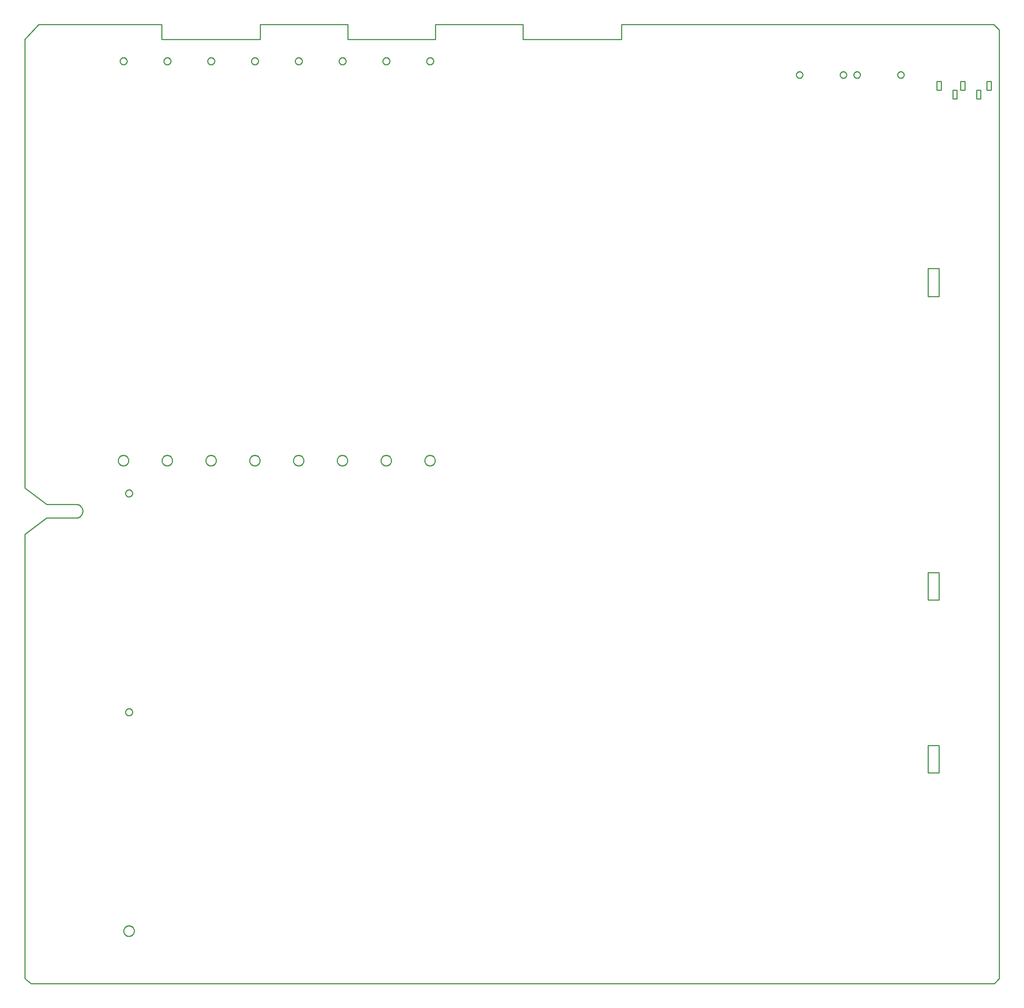
<source format=gko>
G04 EAGLE Gerber RS-274X export*
G75*
%MOMM*%
%FSLAX34Y34*%
%LPD*%
%INBoard Outline*%
%IPPOS*%
%AMOC8*
5,1,8,0,0,1.08239X$1,22.5*%
G01*
%ADD10C,0.152400*%
%ADD11C,0.000000*%
%ADD12C,0.254000*%


D10*
X13970Y-1270D02*
X2249170Y-1270D01*
X2260600Y10160D02*
X2260600Y2212340D01*
X2247900Y2225040D02*
X1384300Y2225040D01*
X1155700Y2225040D02*
X952500Y2225040D01*
X749300Y2225040D02*
X546100Y2225040D01*
X317500Y2225040D02*
X31750Y2225040D01*
X0Y2190750D02*
X0Y1149350D01*
X0Y1041400D02*
X0Y10160D01*
X50800Y1111250D02*
X119380Y1111250D01*
X119380Y1079500D02*
X50800Y1079500D01*
X0Y1041400D01*
X50800Y1111250D02*
X0Y1149350D01*
X119380Y1111250D02*
X119768Y1111214D01*
X120154Y1111169D01*
X120540Y1111115D01*
X120924Y1111050D01*
X121306Y1110977D01*
X121686Y1110894D01*
X122064Y1110802D01*
X122440Y1110701D01*
X122814Y1110591D01*
X123184Y1110471D01*
X123551Y1110343D01*
X123916Y1110205D01*
X124276Y1110059D01*
X124633Y1109904D01*
X124986Y1109740D01*
X125335Y1109568D01*
X125680Y1109387D01*
X126020Y1109198D01*
X126356Y1109000D01*
X126686Y1108795D01*
X127012Y1108581D01*
X127332Y1108359D01*
X127646Y1108130D01*
X127955Y1107893D01*
X128258Y1107649D01*
X128555Y1107397D01*
X128846Y1107138D01*
X129130Y1106872D01*
X129408Y1106600D01*
X129679Y1106320D01*
X129943Y1106034D01*
X130200Y1105742D01*
X130450Y1105443D01*
X130692Y1105139D01*
X130927Y1104828D01*
X131154Y1104512D01*
X131374Y1104191D01*
X131585Y1103864D01*
X131788Y1103532D01*
X131984Y1103195D01*
X132171Y1102854D01*
X132349Y1102508D01*
X132519Y1102158D01*
X132681Y1101804D01*
X132834Y1101446D01*
X132978Y1101084D01*
X133113Y1100719D01*
X133239Y1100351D01*
X133356Y1099979D01*
X133464Y1099606D01*
X133563Y1099229D01*
X133652Y1098850D01*
X133733Y1098469D01*
X133803Y1098087D01*
X133865Y1097702D01*
X133917Y1097316D01*
X133960Y1096930D01*
X133993Y1096542D01*
X134017Y1096153D01*
X134031Y1095764D01*
X134036Y1095375D01*
X134031Y1094986D01*
X134017Y1094597D01*
X133993Y1094208D01*
X133960Y1093820D01*
X133917Y1093434D01*
X133865Y1093048D01*
X133803Y1092663D01*
X133733Y1092281D01*
X133652Y1091900D01*
X133563Y1091521D01*
X133464Y1091144D01*
X133356Y1090771D01*
X133239Y1090399D01*
X133113Y1090031D01*
X132978Y1089666D01*
X132834Y1089304D01*
X132681Y1088946D01*
X132519Y1088592D01*
X132349Y1088242D01*
X132171Y1087896D01*
X131984Y1087555D01*
X131788Y1087218D01*
X131585Y1086886D01*
X131374Y1086559D01*
X131154Y1086238D01*
X130927Y1085922D01*
X130692Y1085611D01*
X130450Y1085307D01*
X130200Y1085008D01*
X129943Y1084716D01*
X129679Y1084430D01*
X129408Y1084150D01*
X129130Y1083878D01*
X128846Y1083612D01*
X128555Y1083353D01*
X128258Y1083101D01*
X127955Y1082857D01*
X127646Y1082620D01*
X127332Y1082391D01*
X127012Y1082169D01*
X126686Y1081955D01*
X126356Y1081750D01*
X126020Y1081552D01*
X125680Y1081363D01*
X125335Y1081182D01*
X124986Y1081010D01*
X124633Y1080846D01*
X124276Y1080691D01*
X123916Y1080545D01*
X123551Y1080407D01*
X123184Y1080279D01*
X122814Y1080159D01*
X122440Y1080049D01*
X122064Y1079948D01*
X121686Y1079856D01*
X121306Y1079773D01*
X120924Y1079700D01*
X120540Y1079635D01*
X120154Y1079581D01*
X119768Y1079536D01*
X119380Y1079500D01*
X0Y2190750D02*
X31750Y2225040D01*
X0Y10160D02*
X13970Y-1270D01*
X2249170Y-1270D02*
X2260600Y10160D01*
X2260600Y2212340D02*
X2247900Y2225040D01*
X1384300Y2225040D02*
X1384300Y2190750D01*
X1155700Y2190750D01*
X1155700Y2225040D01*
X952500Y2225040D02*
X952500Y2190750D01*
X749300Y2190750D02*
X749300Y2225040D01*
X749300Y2190750D02*
X952500Y2190750D01*
X546100Y2190750D02*
X546100Y2225040D01*
X546100Y2190750D02*
X317500Y2190750D01*
X317500Y2225040D01*
X2095500Y551180D02*
X2120900Y551180D01*
X2120900Y487680D01*
X2095500Y487680D01*
X2095500Y551180D01*
X2095500Y952500D02*
X2120900Y952500D01*
X2120900Y889000D01*
X2095500Y889000D01*
X2095500Y952500D01*
X2095500Y1658620D02*
X2120900Y1658620D01*
X2120900Y1593850D01*
X2095500Y1593850D01*
X2095500Y1658620D01*
D11*
X1922900Y2108200D02*
X1922902Y2108384D01*
X1922909Y2108568D01*
X1922920Y2108752D01*
X1922936Y2108935D01*
X1922956Y2109118D01*
X1922981Y2109300D01*
X1923010Y2109482D01*
X1923044Y2109663D01*
X1923082Y2109843D01*
X1923125Y2110022D01*
X1923172Y2110200D01*
X1923223Y2110377D01*
X1923279Y2110553D01*
X1923338Y2110727D01*
X1923403Y2110899D01*
X1923471Y2111070D01*
X1923543Y2111239D01*
X1923620Y2111407D01*
X1923701Y2111572D01*
X1923786Y2111735D01*
X1923874Y2111897D01*
X1923967Y2112056D01*
X1924064Y2112212D01*
X1924164Y2112367D01*
X1924268Y2112519D01*
X1924376Y2112668D01*
X1924487Y2112814D01*
X1924602Y2112958D01*
X1924721Y2113099D01*
X1924843Y2113237D01*
X1924968Y2113372D01*
X1925097Y2113503D01*
X1925228Y2113632D01*
X1925363Y2113757D01*
X1925501Y2113879D01*
X1925642Y2113998D01*
X1925786Y2114113D01*
X1925932Y2114224D01*
X1926081Y2114332D01*
X1926233Y2114436D01*
X1926388Y2114536D01*
X1926544Y2114633D01*
X1926703Y2114726D01*
X1926865Y2114814D01*
X1927028Y2114899D01*
X1927193Y2114980D01*
X1927361Y2115057D01*
X1927530Y2115129D01*
X1927701Y2115197D01*
X1927873Y2115262D01*
X1928047Y2115321D01*
X1928223Y2115377D01*
X1928400Y2115428D01*
X1928578Y2115475D01*
X1928757Y2115518D01*
X1928937Y2115556D01*
X1929118Y2115590D01*
X1929300Y2115619D01*
X1929482Y2115644D01*
X1929665Y2115664D01*
X1929848Y2115680D01*
X1930032Y2115691D01*
X1930216Y2115698D01*
X1930400Y2115700D01*
X1930584Y2115698D01*
X1930768Y2115691D01*
X1930952Y2115680D01*
X1931135Y2115664D01*
X1931318Y2115644D01*
X1931500Y2115619D01*
X1931682Y2115590D01*
X1931863Y2115556D01*
X1932043Y2115518D01*
X1932222Y2115475D01*
X1932400Y2115428D01*
X1932577Y2115377D01*
X1932753Y2115321D01*
X1932927Y2115262D01*
X1933099Y2115197D01*
X1933270Y2115129D01*
X1933439Y2115057D01*
X1933607Y2114980D01*
X1933772Y2114899D01*
X1933935Y2114814D01*
X1934097Y2114726D01*
X1934256Y2114633D01*
X1934412Y2114536D01*
X1934567Y2114436D01*
X1934719Y2114332D01*
X1934868Y2114224D01*
X1935014Y2114113D01*
X1935158Y2113998D01*
X1935299Y2113879D01*
X1935437Y2113757D01*
X1935572Y2113632D01*
X1935703Y2113503D01*
X1935832Y2113372D01*
X1935957Y2113237D01*
X1936079Y2113099D01*
X1936198Y2112958D01*
X1936313Y2112814D01*
X1936424Y2112668D01*
X1936532Y2112519D01*
X1936636Y2112367D01*
X1936736Y2112212D01*
X1936833Y2112056D01*
X1936926Y2111897D01*
X1937014Y2111735D01*
X1937099Y2111572D01*
X1937180Y2111407D01*
X1937257Y2111239D01*
X1937329Y2111070D01*
X1937397Y2110899D01*
X1937462Y2110727D01*
X1937521Y2110553D01*
X1937577Y2110377D01*
X1937628Y2110200D01*
X1937675Y2110022D01*
X1937718Y2109843D01*
X1937756Y2109663D01*
X1937790Y2109482D01*
X1937819Y2109300D01*
X1937844Y2109118D01*
X1937864Y2108935D01*
X1937880Y2108752D01*
X1937891Y2108568D01*
X1937898Y2108384D01*
X1937900Y2108200D01*
X1937898Y2108016D01*
X1937891Y2107832D01*
X1937880Y2107648D01*
X1937864Y2107465D01*
X1937844Y2107282D01*
X1937819Y2107100D01*
X1937790Y2106918D01*
X1937756Y2106737D01*
X1937718Y2106557D01*
X1937675Y2106378D01*
X1937628Y2106200D01*
X1937577Y2106023D01*
X1937521Y2105847D01*
X1937462Y2105673D01*
X1937397Y2105501D01*
X1937329Y2105330D01*
X1937257Y2105161D01*
X1937180Y2104993D01*
X1937099Y2104828D01*
X1937014Y2104665D01*
X1936926Y2104503D01*
X1936833Y2104344D01*
X1936736Y2104188D01*
X1936636Y2104033D01*
X1936532Y2103881D01*
X1936424Y2103732D01*
X1936313Y2103586D01*
X1936198Y2103442D01*
X1936079Y2103301D01*
X1935957Y2103163D01*
X1935832Y2103028D01*
X1935703Y2102897D01*
X1935572Y2102768D01*
X1935437Y2102643D01*
X1935299Y2102521D01*
X1935158Y2102402D01*
X1935014Y2102287D01*
X1934868Y2102176D01*
X1934719Y2102068D01*
X1934567Y2101964D01*
X1934412Y2101864D01*
X1934256Y2101767D01*
X1934097Y2101674D01*
X1933935Y2101586D01*
X1933772Y2101501D01*
X1933607Y2101420D01*
X1933439Y2101343D01*
X1933270Y2101271D01*
X1933099Y2101203D01*
X1932927Y2101138D01*
X1932753Y2101079D01*
X1932577Y2101023D01*
X1932400Y2100972D01*
X1932222Y2100925D01*
X1932043Y2100882D01*
X1931863Y2100844D01*
X1931682Y2100810D01*
X1931500Y2100781D01*
X1931318Y2100756D01*
X1931135Y2100736D01*
X1930952Y2100720D01*
X1930768Y2100709D01*
X1930584Y2100702D01*
X1930400Y2100700D01*
X1930216Y2100702D01*
X1930032Y2100709D01*
X1929848Y2100720D01*
X1929665Y2100736D01*
X1929482Y2100756D01*
X1929300Y2100781D01*
X1929118Y2100810D01*
X1928937Y2100844D01*
X1928757Y2100882D01*
X1928578Y2100925D01*
X1928400Y2100972D01*
X1928223Y2101023D01*
X1928047Y2101079D01*
X1927873Y2101138D01*
X1927701Y2101203D01*
X1927530Y2101271D01*
X1927361Y2101343D01*
X1927193Y2101420D01*
X1927028Y2101501D01*
X1926865Y2101586D01*
X1926703Y2101674D01*
X1926544Y2101767D01*
X1926388Y2101864D01*
X1926233Y2101964D01*
X1926081Y2102068D01*
X1925932Y2102176D01*
X1925786Y2102287D01*
X1925642Y2102402D01*
X1925501Y2102521D01*
X1925363Y2102643D01*
X1925228Y2102768D01*
X1925097Y2102897D01*
X1924968Y2103028D01*
X1924843Y2103163D01*
X1924721Y2103301D01*
X1924602Y2103442D01*
X1924487Y2103586D01*
X1924376Y2103732D01*
X1924268Y2103881D01*
X1924164Y2104033D01*
X1924064Y2104188D01*
X1923967Y2104344D01*
X1923874Y2104503D01*
X1923786Y2104665D01*
X1923701Y2104828D01*
X1923620Y2104993D01*
X1923543Y2105161D01*
X1923471Y2105330D01*
X1923403Y2105501D01*
X1923338Y2105673D01*
X1923279Y2105847D01*
X1923223Y2106023D01*
X1923172Y2106200D01*
X1923125Y2106378D01*
X1923082Y2106557D01*
X1923044Y2106737D01*
X1923010Y2106918D01*
X1922981Y2107100D01*
X1922956Y2107282D01*
X1922936Y2107465D01*
X1922920Y2107648D01*
X1922909Y2107832D01*
X1922902Y2108016D01*
X1922900Y2108200D01*
X2024500Y2108200D02*
X2024502Y2108384D01*
X2024509Y2108568D01*
X2024520Y2108752D01*
X2024536Y2108935D01*
X2024556Y2109118D01*
X2024581Y2109300D01*
X2024610Y2109482D01*
X2024644Y2109663D01*
X2024682Y2109843D01*
X2024725Y2110022D01*
X2024772Y2110200D01*
X2024823Y2110377D01*
X2024879Y2110553D01*
X2024938Y2110727D01*
X2025003Y2110899D01*
X2025071Y2111070D01*
X2025143Y2111239D01*
X2025220Y2111407D01*
X2025301Y2111572D01*
X2025386Y2111735D01*
X2025474Y2111897D01*
X2025567Y2112056D01*
X2025664Y2112212D01*
X2025764Y2112367D01*
X2025868Y2112519D01*
X2025976Y2112668D01*
X2026087Y2112814D01*
X2026202Y2112958D01*
X2026321Y2113099D01*
X2026443Y2113237D01*
X2026568Y2113372D01*
X2026697Y2113503D01*
X2026828Y2113632D01*
X2026963Y2113757D01*
X2027101Y2113879D01*
X2027242Y2113998D01*
X2027386Y2114113D01*
X2027532Y2114224D01*
X2027681Y2114332D01*
X2027833Y2114436D01*
X2027988Y2114536D01*
X2028144Y2114633D01*
X2028303Y2114726D01*
X2028465Y2114814D01*
X2028628Y2114899D01*
X2028793Y2114980D01*
X2028961Y2115057D01*
X2029130Y2115129D01*
X2029301Y2115197D01*
X2029473Y2115262D01*
X2029647Y2115321D01*
X2029823Y2115377D01*
X2030000Y2115428D01*
X2030178Y2115475D01*
X2030357Y2115518D01*
X2030537Y2115556D01*
X2030718Y2115590D01*
X2030900Y2115619D01*
X2031082Y2115644D01*
X2031265Y2115664D01*
X2031448Y2115680D01*
X2031632Y2115691D01*
X2031816Y2115698D01*
X2032000Y2115700D01*
X2032184Y2115698D01*
X2032368Y2115691D01*
X2032552Y2115680D01*
X2032735Y2115664D01*
X2032918Y2115644D01*
X2033100Y2115619D01*
X2033282Y2115590D01*
X2033463Y2115556D01*
X2033643Y2115518D01*
X2033822Y2115475D01*
X2034000Y2115428D01*
X2034177Y2115377D01*
X2034353Y2115321D01*
X2034527Y2115262D01*
X2034699Y2115197D01*
X2034870Y2115129D01*
X2035039Y2115057D01*
X2035207Y2114980D01*
X2035372Y2114899D01*
X2035535Y2114814D01*
X2035697Y2114726D01*
X2035856Y2114633D01*
X2036012Y2114536D01*
X2036167Y2114436D01*
X2036319Y2114332D01*
X2036468Y2114224D01*
X2036614Y2114113D01*
X2036758Y2113998D01*
X2036899Y2113879D01*
X2037037Y2113757D01*
X2037172Y2113632D01*
X2037303Y2113503D01*
X2037432Y2113372D01*
X2037557Y2113237D01*
X2037679Y2113099D01*
X2037798Y2112958D01*
X2037913Y2112814D01*
X2038024Y2112668D01*
X2038132Y2112519D01*
X2038236Y2112367D01*
X2038336Y2112212D01*
X2038433Y2112056D01*
X2038526Y2111897D01*
X2038614Y2111735D01*
X2038699Y2111572D01*
X2038780Y2111407D01*
X2038857Y2111239D01*
X2038929Y2111070D01*
X2038997Y2110899D01*
X2039062Y2110727D01*
X2039121Y2110553D01*
X2039177Y2110377D01*
X2039228Y2110200D01*
X2039275Y2110022D01*
X2039318Y2109843D01*
X2039356Y2109663D01*
X2039390Y2109482D01*
X2039419Y2109300D01*
X2039444Y2109118D01*
X2039464Y2108935D01*
X2039480Y2108752D01*
X2039491Y2108568D01*
X2039498Y2108384D01*
X2039500Y2108200D01*
X2039498Y2108016D01*
X2039491Y2107832D01*
X2039480Y2107648D01*
X2039464Y2107465D01*
X2039444Y2107282D01*
X2039419Y2107100D01*
X2039390Y2106918D01*
X2039356Y2106737D01*
X2039318Y2106557D01*
X2039275Y2106378D01*
X2039228Y2106200D01*
X2039177Y2106023D01*
X2039121Y2105847D01*
X2039062Y2105673D01*
X2038997Y2105501D01*
X2038929Y2105330D01*
X2038857Y2105161D01*
X2038780Y2104993D01*
X2038699Y2104828D01*
X2038614Y2104665D01*
X2038526Y2104503D01*
X2038433Y2104344D01*
X2038336Y2104188D01*
X2038236Y2104033D01*
X2038132Y2103881D01*
X2038024Y2103732D01*
X2037913Y2103586D01*
X2037798Y2103442D01*
X2037679Y2103301D01*
X2037557Y2103163D01*
X2037432Y2103028D01*
X2037303Y2102897D01*
X2037172Y2102768D01*
X2037037Y2102643D01*
X2036899Y2102521D01*
X2036758Y2102402D01*
X2036614Y2102287D01*
X2036468Y2102176D01*
X2036319Y2102068D01*
X2036167Y2101964D01*
X2036012Y2101864D01*
X2035856Y2101767D01*
X2035697Y2101674D01*
X2035535Y2101586D01*
X2035372Y2101501D01*
X2035207Y2101420D01*
X2035039Y2101343D01*
X2034870Y2101271D01*
X2034699Y2101203D01*
X2034527Y2101138D01*
X2034353Y2101079D01*
X2034177Y2101023D01*
X2034000Y2100972D01*
X2033822Y2100925D01*
X2033643Y2100882D01*
X2033463Y2100844D01*
X2033282Y2100810D01*
X2033100Y2100781D01*
X2032918Y2100756D01*
X2032735Y2100736D01*
X2032552Y2100720D01*
X2032368Y2100709D01*
X2032184Y2100702D01*
X2032000Y2100700D01*
X2031816Y2100702D01*
X2031632Y2100709D01*
X2031448Y2100720D01*
X2031265Y2100736D01*
X2031082Y2100756D01*
X2030900Y2100781D01*
X2030718Y2100810D01*
X2030537Y2100844D01*
X2030357Y2100882D01*
X2030178Y2100925D01*
X2030000Y2100972D01*
X2029823Y2101023D01*
X2029647Y2101079D01*
X2029473Y2101138D01*
X2029301Y2101203D01*
X2029130Y2101271D01*
X2028961Y2101343D01*
X2028793Y2101420D01*
X2028628Y2101501D01*
X2028465Y2101586D01*
X2028303Y2101674D01*
X2028144Y2101767D01*
X2027988Y2101864D01*
X2027833Y2101964D01*
X2027681Y2102068D01*
X2027532Y2102176D01*
X2027386Y2102287D01*
X2027242Y2102402D01*
X2027101Y2102521D01*
X2026963Y2102643D01*
X2026828Y2102768D01*
X2026697Y2102897D01*
X2026568Y2103028D01*
X2026443Y2103163D01*
X2026321Y2103301D01*
X2026202Y2103442D01*
X2026087Y2103586D01*
X2025976Y2103732D01*
X2025868Y2103881D01*
X2025764Y2104033D01*
X2025664Y2104188D01*
X2025567Y2104344D01*
X2025474Y2104503D01*
X2025386Y2104665D01*
X2025301Y2104828D01*
X2025220Y2104993D01*
X2025143Y2105161D01*
X2025071Y2105330D01*
X2025003Y2105501D01*
X2024938Y2105673D01*
X2024879Y2105847D01*
X2024823Y2106023D01*
X2024772Y2106200D01*
X2024725Y2106378D01*
X2024682Y2106557D01*
X2024644Y2106737D01*
X2024610Y2106918D01*
X2024581Y2107100D01*
X2024556Y2107282D01*
X2024536Y2107465D01*
X2024520Y2107648D01*
X2024509Y2107832D01*
X2024502Y2108016D01*
X2024500Y2108200D01*
X1891150Y2108200D02*
X1891152Y2108384D01*
X1891159Y2108568D01*
X1891170Y2108752D01*
X1891186Y2108935D01*
X1891206Y2109118D01*
X1891231Y2109300D01*
X1891260Y2109482D01*
X1891294Y2109663D01*
X1891332Y2109843D01*
X1891375Y2110022D01*
X1891422Y2110200D01*
X1891473Y2110377D01*
X1891529Y2110553D01*
X1891588Y2110727D01*
X1891653Y2110899D01*
X1891721Y2111070D01*
X1891793Y2111239D01*
X1891870Y2111407D01*
X1891951Y2111572D01*
X1892036Y2111735D01*
X1892124Y2111897D01*
X1892217Y2112056D01*
X1892314Y2112212D01*
X1892414Y2112367D01*
X1892518Y2112519D01*
X1892626Y2112668D01*
X1892737Y2112814D01*
X1892852Y2112958D01*
X1892971Y2113099D01*
X1893093Y2113237D01*
X1893218Y2113372D01*
X1893347Y2113503D01*
X1893478Y2113632D01*
X1893613Y2113757D01*
X1893751Y2113879D01*
X1893892Y2113998D01*
X1894036Y2114113D01*
X1894182Y2114224D01*
X1894331Y2114332D01*
X1894483Y2114436D01*
X1894638Y2114536D01*
X1894794Y2114633D01*
X1894953Y2114726D01*
X1895115Y2114814D01*
X1895278Y2114899D01*
X1895443Y2114980D01*
X1895611Y2115057D01*
X1895780Y2115129D01*
X1895951Y2115197D01*
X1896123Y2115262D01*
X1896297Y2115321D01*
X1896473Y2115377D01*
X1896650Y2115428D01*
X1896828Y2115475D01*
X1897007Y2115518D01*
X1897187Y2115556D01*
X1897368Y2115590D01*
X1897550Y2115619D01*
X1897732Y2115644D01*
X1897915Y2115664D01*
X1898098Y2115680D01*
X1898282Y2115691D01*
X1898466Y2115698D01*
X1898650Y2115700D01*
X1898834Y2115698D01*
X1899018Y2115691D01*
X1899202Y2115680D01*
X1899385Y2115664D01*
X1899568Y2115644D01*
X1899750Y2115619D01*
X1899932Y2115590D01*
X1900113Y2115556D01*
X1900293Y2115518D01*
X1900472Y2115475D01*
X1900650Y2115428D01*
X1900827Y2115377D01*
X1901003Y2115321D01*
X1901177Y2115262D01*
X1901349Y2115197D01*
X1901520Y2115129D01*
X1901689Y2115057D01*
X1901857Y2114980D01*
X1902022Y2114899D01*
X1902185Y2114814D01*
X1902347Y2114726D01*
X1902506Y2114633D01*
X1902662Y2114536D01*
X1902817Y2114436D01*
X1902969Y2114332D01*
X1903118Y2114224D01*
X1903264Y2114113D01*
X1903408Y2113998D01*
X1903549Y2113879D01*
X1903687Y2113757D01*
X1903822Y2113632D01*
X1903953Y2113503D01*
X1904082Y2113372D01*
X1904207Y2113237D01*
X1904329Y2113099D01*
X1904448Y2112958D01*
X1904563Y2112814D01*
X1904674Y2112668D01*
X1904782Y2112519D01*
X1904886Y2112367D01*
X1904986Y2112212D01*
X1905083Y2112056D01*
X1905176Y2111897D01*
X1905264Y2111735D01*
X1905349Y2111572D01*
X1905430Y2111407D01*
X1905507Y2111239D01*
X1905579Y2111070D01*
X1905647Y2110899D01*
X1905712Y2110727D01*
X1905771Y2110553D01*
X1905827Y2110377D01*
X1905878Y2110200D01*
X1905925Y2110022D01*
X1905968Y2109843D01*
X1906006Y2109663D01*
X1906040Y2109482D01*
X1906069Y2109300D01*
X1906094Y2109118D01*
X1906114Y2108935D01*
X1906130Y2108752D01*
X1906141Y2108568D01*
X1906148Y2108384D01*
X1906150Y2108200D01*
X1906148Y2108016D01*
X1906141Y2107832D01*
X1906130Y2107648D01*
X1906114Y2107465D01*
X1906094Y2107282D01*
X1906069Y2107100D01*
X1906040Y2106918D01*
X1906006Y2106737D01*
X1905968Y2106557D01*
X1905925Y2106378D01*
X1905878Y2106200D01*
X1905827Y2106023D01*
X1905771Y2105847D01*
X1905712Y2105673D01*
X1905647Y2105501D01*
X1905579Y2105330D01*
X1905507Y2105161D01*
X1905430Y2104993D01*
X1905349Y2104828D01*
X1905264Y2104665D01*
X1905176Y2104503D01*
X1905083Y2104344D01*
X1904986Y2104188D01*
X1904886Y2104033D01*
X1904782Y2103881D01*
X1904674Y2103732D01*
X1904563Y2103586D01*
X1904448Y2103442D01*
X1904329Y2103301D01*
X1904207Y2103163D01*
X1904082Y2103028D01*
X1903953Y2102897D01*
X1903822Y2102768D01*
X1903687Y2102643D01*
X1903549Y2102521D01*
X1903408Y2102402D01*
X1903264Y2102287D01*
X1903118Y2102176D01*
X1902969Y2102068D01*
X1902817Y2101964D01*
X1902662Y2101864D01*
X1902506Y2101767D01*
X1902347Y2101674D01*
X1902185Y2101586D01*
X1902022Y2101501D01*
X1901857Y2101420D01*
X1901689Y2101343D01*
X1901520Y2101271D01*
X1901349Y2101203D01*
X1901177Y2101138D01*
X1901003Y2101079D01*
X1900827Y2101023D01*
X1900650Y2100972D01*
X1900472Y2100925D01*
X1900293Y2100882D01*
X1900113Y2100844D01*
X1899932Y2100810D01*
X1899750Y2100781D01*
X1899568Y2100756D01*
X1899385Y2100736D01*
X1899202Y2100720D01*
X1899018Y2100709D01*
X1898834Y2100702D01*
X1898650Y2100700D01*
X1898466Y2100702D01*
X1898282Y2100709D01*
X1898098Y2100720D01*
X1897915Y2100736D01*
X1897732Y2100756D01*
X1897550Y2100781D01*
X1897368Y2100810D01*
X1897187Y2100844D01*
X1897007Y2100882D01*
X1896828Y2100925D01*
X1896650Y2100972D01*
X1896473Y2101023D01*
X1896297Y2101079D01*
X1896123Y2101138D01*
X1895951Y2101203D01*
X1895780Y2101271D01*
X1895611Y2101343D01*
X1895443Y2101420D01*
X1895278Y2101501D01*
X1895115Y2101586D01*
X1894953Y2101674D01*
X1894794Y2101767D01*
X1894638Y2101864D01*
X1894483Y2101964D01*
X1894331Y2102068D01*
X1894182Y2102176D01*
X1894036Y2102287D01*
X1893892Y2102402D01*
X1893751Y2102521D01*
X1893613Y2102643D01*
X1893478Y2102768D01*
X1893347Y2102897D01*
X1893218Y2103028D01*
X1893093Y2103163D01*
X1892971Y2103301D01*
X1892852Y2103442D01*
X1892737Y2103586D01*
X1892626Y2103732D01*
X1892518Y2103881D01*
X1892414Y2104033D01*
X1892314Y2104188D01*
X1892217Y2104344D01*
X1892124Y2104503D01*
X1892036Y2104665D01*
X1891951Y2104828D01*
X1891870Y2104993D01*
X1891793Y2105161D01*
X1891721Y2105330D01*
X1891653Y2105501D01*
X1891588Y2105673D01*
X1891529Y2105847D01*
X1891473Y2106023D01*
X1891422Y2106200D01*
X1891375Y2106378D01*
X1891332Y2106557D01*
X1891294Y2106737D01*
X1891260Y2106918D01*
X1891231Y2107100D01*
X1891206Y2107282D01*
X1891186Y2107465D01*
X1891170Y2107648D01*
X1891159Y2107832D01*
X1891152Y2108016D01*
X1891150Y2108200D01*
X1789550Y2108200D02*
X1789552Y2108384D01*
X1789559Y2108568D01*
X1789570Y2108752D01*
X1789586Y2108935D01*
X1789606Y2109118D01*
X1789631Y2109300D01*
X1789660Y2109482D01*
X1789694Y2109663D01*
X1789732Y2109843D01*
X1789775Y2110022D01*
X1789822Y2110200D01*
X1789873Y2110377D01*
X1789929Y2110553D01*
X1789988Y2110727D01*
X1790053Y2110899D01*
X1790121Y2111070D01*
X1790193Y2111239D01*
X1790270Y2111407D01*
X1790351Y2111572D01*
X1790436Y2111735D01*
X1790524Y2111897D01*
X1790617Y2112056D01*
X1790714Y2112212D01*
X1790814Y2112367D01*
X1790918Y2112519D01*
X1791026Y2112668D01*
X1791137Y2112814D01*
X1791252Y2112958D01*
X1791371Y2113099D01*
X1791493Y2113237D01*
X1791618Y2113372D01*
X1791747Y2113503D01*
X1791878Y2113632D01*
X1792013Y2113757D01*
X1792151Y2113879D01*
X1792292Y2113998D01*
X1792436Y2114113D01*
X1792582Y2114224D01*
X1792731Y2114332D01*
X1792883Y2114436D01*
X1793038Y2114536D01*
X1793194Y2114633D01*
X1793353Y2114726D01*
X1793515Y2114814D01*
X1793678Y2114899D01*
X1793843Y2114980D01*
X1794011Y2115057D01*
X1794180Y2115129D01*
X1794351Y2115197D01*
X1794523Y2115262D01*
X1794697Y2115321D01*
X1794873Y2115377D01*
X1795050Y2115428D01*
X1795228Y2115475D01*
X1795407Y2115518D01*
X1795587Y2115556D01*
X1795768Y2115590D01*
X1795950Y2115619D01*
X1796132Y2115644D01*
X1796315Y2115664D01*
X1796498Y2115680D01*
X1796682Y2115691D01*
X1796866Y2115698D01*
X1797050Y2115700D01*
X1797234Y2115698D01*
X1797418Y2115691D01*
X1797602Y2115680D01*
X1797785Y2115664D01*
X1797968Y2115644D01*
X1798150Y2115619D01*
X1798332Y2115590D01*
X1798513Y2115556D01*
X1798693Y2115518D01*
X1798872Y2115475D01*
X1799050Y2115428D01*
X1799227Y2115377D01*
X1799403Y2115321D01*
X1799577Y2115262D01*
X1799749Y2115197D01*
X1799920Y2115129D01*
X1800089Y2115057D01*
X1800257Y2114980D01*
X1800422Y2114899D01*
X1800585Y2114814D01*
X1800747Y2114726D01*
X1800906Y2114633D01*
X1801062Y2114536D01*
X1801217Y2114436D01*
X1801369Y2114332D01*
X1801518Y2114224D01*
X1801664Y2114113D01*
X1801808Y2113998D01*
X1801949Y2113879D01*
X1802087Y2113757D01*
X1802222Y2113632D01*
X1802353Y2113503D01*
X1802482Y2113372D01*
X1802607Y2113237D01*
X1802729Y2113099D01*
X1802848Y2112958D01*
X1802963Y2112814D01*
X1803074Y2112668D01*
X1803182Y2112519D01*
X1803286Y2112367D01*
X1803386Y2112212D01*
X1803483Y2112056D01*
X1803576Y2111897D01*
X1803664Y2111735D01*
X1803749Y2111572D01*
X1803830Y2111407D01*
X1803907Y2111239D01*
X1803979Y2111070D01*
X1804047Y2110899D01*
X1804112Y2110727D01*
X1804171Y2110553D01*
X1804227Y2110377D01*
X1804278Y2110200D01*
X1804325Y2110022D01*
X1804368Y2109843D01*
X1804406Y2109663D01*
X1804440Y2109482D01*
X1804469Y2109300D01*
X1804494Y2109118D01*
X1804514Y2108935D01*
X1804530Y2108752D01*
X1804541Y2108568D01*
X1804548Y2108384D01*
X1804550Y2108200D01*
X1804548Y2108016D01*
X1804541Y2107832D01*
X1804530Y2107648D01*
X1804514Y2107465D01*
X1804494Y2107282D01*
X1804469Y2107100D01*
X1804440Y2106918D01*
X1804406Y2106737D01*
X1804368Y2106557D01*
X1804325Y2106378D01*
X1804278Y2106200D01*
X1804227Y2106023D01*
X1804171Y2105847D01*
X1804112Y2105673D01*
X1804047Y2105501D01*
X1803979Y2105330D01*
X1803907Y2105161D01*
X1803830Y2104993D01*
X1803749Y2104828D01*
X1803664Y2104665D01*
X1803576Y2104503D01*
X1803483Y2104344D01*
X1803386Y2104188D01*
X1803286Y2104033D01*
X1803182Y2103881D01*
X1803074Y2103732D01*
X1802963Y2103586D01*
X1802848Y2103442D01*
X1802729Y2103301D01*
X1802607Y2103163D01*
X1802482Y2103028D01*
X1802353Y2102897D01*
X1802222Y2102768D01*
X1802087Y2102643D01*
X1801949Y2102521D01*
X1801808Y2102402D01*
X1801664Y2102287D01*
X1801518Y2102176D01*
X1801369Y2102068D01*
X1801217Y2101964D01*
X1801062Y2101864D01*
X1800906Y2101767D01*
X1800747Y2101674D01*
X1800585Y2101586D01*
X1800422Y2101501D01*
X1800257Y2101420D01*
X1800089Y2101343D01*
X1799920Y2101271D01*
X1799749Y2101203D01*
X1799577Y2101138D01*
X1799403Y2101079D01*
X1799227Y2101023D01*
X1799050Y2100972D01*
X1798872Y2100925D01*
X1798693Y2100882D01*
X1798513Y2100844D01*
X1798332Y2100810D01*
X1798150Y2100781D01*
X1797968Y2100756D01*
X1797785Y2100736D01*
X1797602Y2100720D01*
X1797418Y2100709D01*
X1797234Y2100702D01*
X1797050Y2100700D01*
X1796866Y2100702D01*
X1796682Y2100709D01*
X1796498Y2100720D01*
X1796315Y2100736D01*
X1796132Y2100756D01*
X1795950Y2100781D01*
X1795768Y2100810D01*
X1795587Y2100844D01*
X1795407Y2100882D01*
X1795228Y2100925D01*
X1795050Y2100972D01*
X1794873Y2101023D01*
X1794697Y2101079D01*
X1794523Y2101138D01*
X1794351Y2101203D01*
X1794180Y2101271D01*
X1794011Y2101343D01*
X1793843Y2101420D01*
X1793678Y2101501D01*
X1793515Y2101586D01*
X1793353Y2101674D01*
X1793194Y2101767D01*
X1793038Y2101864D01*
X1792883Y2101964D01*
X1792731Y2102068D01*
X1792582Y2102176D01*
X1792436Y2102287D01*
X1792292Y2102402D01*
X1792151Y2102521D01*
X1792013Y2102643D01*
X1791878Y2102768D01*
X1791747Y2102897D01*
X1791618Y2103028D01*
X1791493Y2103163D01*
X1791371Y2103301D01*
X1791252Y2103442D01*
X1791137Y2103586D01*
X1791026Y2103732D01*
X1790918Y2103881D01*
X1790814Y2104033D01*
X1790714Y2104188D01*
X1790617Y2104344D01*
X1790524Y2104503D01*
X1790436Y2104665D01*
X1790351Y2104828D01*
X1790270Y2104993D01*
X1790193Y2105161D01*
X1790121Y2105330D01*
X1790053Y2105501D01*
X1789988Y2105673D01*
X1789929Y2105847D01*
X1789873Y2106023D01*
X1789822Y2106200D01*
X1789775Y2106378D01*
X1789732Y2106557D01*
X1789694Y2106737D01*
X1789660Y2106918D01*
X1789631Y2107100D01*
X1789606Y2107282D01*
X1789586Y2107465D01*
X1789570Y2107648D01*
X1789559Y2107832D01*
X1789552Y2108016D01*
X1789550Y2108200D01*
X927481Y1212850D02*
X927485Y1213146D01*
X927496Y1213442D01*
X927514Y1213738D01*
X927539Y1214033D01*
X927572Y1214327D01*
X927612Y1214620D01*
X927659Y1214913D01*
X927713Y1215204D01*
X927774Y1215493D01*
X927843Y1215782D01*
X927918Y1216068D01*
X928001Y1216352D01*
X928090Y1216635D01*
X928186Y1216915D01*
X928289Y1217192D01*
X928399Y1217467D01*
X928516Y1217739D01*
X928639Y1218008D01*
X928769Y1218275D01*
X928906Y1218537D01*
X929048Y1218797D01*
X929198Y1219053D01*
X929353Y1219305D01*
X929514Y1219553D01*
X929682Y1219797D01*
X929855Y1220037D01*
X930035Y1220273D01*
X930220Y1220504D01*
X930410Y1220731D01*
X930606Y1220952D01*
X930808Y1221169D01*
X931015Y1221381D01*
X931227Y1221588D01*
X931444Y1221790D01*
X931665Y1221986D01*
X931892Y1222176D01*
X932123Y1222361D01*
X932359Y1222541D01*
X932599Y1222714D01*
X932843Y1222882D01*
X933091Y1223043D01*
X933343Y1223198D01*
X933599Y1223348D01*
X933859Y1223490D01*
X934121Y1223627D01*
X934388Y1223757D01*
X934657Y1223880D01*
X934929Y1223997D01*
X935204Y1224107D01*
X935481Y1224210D01*
X935761Y1224306D01*
X936044Y1224395D01*
X936328Y1224478D01*
X936614Y1224553D01*
X936903Y1224622D01*
X937192Y1224683D01*
X937483Y1224737D01*
X937776Y1224784D01*
X938069Y1224824D01*
X938363Y1224857D01*
X938658Y1224882D01*
X938954Y1224900D01*
X939250Y1224911D01*
X939546Y1224915D01*
X939842Y1224911D01*
X940138Y1224900D01*
X940434Y1224882D01*
X940729Y1224857D01*
X941023Y1224824D01*
X941316Y1224784D01*
X941609Y1224737D01*
X941900Y1224683D01*
X942189Y1224622D01*
X942478Y1224553D01*
X942764Y1224478D01*
X943048Y1224395D01*
X943331Y1224306D01*
X943611Y1224210D01*
X943888Y1224107D01*
X944163Y1223997D01*
X944435Y1223880D01*
X944704Y1223757D01*
X944971Y1223627D01*
X945233Y1223490D01*
X945493Y1223348D01*
X945749Y1223198D01*
X946001Y1223043D01*
X946249Y1222882D01*
X946493Y1222714D01*
X946733Y1222541D01*
X946969Y1222361D01*
X947200Y1222176D01*
X947427Y1221986D01*
X947648Y1221790D01*
X947865Y1221588D01*
X948077Y1221381D01*
X948284Y1221169D01*
X948486Y1220952D01*
X948682Y1220731D01*
X948872Y1220504D01*
X949057Y1220273D01*
X949237Y1220037D01*
X949410Y1219797D01*
X949578Y1219553D01*
X949739Y1219305D01*
X949894Y1219053D01*
X950044Y1218797D01*
X950186Y1218537D01*
X950323Y1218275D01*
X950453Y1218008D01*
X950576Y1217739D01*
X950693Y1217467D01*
X950803Y1217192D01*
X950906Y1216915D01*
X951002Y1216635D01*
X951091Y1216352D01*
X951174Y1216068D01*
X951249Y1215782D01*
X951318Y1215493D01*
X951379Y1215204D01*
X951433Y1214913D01*
X951480Y1214620D01*
X951520Y1214327D01*
X951553Y1214033D01*
X951578Y1213738D01*
X951596Y1213442D01*
X951607Y1213146D01*
X951611Y1212850D01*
X951607Y1212554D01*
X951596Y1212258D01*
X951578Y1211962D01*
X951553Y1211667D01*
X951520Y1211373D01*
X951480Y1211080D01*
X951433Y1210787D01*
X951379Y1210496D01*
X951318Y1210207D01*
X951249Y1209918D01*
X951174Y1209632D01*
X951091Y1209348D01*
X951002Y1209065D01*
X950906Y1208785D01*
X950803Y1208508D01*
X950693Y1208233D01*
X950576Y1207961D01*
X950453Y1207692D01*
X950323Y1207425D01*
X950186Y1207163D01*
X950044Y1206903D01*
X949894Y1206647D01*
X949739Y1206395D01*
X949578Y1206147D01*
X949410Y1205903D01*
X949237Y1205663D01*
X949057Y1205427D01*
X948872Y1205196D01*
X948682Y1204969D01*
X948486Y1204748D01*
X948284Y1204531D01*
X948077Y1204319D01*
X947865Y1204112D01*
X947648Y1203910D01*
X947427Y1203714D01*
X947200Y1203524D01*
X946969Y1203339D01*
X946733Y1203159D01*
X946493Y1202986D01*
X946249Y1202818D01*
X946001Y1202657D01*
X945749Y1202502D01*
X945493Y1202352D01*
X945233Y1202210D01*
X944971Y1202073D01*
X944704Y1201943D01*
X944435Y1201820D01*
X944163Y1201703D01*
X943888Y1201593D01*
X943611Y1201490D01*
X943331Y1201394D01*
X943048Y1201305D01*
X942764Y1201222D01*
X942478Y1201147D01*
X942189Y1201078D01*
X941900Y1201017D01*
X941609Y1200963D01*
X941316Y1200916D01*
X941023Y1200876D01*
X940729Y1200843D01*
X940434Y1200818D01*
X940138Y1200800D01*
X939842Y1200789D01*
X939546Y1200785D01*
X939250Y1200789D01*
X938954Y1200800D01*
X938658Y1200818D01*
X938363Y1200843D01*
X938069Y1200876D01*
X937776Y1200916D01*
X937483Y1200963D01*
X937192Y1201017D01*
X936903Y1201078D01*
X936614Y1201147D01*
X936328Y1201222D01*
X936044Y1201305D01*
X935761Y1201394D01*
X935481Y1201490D01*
X935204Y1201593D01*
X934929Y1201703D01*
X934657Y1201820D01*
X934388Y1201943D01*
X934121Y1202073D01*
X933859Y1202210D01*
X933599Y1202352D01*
X933343Y1202502D01*
X933091Y1202657D01*
X932843Y1202818D01*
X932599Y1202986D01*
X932359Y1203159D01*
X932123Y1203339D01*
X931892Y1203524D01*
X931665Y1203714D01*
X931444Y1203910D01*
X931227Y1204112D01*
X931015Y1204319D01*
X930808Y1204531D01*
X930606Y1204748D01*
X930410Y1204969D01*
X930220Y1205196D01*
X930035Y1205427D01*
X929855Y1205663D01*
X929682Y1205903D01*
X929514Y1206147D01*
X929353Y1206395D01*
X929198Y1206647D01*
X929048Y1206903D01*
X928906Y1207163D01*
X928769Y1207425D01*
X928639Y1207692D01*
X928516Y1207961D01*
X928399Y1208233D01*
X928289Y1208508D01*
X928186Y1208785D01*
X928090Y1209065D01*
X928001Y1209348D01*
X927918Y1209632D01*
X927843Y1209918D01*
X927774Y1210207D01*
X927713Y1210496D01*
X927659Y1210787D01*
X927612Y1211080D01*
X927572Y1211373D01*
X927539Y1211667D01*
X927514Y1211962D01*
X927496Y1212258D01*
X927485Y1212554D01*
X927481Y1212850D01*
X931672Y2139950D02*
X931674Y2140149D01*
X931682Y2140349D01*
X931694Y2140548D01*
X931711Y2140747D01*
X931733Y2140945D01*
X931760Y2141143D01*
X931792Y2141340D01*
X931828Y2141536D01*
X931869Y2141731D01*
X931916Y2141925D01*
X931966Y2142118D01*
X932022Y2142309D01*
X932082Y2142500D01*
X932147Y2142688D01*
X932217Y2142875D01*
X932291Y2143060D01*
X932369Y2143244D01*
X932452Y2143425D01*
X932540Y2143604D01*
X932632Y2143782D01*
X932728Y2143956D01*
X932828Y2144129D01*
X932933Y2144298D01*
X933042Y2144466D01*
X933155Y2144630D01*
X933272Y2144792D01*
X933392Y2144951D01*
X933517Y2145106D01*
X933645Y2145259D01*
X933778Y2145408D01*
X933913Y2145555D01*
X934053Y2145697D01*
X934195Y2145837D01*
X934342Y2145972D01*
X934491Y2146105D01*
X934644Y2146233D01*
X934799Y2146358D01*
X934958Y2146478D01*
X935120Y2146595D01*
X935284Y2146708D01*
X935452Y2146817D01*
X935621Y2146922D01*
X935794Y2147022D01*
X935968Y2147118D01*
X936146Y2147210D01*
X936325Y2147298D01*
X936506Y2147381D01*
X936690Y2147459D01*
X936875Y2147533D01*
X937062Y2147603D01*
X937250Y2147668D01*
X937441Y2147728D01*
X937632Y2147784D01*
X937825Y2147834D01*
X938019Y2147881D01*
X938214Y2147922D01*
X938410Y2147958D01*
X938607Y2147990D01*
X938805Y2148017D01*
X939003Y2148039D01*
X939202Y2148056D01*
X939401Y2148068D01*
X939601Y2148076D01*
X939800Y2148078D01*
X939999Y2148076D01*
X940199Y2148068D01*
X940398Y2148056D01*
X940597Y2148039D01*
X940795Y2148017D01*
X940993Y2147990D01*
X941190Y2147958D01*
X941386Y2147922D01*
X941581Y2147881D01*
X941775Y2147834D01*
X941968Y2147784D01*
X942159Y2147728D01*
X942350Y2147668D01*
X942538Y2147603D01*
X942725Y2147533D01*
X942910Y2147459D01*
X943094Y2147381D01*
X943275Y2147298D01*
X943454Y2147210D01*
X943632Y2147118D01*
X943806Y2147022D01*
X943979Y2146922D01*
X944148Y2146817D01*
X944316Y2146708D01*
X944480Y2146595D01*
X944642Y2146478D01*
X944801Y2146358D01*
X944956Y2146233D01*
X945109Y2146105D01*
X945258Y2145972D01*
X945405Y2145837D01*
X945547Y2145697D01*
X945687Y2145555D01*
X945822Y2145408D01*
X945955Y2145259D01*
X946083Y2145106D01*
X946208Y2144951D01*
X946328Y2144792D01*
X946445Y2144630D01*
X946558Y2144466D01*
X946667Y2144298D01*
X946772Y2144129D01*
X946872Y2143956D01*
X946968Y2143782D01*
X947060Y2143604D01*
X947148Y2143425D01*
X947231Y2143244D01*
X947309Y2143060D01*
X947383Y2142875D01*
X947453Y2142688D01*
X947518Y2142500D01*
X947578Y2142309D01*
X947634Y2142118D01*
X947684Y2141925D01*
X947731Y2141731D01*
X947772Y2141536D01*
X947808Y2141340D01*
X947840Y2141143D01*
X947867Y2140945D01*
X947889Y2140747D01*
X947906Y2140548D01*
X947918Y2140349D01*
X947926Y2140149D01*
X947928Y2139950D01*
X947926Y2139751D01*
X947918Y2139551D01*
X947906Y2139352D01*
X947889Y2139153D01*
X947867Y2138955D01*
X947840Y2138757D01*
X947808Y2138560D01*
X947772Y2138364D01*
X947731Y2138169D01*
X947684Y2137975D01*
X947634Y2137782D01*
X947578Y2137591D01*
X947518Y2137400D01*
X947453Y2137212D01*
X947383Y2137025D01*
X947309Y2136840D01*
X947231Y2136656D01*
X947148Y2136475D01*
X947060Y2136296D01*
X946968Y2136118D01*
X946872Y2135944D01*
X946772Y2135771D01*
X946667Y2135602D01*
X946558Y2135434D01*
X946445Y2135270D01*
X946328Y2135108D01*
X946208Y2134949D01*
X946083Y2134794D01*
X945955Y2134641D01*
X945822Y2134492D01*
X945687Y2134345D01*
X945547Y2134203D01*
X945405Y2134063D01*
X945258Y2133928D01*
X945109Y2133795D01*
X944956Y2133667D01*
X944801Y2133542D01*
X944642Y2133422D01*
X944480Y2133305D01*
X944316Y2133192D01*
X944148Y2133083D01*
X943979Y2132978D01*
X943806Y2132878D01*
X943632Y2132782D01*
X943454Y2132690D01*
X943275Y2132602D01*
X943094Y2132519D01*
X942910Y2132441D01*
X942725Y2132367D01*
X942538Y2132297D01*
X942350Y2132232D01*
X942159Y2132172D01*
X941968Y2132116D01*
X941775Y2132066D01*
X941581Y2132019D01*
X941386Y2131978D01*
X941190Y2131942D01*
X940993Y2131910D01*
X940795Y2131883D01*
X940597Y2131861D01*
X940398Y2131844D01*
X940199Y2131832D01*
X939999Y2131824D01*
X939800Y2131822D01*
X939601Y2131824D01*
X939401Y2131832D01*
X939202Y2131844D01*
X939003Y2131861D01*
X938805Y2131883D01*
X938607Y2131910D01*
X938410Y2131942D01*
X938214Y2131978D01*
X938019Y2132019D01*
X937825Y2132066D01*
X937632Y2132116D01*
X937441Y2132172D01*
X937250Y2132232D01*
X937062Y2132297D01*
X936875Y2132367D01*
X936690Y2132441D01*
X936506Y2132519D01*
X936325Y2132602D01*
X936146Y2132690D01*
X935968Y2132782D01*
X935794Y2132878D01*
X935621Y2132978D01*
X935452Y2133083D01*
X935284Y2133192D01*
X935120Y2133305D01*
X934958Y2133422D01*
X934799Y2133542D01*
X934644Y2133667D01*
X934491Y2133795D01*
X934342Y2133928D01*
X934195Y2134063D01*
X934053Y2134203D01*
X933913Y2134345D01*
X933778Y2134492D01*
X933645Y2134641D01*
X933517Y2134794D01*
X933392Y2134949D01*
X933272Y2135108D01*
X933155Y2135270D01*
X933042Y2135434D01*
X932933Y2135602D01*
X932828Y2135771D01*
X932728Y2135944D01*
X932632Y2136118D01*
X932540Y2136296D01*
X932452Y2136475D01*
X932369Y2136656D01*
X932291Y2136840D01*
X932217Y2137025D01*
X932147Y2137212D01*
X932082Y2137400D01*
X932022Y2137591D01*
X931966Y2137782D01*
X931916Y2137975D01*
X931869Y2138169D01*
X931828Y2138364D01*
X931792Y2138560D01*
X931760Y2138757D01*
X931733Y2138955D01*
X931711Y2139153D01*
X931694Y2139352D01*
X931682Y2139551D01*
X931674Y2139751D01*
X931672Y2139950D01*
X825881Y1212850D02*
X825885Y1213146D01*
X825896Y1213442D01*
X825914Y1213738D01*
X825939Y1214033D01*
X825972Y1214327D01*
X826012Y1214620D01*
X826059Y1214913D01*
X826113Y1215204D01*
X826174Y1215493D01*
X826243Y1215782D01*
X826318Y1216068D01*
X826401Y1216352D01*
X826490Y1216635D01*
X826586Y1216915D01*
X826689Y1217192D01*
X826799Y1217467D01*
X826916Y1217739D01*
X827039Y1218008D01*
X827169Y1218275D01*
X827306Y1218537D01*
X827448Y1218797D01*
X827598Y1219053D01*
X827753Y1219305D01*
X827914Y1219553D01*
X828082Y1219797D01*
X828255Y1220037D01*
X828435Y1220273D01*
X828620Y1220504D01*
X828810Y1220731D01*
X829006Y1220952D01*
X829208Y1221169D01*
X829415Y1221381D01*
X829627Y1221588D01*
X829844Y1221790D01*
X830065Y1221986D01*
X830292Y1222176D01*
X830523Y1222361D01*
X830759Y1222541D01*
X830999Y1222714D01*
X831243Y1222882D01*
X831491Y1223043D01*
X831743Y1223198D01*
X831999Y1223348D01*
X832259Y1223490D01*
X832521Y1223627D01*
X832788Y1223757D01*
X833057Y1223880D01*
X833329Y1223997D01*
X833604Y1224107D01*
X833881Y1224210D01*
X834161Y1224306D01*
X834444Y1224395D01*
X834728Y1224478D01*
X835014Y1224553D01*
X835303Y1224622D01*
X835592Y1224683D01*
X835883Y1224737D01*
X836176Y1224784D01*
X836469Y1224824D01*
X836763Y1224857D01*
X837058Y1224882D01*
X837354Y1224900D01*
X837650Y1224911D01*
X837946Y1224915D01*
X838242Y1224911D01*
X838538Y1224900D01*
X838834Y1224882D01*
X839129Y1224857D01*
X839423Y1224824D01*
X839716Y1224784D01*
X840009Y1224737D01*
X840300Y1224683D01*
X840589Y1224622D01*
X840878Y1224553D01*
X841164Y1224478D01*
X841448Y1224395D01*
X841731Y1224306D01*
X842011Y1224210D01*
X842288Y1224107D01*
X842563Y1223997D01*
X842835Y1223880D01*
X843104Y1223757D01*
X843371Y1223627D01*
X843633Y1223490D01*
X843893Y1223348D01*
X844149Y1223198D01*
X844401Y1223043D01*
X844649Y1222882D01*
X844893Y1222714D01*
X845133Y1222541D01*
X845369Y1222361D01*
X845600Y1222176D01*
X845827Y1221986D01*
X846048Y1221790D01*
X846265Y1221588D01*
X846477Y1221381D01*
X846684Y1221169D01*
X846886Y1220952D01*
X847082Y1220731D01*
X847272Y1220504D01*
X847457Y1220273D01*
X847637Y1220037D01*
X847810Y1219797D01*
X847978Y1219553D01*
X848139Y1219305D01*
X848294Y1219053D01*
X848444Y1218797D01*
X848586Y1218537D01*
X848723Y1218275D01*
X848853Y1218008D01*
X848976Y1217739D01*
X849093Y1217467D01*
X849203Y1217192D01*
X849306Y1216915D01*
X849402Y1216635D01*
X849491Y1216352D01*
X849574Y1216068D01*
X849649Y1215782D01*
X849718Y1215493D01*
X849779Y1215204D01*
X849833Y1214913D01*
X849880Y1214620D01*
X849920Y1214327D01*
X849953Y1214033D01*
X849978Y1213738D01*
X849996Y1213442D01*
X850007Y1213146D01*
X850011Y1212850D01*
X850007Y1212554D01*
X849996Y1212258D01*
X849978Y1211962D01*
X849953Y1211667D01*
X849920Y1211373D01*
X849880Y1211080D01*
X849833Y1210787D01*
X849779Y1210496D01*
X849718Y1210207D01*
X849649Y1209918D01*
X849574Y1209632D01*
X849491Y1209348D01*
X849402Y1209065D01*
X849306Y1208785D01*
X849203Y1208508D01*
X849093Y1208233D01*
X848976Y1207961D01*
X848853Y1207692D01*
X848723Y1207425D01*
X848586Y1207163D01*
X848444Y1206903D01*
X848294Y1206647D01*
X848139Y1206395D01*
X847978Y1206147D01*
X847810Y1205903D01*
X847637Y1205663D01*
X847457Y1205427D01*
X847272Y1205196D01*
X847082Y1204969D01*
X846886Y1204748D01*
X846684Y1204531D01*
X846477Y1204319D01*
X846265Y1204112D01*
X846048Y1203910D01*
X845827Y1203714D01*
X845600Y1203524D01*
X845369Y1203339D01*
X845133Y1203159D01*
X844893Y1202986D01*
X844649Y1202818D01*
X844401Y1202657D01*
X844149Y1202502D01*
X843893Y1202352D01*
X843633Y1202210D01*
X843371Y1202073D01*
X843104Y1201943D01*
X842835Y1201820D01*
X842563Y1201703D01*
X842288Y1201593D01*
X842011Y1201490D01*
X841731Y1201394D01*
X841448Y1201305D01*
X841164Y1201222D01*
X840878Y1201147D01*
X840589Y1201078D01*
X840300Y1201017D01*
X840009Y1200963D01*
X839716Y1200916D01*
X839423Y1200876D01*
X839129Y1200843D01*
X838834Y1200818D01*
X838538Y1200800D01*
X838242Y1200789D01*
X837946Y1200785D01*
X837650Y1200789D01*
X837354Y1200800D01*
X837058Y1200818D01*
X836763Y1200843D01*
X836469Y1200876D01*
X836176Y1200916D01*
X835883Y1200963D01*
X835592Y1201017D01*
X835303Y1201078D01*
X835014Y1201147D01*
X834728Y1201222D01*
X834444Y1201305D01*
X834161Y1201394D01*
X833881Y1201490D01*
X833604Y1201593D01*
X833329Y1201703D01*
X833057Y1201820D01*
X832788Y1201943D01*
X832521Y1202073D01*
X832259Y1202210D01*
X831999Y1202352D01*
X831743Y1202502D01*
X831491Y1202657D01*
X831243Y1202818D01*
X830999Y1202986D01*
X830759Y1203159D01*
X830523Y1203339D01*
X830292Y1203524D01*
X830065Y1203714D01*
X829844Y1203910D01*
X829627Y1204112D01*
X829415Y1204319D01*
X829208Y1204531D01*
X829006Y1204748D01*
X828810Y1204969D01*
X828620Y1205196D01*
X828435Y1205427D01*
X828255Y1205663D01*
X828082Y1205903D01*
X827914Y1206147D01*
X827753Y1206395D01*
X827598Y1206647D01*
X827448Y1206903D01*
X827306Y1207163D01*
X827169Y1207425D01*
X827039Y1207692D01*
X826916Y1207961D01*
X826799Y1208233D01*
X826689Y1208508D01*
X826586Y1208785D01*
X826490Y1209065D01*
X826401Y1209348D01*
X826318Y1209632D01*
X826243Y1209918D01*
X826174Y1210207D01*
X826113Y1210496D01*
X826059Y1210787D01*
X826012Y1211080D01*
X825972Y1211373D01*
X825939Y1211667D01*
X825914Y1211962D01*
X825896Y1212258D01*
X825885Y1212554D01*
X825881Y1212850D01*
X830072Y2139950D02*
X830074Y2140149D01*
X830082Y2140349D01*
X830094Y2140548D01*
X830111Y2140747D01*
X830133Y2140945D01*
X830160Y2141143D01*
X830192Y2141340D01*
X830228Y2141536D01*
X830269Y2141731D01*
X830316Y2141925D01*
X830366Y2142118D01*
X830422Y2142309D01*
X830482Y2142500D01*
X830547Y2142688D01*
X830617Y2142875D01*
X830691Y2143060D01*
X830769Y2143244D01*
X830852Y2143425D01*
X830940Y2143604D01*
X831032Y2143782D01*
X831128Y2143956D01*
X831228Y2144129D01*
X831333Y2144298D01*
X831442Y2144466D01*
X831555Y2144630D01*
X831672Y2144792D01*
X831792Y2144951D01*
X831917Y2145106D01*
X832045Y2145259D01*
X832178Y2145408D01*
X832313Y2145555D01*
X832453Y2145697D01*
X832595Y2145837D01*
X832742Y2145972D01*
X832891Y2146105D01*
X833044Y2146233D01*
X833199Y2146358D01*
X833358Y2146478D01*
X833520Y2146595D01*
X833684Y2146708D01*
X833852Y2146817D01*
X834021Y2146922D01*
X834194Y2147022D01*
X834368Y2147118D01*
X834546Y2147210D01*
X834725Y2147298D01*
X834906Y2147381D01*
X835090Y2147459D01*
X835275Y2147533D01*
X835462Y2147603D01*
X835650Y2147668D01*
X835841Y2147728D01*
X836032Y2147784D01*
X836225Y2147834D01*
X836419Y2147881D01*
X836614Y2147922D01*
X836810Y2147958D01*
X837007Y2147990D01*
X837205Y2148017D01*
X837403Y2148039D01*
X837602Y2148056D01*
X837801Y2148068D01*
X838001Y2148076D01*
X838200Y2148078D01*
X838399Y2148076D01*
X838599Y2148068D01*
X838798Y2148056D01*
X838997Y2148039D01*
X839195Y2148017D01*
X839393Y2147990D01*
X839590Y2147958D01*
X839786Y2147922D01*
X839981Y2147881D01*
X840175Y2147834D01*
X840368Y2147784D01*
X840559Y2147728D01*
X840750Y2147668D01*
X840938Y2147603D01*
X841125Y2147533D01*
X841310Y2147459D01*
X841494Y2147381D01*
X841675Y2147298D01*
X841854Y2147210D01*
X842032Y2147118D01*
X842206Y2147022D01*
X842379Y2146922D01*
X842548Y2146817D01*
X842716Y2146708D01*
X842880Y2146595D01*
X843042Y2146478D01*
X843201Y2146358D01*
X843356Y2146233D01*
X843509Y2146105D01*
X843658Y2145972D01*
X843805Y2145837D01*
X843947Y2145697D01*
X844087Y2145555D01*
X844222Y2145408D01*
X844355Y2145259D01*
X844483Y2145106D01*
X844608Y2144951D01*
X844728Y2144792D01*
X844845Y2144630D01*
X844958Y2144466D01*
X845067Y2144298D01*
X845172Y2144129D01*
X845272Y2143956D01*
X845368Y2143782D01*
X845460Y2143604D01*
X845548Y2143425D01*
X845631Y2143244D01*
X845709Y2143060D01*
X845783Y2142875D01*
X845853Y2142688D01*
X845918Y2142500D01*
X845978Y2142309D01*
X846034Y2142118D01*
X846084Y2141925D01*
X846131Y2141731D01*
X846172Y2141536D01*
X846208Y2141340D01*
X846240Y2141143D01*
X846267Y2140945D01*
X846289Y2140747D01*
X846306Y2140548D01*
X846318Y2140349D01*
X846326Y2140149D01*
X846328Y2139950D01*
X846326Y2139751D01*
X846318Y2139551D01*
X846306Y2139352D01*
X846289Y2139153D01*
X846267Y2138955D01*
X846240Y2138757D01*
X846208Y2138560D01*
X846172Y2138364D01*
X846131Y2138169D01*
X846084Y2137975D01*
X846034Y2137782D01*
X845978Y2137591D01*
X845918Y2137400D01*
X845853Y2137212D01*
X845783Y2137025D01*
X845709Y2136840D01*
X845631Y2136656D01*
X845548Y2136475D01*
X845460Y2136296D01*
X845368Y2136118D01*
X845272Y2135944D01*
X845172Y2135771D01*
X845067Y2135602D01*
X844958Y2135434D01*
X844845Y2135270D01*
X844728Y2135108D01*
X844608Y2134949D01*
X844483Y2134794D01*
X844355Y2134641D01*
X844222Y2134492D01*
X844087Y2134345D01*
X843947Y2134203D01*
X843805Y2134063D01*
X843658Y2133928D01*
X843509Y2133795D01*
X843356Y2133667D01*
X843201Y2133542D01*
X843042Y2133422D01*
X842880Y2133305D01*
X842716Y2133192D01*
X842548Y2133083D01*
X842379Y2132978D01*
X842206Y2132878D01*
X842032Y2132782D01*
X841854Y2132690D01*
X841675Y2132602D01*
X841494Y2132519D01*
X841310Y2132441D01*
X841125Y2132367D01*
X840938Y2132297D01*
X840750Y2132232D01*
X840559Y2132172D01*
X840368Y2132116D01*
X840175Y2132066D01*
X839981Y2132019D01*
X839786Y2131978D01*
X839590Y2131942D01*
X839393Y2131910D01*
X839195Y2131883D01*
X838997Y2131861D01*
X838798Y2131844D01*
X838599Y2131832D01*
X838399Y2131824D01*
X838200Y2131822D01*
X838001Y2131824D01*
X837801Y2131832D01*
X837602Y2131844D01*
X837403Y2131861D01*
X837205Y2131883D01*
X837007Y2131910D01*
X836810Y2131942D01*
X836614Y2131978D01*
X836419Y2132019D01*
X836225Y2132066D01*
X836032Y2132116D01*
X835841Y2132172D01*
X835650Y2132232D01*
X835462Y2132297D01*
X835275Y2132367D01*
X835090Y2132441D01*
X834906Y2132519D01*
X834725Y2132602D01*
X834546Y2132690D01*
X834368Y2132782D01*
X834194Y2132878D01*
X834021Y2132978D01*
X833852Y2133083D01*
X833684Y2133192D01*
X833520Y2133305D01*
X833358Y2133422D01*
X833199Y2133542D01*
X833044Y2133667D01*
X832891Y2133795D01*
X832742Y2133928D01*
X832595Y2134063D01*
X832453Y2134203D01*
X832313Y2134345D01*
X832178Y2134492D01*
X832045Y2134641D01*
X831917Y2134794D01*
X831792Y2134949D01*
X831672Y2135108D01*
X831555Y2135270D01*
X831442Y2135434D01*
X831333Y2135602D01*
X831228Y2135771D01*
X831128Y2135944D01*
X831032Y2136118D01*
X830940Y2136296D01*
X830852Y2136475D01*
X830769Y2136656D01*
X830691Y2136840D01*
X830617Y2137025D01*
X830547Y2137212D01*
X830482Y2137400D01*
X830422Y2137591D01*
X830366Y2137782D01*
X830316Y2137975D01*
X830269Y2138169D01*
X830228Y2138364D01*
X830192Y2138560D01*
X830160Y2138757D01*
X830133Y2138955D01*
X830111Y2139153D01*
X830094Y2139352D01*
X830082Y2139551D01*
X830074Y2139751D01*
X830072Y2139950D01*
X724281Y1212850D02*
X724285Y1213146D01*
X724296Y1213442D01*
X724314Y1213738D01*
X724339Y1214033D01*
X724372Y1214327D01*
X724412Y1214620D01*
X724459Y1214913D01*
X724513Y1215204D01*
X724574Y1215493D01*
X724643Y1215782D01*
X724718Y1216068D01*
X724801Y1216352D01*
X724890Y1216635D01*
X724986Y1216915D01*
X725089Y1217192D01*
X725199Y1217467D01*
X725316Y1217739D01*
X725439Y1218008D01*
X725569Y1218275D01*
X725706Y1218537D01*
X725848Y1218797D01*
X725998Y1219053D01*
X726153Y1219305D01*
X726314Y1219553D01*
X726482Y1219797D01*
X726655Y1220037D01*
X726835Y1220273D01*
X727020Y1220504D01*
X727210Y1220731D01*
X727406Y1220952D01*
X727608Y1221169D01*
X727815Y1221381D01*
X728027Y1221588D01*
X728244Y1221790D01*
X728465Y1221986D01*
X728692Y1222176D01*
X728923Y1222361D01*
X729159Y1222541D01*
X729399Y1222714D01*
X729643Y1222882D01*
X729891Y1223043D01*
X730143Y1223198D01*
X730399Y1223348D01*
X730659Y1223490D01*
X730921Y1223627D01*
X731188Y1223757D01*
X731457Y1223880D01*
X731729Y1223997D01*
X732004Y1224107D01*
X732281Y1224210D01*
X732561Y1224306D01*
X732844Y1224395D01*
X733128Y1224478D01*
X733414Y1224553D01*
X733703Y1224622D01*
X733992Y1224683D01*
X734283Y1224737D01*
X734576Y1224784D01*
X734869Y1224824D01*
X735163Y1224857D01*
X735458Y1224882D01*
X735754Y1224900D01*
X736050Y1224911D01*
X736346Y1224915D01*
X736642Y1224911D01*
X736938Y1224900D01*
X737234Y1224882D01*
X737529Y1224857D01*
X737823Y1224824D01*
X738116Y1224784D01*
X738409Y1224737D01*
X738700Y1224683D01*
X738989Y1224622D01*
X739278Y1224553D01*
X739564Y1224478D01*
X739848Y1224395D01*
X740131Y1224306D01*
X740411Y1224210D01*
X740688Y1224107D01*
X740963Y1223997D01*
X741235Y1223880D01*
X741504Y1223757D01*
X741771Y1223627D01*
X742033Y1223490D01*
X742293Y1223348D01*
X742549Y1223198D01*
X742801Y1223043D01*
X743049Y1222882D01*
X743293Y1222714D01*
X743533Y1222541D01*
X743769Y1222361D01*
X744000Y1222176D01*
X744227Y1221986D01*
X744448Y1221790D01*
X744665Y1221588D01*
X744877Y1221381D01*
X745084Y1221169D01*
X745286Y1220952D01*
X745482Y1220731D01*
X745672Y1220504D01*
X745857Y1220273D01*
X746037Y1220037D01*
X746210Y1219797D01*
X746378Y1219553D01*
X746539Y1219305D01*
X746694Y1219053D01*
X746844Y1218797D01*
X746986Y1218537D01*
X747123Y1218275D01*
X747253Y1218008D01*
X747376Y1217739D01*
X747493Y1217467D01*
X747603Y1217192D01*
X747706Y1216915D01*
X747802Y1216635D01*
X747891Y1216352D01*
X747974Y1216068D01*
X748049Y1215782D01*
X748118Y1215493D01*
X748179Y1215204D01*
X748233Y1214913D01*
X748280Y1214620D01*
X748320Y1214327D01*
X748353Y1214033D01*
X748378Y1213738D01*
X748396Y1213442D01*
X748407Y1213146D01*
X748411Y1212850D01*
X748407Y1212554D01*
X748396Y1212258D01*
X748378Y1211962D01*
X748353Y1211667D01*
X748320Y1211373D01*
X748280Y1211080D01*
X748233Y1210787D01*
X748179Y1210496D01*
X748118Y1210207D01*
X748049Y1209918D01*
X747974Y1209632D01*
X747891Y1209348D01*
X747802Y1209065D01*
X747706Y1208785D01*
X747603Y1208508D01*
X747493Y1208233D01*
X747376Y1207961D01*
X747253Y1207692D01*
X747123Y1207425D01*
X746986Y1207163D01*
X746844Y1206903D01*
X746694Y1206647D01*
X746539Y1206395D01*
X746378Y1206147D01*
X746210Y1205903D01*
X746037Y1205663D01*
X745857Y1205427D01*
X745672Y1205196D01*
X745482Y1204969D01*
X745286Y1204748D01*
X745084Y1204531D01*
X744877Y1204319D01*
X744665Y1204112D01*
X744448Y1203910D01*
X744227Y1203714D01*
X744000Y1203524D01*
X743769Y1203339D01*
X743533Y1203159D01*
X743293Y1202986D01*
X743049Y1202818D01*
X742801Y1202657D01*
X742549Y1202502D01*
X742293Y1202352D01*
X742033Y1202210D01*
X741771Y1202073D01*
X741504Y1201943D01*
X741235Y1201820D01*
X740963Y1201703D01*
X740688Y1201593D01*
X740411Y1201490D01*
X740131Y1201394D01*
X739848Y1201305D01*
X739564Y1201222D01*
X739278Y1201147D01*
X738989Y1201078D01*
X738700Y1201017D01*
X738409Y1200963D01*
X738116Y1200916D01*
X737823Y1200876D01*
X737529Y1200843D01*
X737234Y1200818D01*
X736938Y1200800D01*
X736642Y1200789D01*
X736346Y1200785D01*
X736050Y1200789D01*
X735754Y1200800D01*
X735458Y1200818D01*
X735163Y1200843D01*
X734869Y1200876D01*
X734576Y1200916D01*
X734283Y1200963D01*
X733992Y1201017D01*
X733703Y1201078D01*
X733414Y1201147D01*
X733128Y1201222D01*
X732844Y1201305D01*
X732561Y1201394D01*
X732281Y1201490D01*
X732004Y1201593D01*
X731729Y1201703D01*
X731457Y1201820D01*
X731188Y1201943D01*
X730921Y1202073D01*
X730659Y1202210D01*
X730399Y1202352D01*
X730143Y1202502D01*
X729891Y1202657D01*
X729643Y1202818D01*
X729399Y1202986D01*
X729159Y1203159D01*
X728923Y1203339D01*
X728692Y1203524D01*
X728465Y1203714D01*
X728244Y1203910D01*
X728027Y1204112D01*
X727815Y1204319D01*
X727608Y1204531D01*
X727406Y1204748D01*
X727210Y1204969D01*
X727020Y1205196D01*
X726835Y1205427D01*
X726655Y1205663D01*
X726482Y1205903D01*
X726314Y1206147D01*
X726153Y1206395D01*
X725998Y1206647D01*
X725848Y1206903D01*
X725706Y1207163D01*
X725569Y1207425D01*
X725439Y1207692D01*
X725316Y1207961D01*
X725199Y1208233D01*
X725089Y1208508D01*
X724986Y1208785D01*
X724890Y1209065D01*
X724801Y1209348D01*
X724718Y1209632D01*
X724643Y1209918D01*
X724574Y1210207D01*
X724513Y1210496D01*
X724459Y1210787D01*
X724412Y1211080D01*
X724372Y1211373D01*
X724339Y1211667D01*
X724314Y1211962D01*
X724296Y1212258D01*
X724285Y1212554D01*
X724281Y1212850D01*
X728472Y2139950D02*
X728474Y2140149D01*
X728482Y2140349D01*
X728494Y2140548D01*
X728511Y2140747D01*
X728533Y2140945D01*
X728560Y2141143D01*
X728592Y2141340D01*
X728628Y2141536D01*
X728669Y2141731D01*
X728716Y2141925D01*
X728766Y2142118D01*
X728822Y2142309D01*
X728882Y2142500D01*
X728947Y2142688D01*
X729017Y2142875D01*
X729091Y2143060D01*
X729169Y2143244D01*
X729252Y2143425D01*
X729340Y2143604D01*
X729432Y2143782D01*
X729528Y2143956D01*
X729628Y2144129D01*
X729733Y2144298D01*
X729842Y2144466D01*
X729955Y2144630D01*
X730072Y2144792D01*
X730192Y2144951D01*
X730317Y2145106D01*
X730445Y2145259D01*
X730578Y2145408D01*
X730713Y2145555D01*
X730853Y2145697D01*
X730995Y2145837D01*
X731142Y2145972D01*
X731291Y2146105D01*
X731444Y2146233D01*
X731599Y2146358D01*
X731758Y2146478D01*
X731920Y2146595D01*
X732084Y2146708D01*
X732252Y2146817D01*
X732421Y2146922D01*
X732594Y2147022D01*
X732768Y2147118D01*
X732946Y2147210D01*
X733125Y2147298D01*
X733306Y2147381D01*
X733490Y2147459D01*
X733675Y2147533D01*
X733862Y2147603D01*
X734050Y2147668D01*
X734241Y2147728D01*
X734432Y2147784D01*
X734625Y2147834D01*
X734819Y2147881D01*
X735014Y2147922D01*
X735210Y2147958D01*
X735407Y2147990D01*
X735605Y2148017D01*
X735803Y2148039D01*
X736002Y2148056D01*
X736201Y2148068D01*
X736401Y2148076D01*
X736600Y2148078D01*
X736799Y2148076D01*
X736999Y2148068D01*
X737198Y2148056D01*
X737397Y2148039D01*
X737595Y2148017D01*
X737793Y2147990D01*
X737990Y2147958D01*
X738186Y2147922D01*
X738381Y2147881D01*
X738575Y2147834D01*
X738768Y2147784D01*
X738959Y2147728D01*
X739150Y2147668D01*
X739338Y2147603D01*
X739525Y2147533D01*
X739710Y2147459D01*
X739894Y2147381D01*
X740075Y2147298D01*
X740254Y2147210D01*
X740432Y2147118D01*
X740606Y2147022D01*
X740779Y2146922D01*
X740948Y2146817D01*
X741116Y2146708D01*
X741280Y2146595D01*
X741442Y2146478D01*
X741601Y2146358D01*
X741756Y2146233D01*
X741909Y2146105D01*
X742058Y2145972D01*
X742205Y2145837D01*
X742347Y2145697D01*
X742487Y2145555D01*
X742622Y2145408D01*
X742755Y2145259D01*
X742883Y2145106D01*
X743008Y2144951D01*
X743128Y2144792D01*
X743245Y2144630D01*
X743358Y2144466D01*
X743467Y2144298D01*
X743572Y2144129D01*
X743672Y2143956D01*
X743768Y2143782D01*
X743860Y2143604D01*
X743948Y2143425D01*
X744031Y2143244D01*
X744109Y2143060D01*
X744183Y2142875D01*
X744253Y2142688D01*
X744318Y2142500D01*
X744378Y2142309D01*
X744434Y2142118D01*
X744484Y2141925D01*
X744531Y2141731D01*
X744572Y2141536D01*
X744608Y2141340D01*
X744640Y2141143D01*
X744667Y2140945D01*
X744689Y2140747D01*
X744706Y2140548D01*
X744718Y2140349D01*
X744726Y2140149D01*
X744728Y2139950D01*
X744726Y2139751D01*
X744718Y2139551D01*
X744706Y2139352D01*
X744689Y2139153D01*
X744667Y2138955D01*
X744640Y2138757D01*
X744608Y2138560D01*
X744572Y2138364D01*
X744531Y2138169D01*
X744484Y2137975D01*
X744434Y2137782D01*
X744378Y2137591D01*
X744318Y2137400D01*
X744253Y2137212D01*
X744183Y2137025D01*
X744109Y2136840D01*
X744031Y2136656D01*
X743948Y2136475D01*
X743860Y2136296D01*
X743768Y2136118D01*
X743672Y2135944D01*
X743572Y2135771D01*
X743467Y2135602D01*
X743358Y2135434D01*
X743245Y2135270D01*
X743128Y2135108D01*
X743008Y2134949D01*
X742883Y2134794D01*
X742755Y2134641D01*
X742622Y2134492D01*
X742487Y2134345D01*
X742347Y2134203D01*
X742205Y2134063D01*
X742058Y2133928D01*
X741909Y2133795D01*
X741756Y2133667D01*
X741601Y2133542D01*
X741442Y2133422D01*
X741280Y2133305D01*
X741116Y2133192D01*
X740948Y2133083D01*
X740779Y2132978D01*
X740606Y2132878D01*
X740432Y2132782D01*
X740254Y2132690D01*
X740075Y2132602D01*
X739894Y2132519D01*
X739710Y2132441D01*
X739525Y2132367D01*
X739338Y2132297D01*
X739150Y2132232D01*
X738959Y2132172D01*
X738768Y2132116D01*
X738575Y2132066D01*
X738381Y2132019D01*
X738186Y2131978D01*
X737990Y2131942D01*
X737793Y2131910D01*
X737595Y2131883D01*
X737397Y2131861D01*
X737198Y2131844D01*
X736999Y2131832D01*
X736799Y2131824D01*
X736600Y2131822D01*
X736401Y2131824D01*
X736201Y2131832D01*
X736002Y2131844D01*
X735803Y2131861D01*
X735605Y2131883D01*
X735407Y2131910D01*
X735210Y2131942D01*
X735014Y2131978D01*
X734819Y2132019D01*
X734625Y2132066D01*
X734432Y2132116D01*
X734241Y2132172D01*
X734050Y2132232D01*
X733862Y2132297D01*
X733675Y2132367D01*
X733490Y2132441D01*
X733306Y2132519D01*
X733125Y2132602D01*
X732946Y2132690D01*
X732768Y2132782D01*
X732594Y2132878D01*
X732421Y2132978D01*
X732252Y2133083D01*
X732084Y2133192D01*
X731920Y2133305D01*
X731758Y2133422D01*
X731599Y2133542D01*
X731444Y2133667D01*
X731291Y2133795D01*
X731142Y2133928D01*
X730995Y2134063D01*
X730853Y2134203D01*
X730713Y2134345D01*
X730578Y2134492D01*
X730445Y2134641D01*
X730317Y2134794D01*
X730192Y2134949D01*
X730072Y2135108D01*
X729955Y2135270D01*
X729842Y2135434D01*
X729733Y2135602D01*
X729628Y2135771D01*
X729528Y2135944D01*
X729432Y2136118D01*
X729340Y2136296D01*
X729252Y2136475D01*
X729169Y2136656D01*
X729091Y2136840D01*
X729017Y2137025D01*
X728947Y2137212D01*
X728882Y2137400D01*
X728822Y2137591D01*
X728766Y2137782D01*
X728716Y2137975D01*
X728669Y2138169D01*
X728628Y2138364D01*
X728592Y2138560D01*
X728560Y2138757D01*
X728533Y2138955D01*
X728511Y2139153D01*
X728494Y2139352D01*
X728482Y2139551D01*
X728474Y2139751D01*
X728472Y2139950D01*
X622681Y1212850D02*
X622685Y1213146D01*
X622696Y1213442D01*
X622714Y1213738D01*
X622739Y1214033D01*
X622772Y1214327D01*
X622812Y1214620D01*
X622859Y1214913D01*
X622913Y1215204D01*
X622974Y1215493D01*
X623043Y1215782D01*
X623118Y1216068D01*
X623201Y1216352D01*
X623290Y1216635D01*
X623386Y1216915D01*
X623489Y1217192D01*
X623599Y1217467D01*
X623716Y1217739D01*
X623839Y1218008D01*
X623969Y1218275D01*
X624106Y1218537D01*
X624248Y1218797D01*
X624398Y1219053D01*
X624553Y1219305D01*
X624714Y1219553D01*
X624882Y1219797D01*
X625055Y1220037D01*
X625235Y1220273D01*
X625420Y1220504D01*
X625610Y1220731D01*
X625806Y1220952D01*
X626008Y1221169D01*
X626215Y1221381D01*
X626427Y1221588D01*
X626644Y1221790D01*
X626865Y1221986D01*
X627092Y1222176D01*
X627323Y1222361D01*
X627559Y1222541D01*
X627799Y1222714D01*
X628043Y1222882D01*
X628291Y1223043D01*
X628543Y1223198D01*
X628799Y1223348D01*
X629059Y1223490D01*
X629321Y1223627D01*
X629588Y1223757D01*
X629857Y1223880D01*
X630129Y1223997D01*
X630404Y1224107D01*
X630681Y1224210D01*
X630961Y1224306D01*
X631244Y1224395D01*
X631528Y1224478D01*
X631814Y1224553D01*
X632103Y1224622D01*
X632392Y1224683D01*
X632683Y1224737D01*
X632976Y1224784D01*
X633269Y1224824D01*
X633563Y1224857D01*
X633858Y1224882D01*
X634154Y1224900D01*
X634450Y1224911D01*
X634746Y1224915D01*
X635042Y1224911D01*
X635338Y1224900D01*
X635634Y1224882D01*
X635929Y1224857D01*
X636223Y1224824D01*
X636516Y1224784D01*
X636809Y1224737D01*
X637100Y1224683D01*
X637389Y1224622D01*
X637678Y1224553D01*
X637964Y1224478D01*
X638248Y1224395D01*
X638531Y1224306D01*
X638811Y1224210D01*
X639088Y1224107D01*
X639363Y1223997D01*
X639635Y1223880D01*
X639904Y1223757D01*
X640171Y1223627D01*
X640433Y1223490D01*
X640693Y1223348D01*
X640949Y1223198D01*
X641201Y1223043D01*
X641449Y1222882D01*
X641693Y1222714D01*
X641933Y1222541D01*
X642169Y1222361D01*
X642400Y1222176D01*
X642627Y1221986D01*
X642848Y1221790D01*
X643065Y1221588D01*
X643277Y1221381D01*
X643484Y1221169D01*
X643686Y1220952D01*
X643882Y1220731D01*
X644072Y1220504D01*
X644257Y1220273D01*
X644437Y1220037D01*
X644610Y1219797D01*
X644778Y1219553D01*
X644939Y1219305D01*
X645094Y1219053D01*
X645244Y1218797D01*
X645386Y1218537D01*
X645523Y1218275D01*
X645653Y1218008D01*
X645776Y1217739D01*
X645893Y1217467D01*
X646003Y1217192D01*
X646106Y1216915D01*
X646202Y1216635D01*
X646291Y1216352D01*
X646374Y1216068D01*
X646449Y1215782D01*
X646518Y1215493D01*
X646579Y1215204D01*
X646633Y1214913D01*
X646680Y1214620D01*
X646720Y1214327D01*
X646753Y1214033D01*
X646778Y1213738D01*
X646796Y1213442D01*
X646807Y1213146D01*
X646811Y1212850D01*
X646807Y1212554D01*
X646796Y1212258D01*
X646778Y1211962D01*
X646753Y1211667D01*
X646720Y1211373D01*
X646680Y1211080D01*
X646633Y1210787D01*
X646579Y1210496D01*
X646518Y1210207D01*
X646449Y1209918D01*
X646374Y1209632D01*
X646291Y1209348D01*
X646202Y1209065D01*
X646106Y1208785D01*
X646003Y1208508D01*
X645893Y1208233D01*
X645776Y1207961D01*
X645653Y1207692D01*
X645523Y1207425D01*
X645386Y1207163D01*
X645244Y1206903D01*
X645094Y1206647D01*
X644939Y1206395D01*
X644778Y1206147D01*
X644610Y1205903D01*
X644437Y1205663D01*
X644257Y1205427D01*
X644072Y1205196D01*
X643882Y1204969D01*
X643686Y1204748D01*
X643484Y1204531D01*
X643277Y1204319D01*
X643065Y1204112D01*
X642848Y1203910D01*
X642627Y1203714D01*
X642400Y1203524D01*
X642169Y1203339D01*
X641933Y1203159D01*
X641693Y1202986D01*
X641449Y1202818D01*
X641201Y1202657D01*
X640949Y1202502D01*
X640693Y1202352D01*
X640433Y1202210D01*
X640171Y1202073D01*
X639904Y1201943D01*
X639635Y1201820D01*
X639363Y1201703D01*
X639088Y1201593D01*
X638811Y1201490D01*
X638531Y1201394D01*
X638248Y1201305D01*
X637964Y1201222D01*
X637678Y1201147D01*
X637389Y1201078D01*
X637100Y1201017D01*
X636809Y1200963D01*
X636516Y1200916D01*
X636223Y1200876D01*
X635929Y1200843D01*
X635634Y1200818D01*
X635338Y1200800D01*
X635042Y1200789D01*
X634746Y1200785D01*
X634450Y1200789D01*
X634154Y1200800D01*
X633858Y1200818D01*
X633563Y1200843D01*
X633269Y1200876D01*
X632976Y1200916D01*
X632683Y1200963D01*
X632392Y1201017D01*
X632103Y1201078D01*
X631814Y1201147D01*
X631528Y1201222D01*
X631244Y1201305D01*
X630961Y1201394D01*
X630681Y1201490D01*
X630404Y1201593D01*
X630129Y1201703D01*
X629857Y1201820D01*
X629588Y1201943D01*
X629321Y1202073D01*
X629059Y1202210D01*
X628799Y1202352D01*
X628543Y1202502D01*
X628291Y1202657D01*
X628043Y1202818D01*
X627799Y1202986D01*
X627559Y1203159D01*
X627323Y1203339D01*
X627092Y1203524D01*
X626865Y1203714D01*
X626644Y1203910D01*
X626427Y1204112D01*
X626215Y1204319D01*
X626008Y1204531D01*
X625806Y1204748D01*
X625610Y1204969D01*
X625420Y1205196D01*
X625235Y1205427D01*
X625055Y1205663D01*
X624882Y1205903D01*
X624714Y1206147D01*
X624553Y1206395D01*
X624398Y1206647D01*
X624248Y1206903D01*
X624106Y1207163D01*
X623969Y1207425D01*
X623839Y1207692D01*
X623716Y1207961D01*
X623599Y1208233D01*
X623489Y1208508D01*
X623386Y1208785D01*
X623290Y1209065D01*
X623201Y1209348D01*
X623118Y1209632D01*
X623043Y1209918D01*
X622974Y1210207D01*
X622913Y1210496D01*
X622859Y1210787D01*
X622812Y1211080D01*
X622772Y1211373D01*
X622739Y1211667D01*
X622714Y1211962D01*
X622696Y1212258D01*
X622685Y1212554D01*
X622681Y1212850D01*
X626872Y2139950D02*
X626874Y2140149D01*
X626882Y2140349D01*
X626894Y2140548D01*
X626911Y2140747D01*
X626933Y2140945D01*
X626960Y2141143D01*
X626992Y2141340D01*
X627028Y2141536D01*
X627069Y2141731D01*
X627116Y2141925D01*
X627166Y2142118D01*
X627222Y2142309D01*
X627282Y2142500D01*
X627347Y2142688D01*
X627417Y2142875D01*
X627491Y2143060D01*
X627569Y2143244D01*
X627652Y2143425D01*
X627740Y2143604D01*
X627832Y2143782D01*
X627928Y2143956D01*
X628028Y2144129D01*
X628133Y2144298D01*
X628242Y2144466D01*
X628355Y2144630D01*
X628472Y2144792D01*
X628592Y2144951D01*
X628717Y2145106D01*
X628845Y2145259D01*
X628978Y2145408D01*
X629113Y2145555D01*
X629253Y2145697D01*
X629395Y2145837D01*
X629542Y2145972D01*
X629691Y2146105D01*
X629844Y2146233D01*
X629999Y2146358D01*
X630158Y2146478D01*
X630320Y2146595D01*
X630484Y2146708D01*
X630652Y2146817D01*
X630821Y2146922D01*
X630994Y2147022D01*
X631168Y2147118D01*
X631346Y2147210D01*
X631525Y2147298D01*
X631706Y2147381D01*
X631890Y2147459D01*
X632075Y2147533D01*
X632262Y2147603D01*
X632450Y2147668D01*
X632641Y2147728D01*
X632832Y2147784D01*
X633025Y2147834D01*
X633219Y2147881D01*
X633414Y2147922D01*
X633610Y2147958D01*
X633807Y2147990D01*
X634005Y2148017D01*
X634203Y2148039D01*
X634402Y2148056D01*
X634601Y2148068D01*
X634801Y2148076D01*
X635000Y2148078D01*
X635199Y2148076D01*
X635399Y2148068D01*
X635598Y2148056D01*
X635797Y2148039D01*
X635995Y2148017D01*
X636193Y2147990D01*
X636390Y2147958D01*
X636586Y2147922D01*
X636781Y2147881D01*
X636975Y2147834D01*
X637168Y2147784D01*
X637359Y2147728D01*
X637550Y2147668D01*
X637738Y2147603D01*
X637925Y2147533D01*
X638110Y2147459D01*
X638294Y2147381D01*
X638475Y2147298D01*
X638654Y2147210D01*
X638832Y2147118D01*
X639006Y2147022D01*
X639179Y2146922D01*
X639348Y2146817D01*
X639516Y2146708D01*
X639680Y2146595D01*
X639842Y2146478D01*
X640001Y2146358D01*
X640156Y2146233D01*
X640309Y2146105D01*
X640458Y2145972D01*
X640605Y2145837D01*
X640747Y2145697D01*
X640887Y2145555D01*
X641022Y2145408D01*
X641155Y2145259D01*
X641283Y2145106D01*
X641408Y2144951D01*
X641528Y2144792D01*
X641645Y2144630D01*
X641758Y2144466D01*
X641867Y2144298D01*
X641972Y2144129D01*
X642072Y2143956D01*
X642168Y2143782D01*
X642260Y2143604D01*
X642348Y2143425D01*
X642431Y2143244D01*
X642509Y2143060D01*
X642583Y2142875D01*
X642653Y2142688D01*
X642718Y2142500D01*
X642778Y2142309D01*
X642834Y2142118D01*
X642884Y2141925D01*
X642931Y2141731D01*
X642972Y2141536D01*
X643008Y2141340D01*
X643040Y2141143D01*
X643067Y2140945D01*
X643089Y2140747D01*
X643106Y2140548D01*
X643118Y2140349D01*
X643126Y2140149D01*
X643128Y2139950D01*
X643126Y2139751D01*
X643118Y2139551D01*
X643106Y2139352D01*
X643089Y2139153D01*
X643067Y2138955D01*
X643040Y2138757D01*
X643008Y2138560D01*
X642972Y2138364D01*
X642931Y2138169D01*
X642884Y2137975D01*
X642834Y2137782D01*
X642778Y2137591D01*
X642718Y2137400D01*
X642653Y2137212D01*
X642583Y2137025D01*
X642509Y2136840D01*
X642431Y2136656D01*
X642348Y2136475D01*
X642260Y2136296D01*
X642168Y2136118D01*
X642072Y2135944D01*
X641972Y2135771D01*
X641867Y2135602D01*
X641758Y2135434D01*
X641645Y2135270D01*
X641528Y2135108D01*
X641408Y2134949D01*
X641283Y2134794D01*
X641155Y2134641D01*
X641022Y2134492D01*
X640887Y2134345D01*
X640747Y2134203D01*
X640605Y2134063D01*
X640458Y2133928D01*
X640309Y2133795D01*
X640156Y2133667D01*
X640001Y2133542D01*
X639842Y2133422D01*
X639680Y2133305D01*
X639516Y2133192D01*
X639348Y2133083D01*
X639179Y2132978D01*
X639006Y2132878D01*
X638832Y2132782D01*
X638654Y2132690D01*
X638475Y2132602D01*
X638294Y2132519D01*
X638110Y2132441D01*
X637925Y2132367D01*
X637738Y2132297D01*
X637550Y2132232D01*
X637359Y2132172D01*
X637168Y2132116D01*
X636975Y2132066D01*
X636781Y2132019D01*
X636586Y2131978D01*
X636390Y2131942D01*
X636193Y2131910D01*
X635995Y2131883D01*
X635797Y2131861D01*
X635598Y2131844D01*
X635399Y2131832D01*
X635199Y2131824D01*
X635000Y2131822D01*
X634801Y2131824D01*
X634601Y2131832D01*
X634402Y2131844D01*
X634203Y2131861D01*
X634005Y2131883D01*
X633807Y2131910D01*
X633610Y2131942D01*
X633414Y2131978D01*
X633219Y2132019D01*
X633025Y2132066D01*
X632832Y2132116D01*
X632641Y2132172D01*
X632450Y2132232D01*
X632262Y2132297D01*
X632075Y2132367D01*
X631890Y2132441D01*
X631706Y2132519D01*
X631525Y2132602D01*
X631346Y2132690D01*
X631168Y2132782D01*
X630994Y2132878D01*
X630821Y2132978D01*
X630652Y2133083D01*
X630484Y2133192D01*
X630320Y2133305D01*
X630158Y2133422D01*
X629999Y2133542D01*
X629844Y2133667D01*
X629691Y2133795D01*
X629542Y2133928D01*
X629395Y2134063D01*
X629253Y2134203D01*
X629113Y2134345D01*
X628978Y2134492D01*
X628845Y2134641D01*
X628717Y2134794D01*
X628592Y2134949D01*
X628472Y2135108D01*
X628355Y2135270D01*
X628242Y2135434D01*
X628133Y2135602D01*
X628028Y2135771D01*
X627928Y2135944D01*
X627832Y2136118D01*
X627740Y2136296D01*
X627652Y2136475D01*
X627569Y2136656D01*
X627491Y2136840D01*
X627417Y2137025D01*
X627347Y2137212D01*
X627282Y2137400D01*
X627222Y2137591D01*
X627166Y2137782D01*
X627116Y2137975D01*
X627069Y2138169D01*
X627028Y2138364D01*
X626992Y2138560D01*
X626960Y2138757D01*
X626933Y2138955D01*
X626911Y2139153D01*
X626894Y2139352D01*
X626882Y2139551D01*
X626874Y2139751D01*
X626872Y2139950D01*
X521081Y1212850D02*
X521085Y1213146D01*
X521096Y1213442D01*
X521114Y1213738D01*
X521139Y1214033D01*
X521172Y1214327D01*
X521212Y1214620D01*
X521259Y1214913D01*
X521313Y1215204D01*
X521374Y1215493D01*
X521443Y1215782D01*
X521518Y1216068D01*
X521601Y1216352D01*
X521690Y1216635D01*
X521786Y1216915D01*
X521889Y1217192D01*
X521999Y1217467D01*
X522116Y1217739D01*
X522239Y1218008D01*
X522369Y1218275D01*
X522506Y1218537D01*
X522648Y1218797D01*
X522798Y1219053D01*
X522953Y1219305D01*
X523114Y1219553D01*
X523282Y1219797D01*
X523455Y1220037D01*
X523635Y1220273D01*
X523820Y1220504D01*
X524010Y1220731D01*
X524206Y1220952D01*
X524408Y1221169D01*
X524615Y1221381D01*
X524827Y1221588D01*
X525044Y1221790D01*
X525265Y1221986D01*
X525492Y1222176D01*
X525723Y1222361D01*
X525959Y1222541D01*
X526199Y1222714D01*
X526443Y1222882D01*
X526691Y1223043D01*
X526943Y1223198D01*
X527199Y1223348D01*
X527459Y1223490D01*
X527721Y1223627D01*
X527988Y1223757D01*
X528257Y1223880D01*
X528529Y1223997D01*
X528804Y1224107D01*
X529081Y1224210D01*
X529361Y1224306D01*
X529644Y1224395D01*
X529928Y1224478D01*
X530214Y1224553D01*
X530503Y1224622D01*
X530792Y1224683D01*
X531083Y1224737D01*
X531376Y1224784D01*
X531669Y1224824D01*
X531963Y1224857D01*
X532258Y1224882D01*
X532554Y1224900D01*
X532850Y1224911D01*
X533146Y1224915D01*
X533442Y1224911D01*
X533738Y1224900D01*
X534034Y1224882D01*
X534329Y1224857D01*
X534623Y1224824D01*
X534916Y1224784D01*
X535209Y1224737D01*
X535500Y1224683D01*
X535789Y1224622D01*
X536078Y1224553D01*
X536364Y1224478D01*
X536648Y1224395D01*
X536931Y1224306D01*
X537211Y1224210D01*
X537488Y1224107D01*
X537763Y1223997D01*
X538035Y1223880D01*
X538304Y1223757D01*
X538571Y1223627D01*
X538833Y1223490D01*
X539093Y1223348D01*
X539349Y1223198D01*
X539601Y1223043D01*
X539849Y1222882D01*
X540093Y1222714D01*
X540333Y1222541D01*
X540569Y1222361D01*
X540800Y1222176D01*
X541027Y1221986D01*
X541248Y1221790D01*
X541465Y1221588D01*
X541677Y1221381D01*
X541884Y1221169D01*
X542086Y1220952D01*
X542282Y1220731D01*
X542472Y1220504D01*
X542657Y1220273D01*
X542837Y1220037D01*
X543010Y1219797D01*
X543178Y1219553D01*
X543339Y1219305D01*
X543494Y1219053D01*
X543644Y1218797D01*
X543786Y1218537D01*
X543923Y1218275D01*
X544053Y1218008D01*
X544176Y1217739D01*
X544293Y1217467D01*
X544403Y1217192D01*
X544506Y1216915D01*
X544602Y1216635D01*
X544691Y1216352D01*
X544774Y1216068D01*
X544849Y1215782D01*
X544918Y1215493D01*
X544979Y1215204D01*
X545033Y1214913D01*
X545080Y1214620D01*
X545120Y1214327D01*
X545153Y1214033D01*
X545178Y1213738D01*
X545196Y1213442D01*
X545207Y1213146D01*
X545211Y1212850D01*
X545207Y1212554D01*
X545196Y1212258D01*
X545178Y1211962D01*
X545153Y1211667D01*
X545120Y1211373D01*
X545080Y1211080D01*
X545033Y1210787D01*
X544979Y1210496D01*
X544918Y1210207D01*
X544849Y1209918D01*
X544774Y1209632D01*
X544691Y1209348D01*
X544602Y1209065D01*
X544506Y1208785D01*
X544403Y1208508D01*
X544293Y1208233D01*
X544176Y1207961D01*
X544053Y1207692D01*
X543923Y1207425D01*
X543786Y1207163D01*
X543644Y1206903D01*
X543494Y1206647D01*
X543339Y1206395D01*
X543178Y1206147D01*
X543010Y1205903D01*
X542837Y1205663D01*
X542657Y1205427D01*
X542472Y1205196D01*
X542282Y1204969D01*
X542086Y1204748D01*
X541884Y1204531D01*
X541677Y1204319D01*
X541465Y1204112D01*
X541248Y1203910D01*
X541027Y1203714D01*
X540800Y1203524D01*
X540569Y1203339D01*
X540333Y1203159D01*
X540093Y1202986D01*
X539849Y1202818D01*
X539601Y1202657D01*
X539349Y1202502D01*
X539093Y1202352D01*
X538833Y1202210D01*
X538571Y1202073D01*
X538304Y1201943D01*
X538035Y1201820D01*
X537763Y1201703D01*
X537488Y1201593D01*
X537211Y1201490D01*
X536931Y1201394D01*
X536648Y1201305D01*
X536364Y1201222D01*
X536078Y1201147D01*
X535789Y1201078D01*
X535500Y1201017D01*
X535209Y1200963D01*
X534916Y1200916D01*
X534623Y1200876D01*
X534329Y1200843D01*
X534034Y1200818D01*
X533738Y1200800D01*
X533442Y1200789D01*
X533146Y1200785D01*
X532850Y1200789D01*
X532554Y1200800D01*
X532258Y1200818D01*
X531963Y1200843D01*
X531669Y1200876D01*
X531376Y1200916D01*
X531083Y1200963D01*
X530792Y1201017D01*
X530503Y1201078D01*
X530214Y1201147D01*
X529928Y1201222D01*
X529644Y1201305D01*
X529361Y1201394D01*
X529081Y1201490D01*
X528804Y1201593D01*
X528529Y1201703D01*
X528257Y1201820D01*
X527988Y1201943D01*
X527721Y1202073D01*
X527459Y1202210D01*
X527199Y1202352D01*
X526943Y1202502D01*
X526691Y1202657D01*
X526443Y1202818D01*
X526199Y1202986D01*
X525959Y1203159D01*
X525723Y1203339D01*
X525492Y1203524D01*
X525265Y1203714D01*
X525044Y1203910D01*
X524827Y1204112D01*
X524615Y1204319D01*
X524408Y1204531D01*
X524206Y1204748D01*
X524010Y1204969D01*
X523820Y1205196D01*
X523635Y1205427D01*
X523455Y1205663D01*
X523282Y1205903D01*
X523114Y1206147D01*
X522953Y1206395D01*
X522798Y1206647D01*
X522648Y1206903D01*
X522506Y1207163D01*
X522369Y1207425D01*
X522239Y1207692D01*
X522116Y1207961D01*
X521999Y1208233D01*
X521889Y1208508D01*
X521786Y1208785D01*
X521690Y1209065D01*
X521601Y1209348D01*
X521518Y1209632D01*
X521443Y1209918D01*
X521374Y1210207D01*
X521313Y1210496D01*
X521259Y1210787D01*
X521212Y1211080D01*
X521172Y1211373D01*
X521139Y1211667D01*
X521114Y1211962D01*
X521096Y1212258D01*
X521085Y1212554D01*
X521081Y1212850D01*
X525272Y2139950D02*
X525274Y2140149D01*
X525282Y2140349D01*
X525294Y2140548D01*
X525311Y2140747D01*
X525333Y2140945D01*
X525360Y2141143D01*
X525392Y2141340D01*
X525428Y2141536D01*
X525469Y2141731D01*
X525516Y2141925D01*
X525566Y2142118D01*
X525622Y2142309D01*
X525682Y2142500D01*
X525747Y2142688D01*
X525817Y2142875D01*
X525891Y2143060D01*
X525969Y2143244D01*
X526052Y2143425D01*
X526140Y2143604D01*
X526232Y2143782D01*
X526328Y2143956D01*
X526428Y2144129D01*
X526533Y2144298D01*
X526642Y2144466D01*
X526755Y2144630D01*
X526872Y2144792D01*
X526992Y2144951D01*
X527117Y2145106D01*
X527245Y2145259D01*
X527378Y2145408D01*
X527513Y2145555D01*
X527653Y2145697D01*
X527795Y2145837D01*
X527942Y2145972D01*
X528091Y2146105D01*
X528244Y2146233D01*
X528399Y2146358D01*
X528558Y2146478D01*
X528720Y2146595D01*
X528884Y2146708D01*
X529052Y2146817D01*
X529221Y2146922D01*
X529394Y2147022D01*
X529568Y2147118D01*
X529746Y2147210D01*
X529925Y2147298D01*
X530106Y2147381D01*
X530290Y2147459D01*
X530475Y2147533D01*
X530662Y2147603D01*
X530850Y2147668D01*
X531041Y2147728D01*
X531232Y2147784D01*
X531425Y2147834D01*
X531619Y2147881D01*
X531814Y2147922D01*
X532010Y2147958D01*
X532207Y2147990D01*
X532405Y2148017D01*
X532603Y2148039D01*
X532802Y2148056D01*
X533001Y2148068D01*
X533201Y2148076D01*
X533400Y2148078D01*
X533599Y2148076D01*
X533799Y2148068D01*
X533998Y2148056D01*
X534197Y2148039D01*
X534395Y2148017D01*
X534593Y2147990D01*
X534790Y2147958D01*
X534986Y2147922D01*
X535181Y2147881D01*
X535375Y2147834D01*
X535568Y2147784D01*
X535759Y2147728D01*
X535950Y2147668D01*
X536138Y2147603D01*
X536325Y2147533D01*
X536510Y2147459D01*
X536694Y2147381D01*
X536875Y2147298D01*
X537054Y2147210D01*
X537232Y2147118D01*
X537406Y2147022D01*
X537579Y2146922D01*
X537748Y2146817D01*
X537916Y2146708D01*
X538080Y2146595D01*
X538242Y2146478D01*
X538401Y2146358D01*
X538556Y2146233D01*
X538709Y2146105D01*
X538858Y2145972D01*
X539005Y2145837D01*
X539147Y2145697D01*
X539287Y2145555D01*
X539422Y2145408D01*
X539555Y2145259D01*
X539683Y2145106D01*
X539808Y2144951D01*
X539928Y2144792D01*
X540045Y2144630D01*
X540158Y2144466D01*
X540267Y2144298D01*
X540372Y2144129D01*
X540472Y2143956D01*
X540568Y2143782D01*
X540660Y2143604D01*
X540748Y2143425D01*
X540831Y2143244D01*
X540909Y2143060D01*
X540983Y2142875D01*
X541053Y2142688D01*
X541118Y2142500D01*
X541178Y2142309D01*
X541234Y2142118D01*
X541284Y2141925D01*
X541331Y2141731D01*
X541372Y2141536D01*
X541408Y2141340D01*
X541440Y2141143D01*
X541467Y2140945D01*
X541489Y2140747D01*
X541506Y2140548D01*
X541518Y2140349D01*
X541526Y2140149D01*
X541528Y2139950D01*
X541526Y2139751D01*
X541518Y2139551D01*
X541506Y2139352D01*
X541489Y2139153D01*
X541467Y2138955D01*
X541440Y2138757D01*
X541408Y2138560D01*
X541372Y2138364D01*
X541331Y2138169D01*
X541284Y2137975D01*
X541234Y2137782D01*
X541178Y2137591D01*
X541118Y2137400D01*
X541053Y2137212D01*
X540983Y2137025D01*
X540909Y2136840D01*
X540831Y2136656D01*
X540748Y2136475D01*
X540660Y2136296D01*
X540568Y2136118D01*
X540472Y2135944D01*
X540372Y2135771D01*
X540267Y2135602D01*
X540158Y2135434D01*
X540045Y2135270D01*
X539928Y2135108D01*
X539808Y2134949D01*
X539683Y2134794D01*
X539555Y2134641D01*
X539422Y2134492D01*
X539287Y2134345D01*
X539147Y2134203D01*
X539005Y2134063D01*
X538858Y2133928D01*
X538709Y2133795D01*
X538556Y2133667D01*
X538401Y2133542D01*
X538242Y2133422D01*
X538080Y2133305D01*
X537916Y2133192D01*
X537748Y2133083D01*
X537579Y2132978D01*
X537406Y2132878D01*
X537232Y2132782D01*
X537054Y2132690D01*
X536875Y2132602D01*
X536694Y2132519D01*
X536510Y2132441D01*
X536325Y2132367D01*
X536138Y2132297D01*
X535950Y2132232D01*
X535759Y2132172D01*
X535568Y2132116D01*
X535375Y2132066D01*
X535181Y2132019D01*
X534986Y2131978D01*
X534790Y2131942D01*
X534593Y2131910D01*
X534395Y2131883D01*
X534197Y2131861D01*
X533998Y2131844D01*
X533799Y2131832D01*
X533599Y2131824D01*
X533400Y2131822D01*
X533201Y2131824D01*
X533001Y2131832D01*
X532802Y2131844D01*
X532603Y2131861D01*
X532405Y2131883D01*
X532207Y2131910D01*
X532010Y2131942D01*
X531814Y2131978D01*
X531619Y2132019D01*
X531425Y2132066D01*
X531232Y2132116D01*
X531041Y2132172D01*
X530850Y2132232D01*
X530662Y2132297D01*
X530475Y2132367D01*
X530290Y2132441D01*
X530106Y2132519D01*
X529925Y2132602D01*
X529746Y2132690D01*
X529568Y2132782D01*
X529394Y2132878D01*
X529221Y2132978D01*
X529052Y2133083D01*
X528884Y2133192D01*
X528720Y2133305D01*
X528558Y2133422D01*
X528399Y2133542D01*
X528244Y2133667D01*
X528091Y2133795D01*
X527942Y2133928D01*
X527795Y2134063D01*
X527653Y2134203D01*
X527513Y2134345D01*
X527378Y2134492D01*
X527245Y2134641D01*
X527117Y2134794D01*
X526992Y2134949D01*
X526872Y2135108D01*
X526755Y2135270D01*
X526642Y2135434D01*
X526533Y2135602D01*
X526428Y2135771D01*
X526328Y2135944D01*
X526232Y2136118D01*
X526140Y2136296D01*
X526052Y2136475D01*
X525969Y2136656D01*
X525891Y2136840D01*
X525817Y2137025D01*
X525747Y2137212D01*
X525682Y2137400D01*
X525622Y2137591D01*
X525566Y2137782D01*
X525516Y2137975D01*
X525469Y2138169D01*
X525428Y2138364D01*
X525392Y2138560D01*
X525360Y2138757D01*
X525333Y2138955D01*
X525311Y2139153D01*
X525294Y2139352D01*
X525282Y2139551D01*
X525274Y2139751D01*
X525272Y2139950D01*
X419481Y1212850D02*
X419485Y1213146D01*
X419496Y1213442D01*
X419514Y1213738D01*
X419539Y1214033D01*
X419572Y1214327D01*
X419612Y1214620D01*
X419659Y1214913D01*
X419713Y1215204D01*
X419774Y1215493D01*
X419843Y1215782D01*
X419918Y1216068D01*
X420001Y1216352D01*
X420090Y1216635D01*
X420186Y1216915D01*
X420289Y1217192D01*
X420399Y1217467D01*
X420516Y1217739D01*
X420639Y1218008D01*
X420769Y1218275D01*
X420906Y1218537D01*
X421048Y1218797D01*
X421198Y1219053D01*
X421353Y1219305D01*
X421514Y1219553D01*
X421682Y1219797D01*
X421855Y1220037D01*
X422035Y1220273D01*
X422220Y1220504D01*
X422410Y1220731D01*
X422606Y1220952D01*
X422808Y1221169D01*
X423015Y1221381D01*
X423227Y1221588D01*
X423444Y1221790D01*
X423665Y1221986D01*
X423892Y1222176D01*
X424123Y1222361D01*
X424359Y1222541D01*
X424599Y1222714D01*
X424843Y1222882D01*
X425091Y1223043D01*
X425343Y1223198D01*
X425599Y1223348D01*
X425859Y1223490D01*
X426121Y1223627D01*
X426388Y1223757D01*
X426657Y1223880D01*
X426929Y1223997D01*
X427204Y1224107D01*
X427481Y1224210D01*
X427761Y1224306D01*
X428044Y1224395D01*
X428328Y1224478D01*
X428614Y1224553D01*
X428903Y1224622D01*
X429192Y1224683D01*
X429483Y1224737D01*
X429776Y1224784D01*
X430069Y1224824D01*
X430363Y1224857D01*
X430658Y1224882D01*
X430954Y1224900D01*
X431250Y1224911D01*
X431546Y1224915D01*
X431842Y1224911D01*
X432138Y1224900D01*
X432434Y1224882D01*
X432729Y1224857D01*
X433023Y1224824D01*
X433316Y1224784D01*
X433609Y1224737D01*
X433900Y1224683D01*
X434189Y1224622D01*
X434478Y1224553D01*
X434764Y1224478D01*
X435048Y1224395D01*
X435331Y1224306D01*
X435611Y1224210D01*
X435888Y1224107D01*
X436163Y1223997D01*
X436435Y1223880D01*
X436704Y1223757D01*
X436971Y1223627D01*
X437233Y1223490D01*
X437493Y1223348D01*
X437749Y1223198D01*
X438001Y1223043D01*
X438249Y1222882D01*
X438493Y1222714D01*
X438733Y1222541D01*
X438969Y1222361D01*
X439200Y1222176D01*
X439427Y1221986D01*
X439648Y1221790D01*
X439865Y1221588D01*
X440077Y1221381D01*
X440284Y1221169D01*
X440486Y1220952D01*
X440682Y1220731D01*
X440872Y1220504D01*
X441057Y1220273D01*
X441237Y1220037D01*
X441410Y1219797D01*
X441578Y1219553D01*
X441739Y1219305D01*
X441894Y1219053D01*
X442044Y1218797D01*
X442186Y1218537D01*
X442323Y1218275D01*
X442453Y1218008D01*
X442576Y1217739D01*
X442693Y1217467D01*
X442803Y1217192D01*
X442906Y1216915D01*
X443002Y1216635D01*
X443091Y1216352D01*
X443174Y1216068D01*
X443249Y1215782D01*
X443318Y1215493D01*
X443379Y1215204D01*
X443433Y1214913D01*
X443480Y1214620D01*
X443520Y1214327D01*
X443553Y1214033D01*
X443578Y1213738D01*
X443596Y1213442D01*
X443607Y1213146D01*
X443611Y1212850D01*
X443607Y1212554D01*
X443596Y1212258D01*
X443578Y1211962D01*
X443553Y1211667D01*
X443520Y1211373D01*
X443480Y1211080D01*
X443433Y1210787D01*
X443379Y1210496D01*
X443318Y1210207D01*
X443249Y1209918D01*
X443174Y1209632D01*
X443091Y1209348D01*
X443002Y1209065D01*
X442906Y1208785D01*
X442803Y1208508D01*
X442693Y1208233D01*
X442576Y1207961D01*
X442453Y1207692D01*
X442323Y1207425D01*
X442186Y1207163D01*
X442044Y1206903D01*
X441894Y1206647D01*
X441739Y1206395D01*
X441578Y1206147D01*
X441410Y1205903D01*
X441237Y1205663D01*
X441057Y1205427D01*
X440872Y1205196D01*
X440682Y1204969D01*
X440486Y1204748D01*
X440284Y1204531D01*
X440077Y1204319D01*
X439865Y1204112D01*
X439648Y1203910D01*
X439427Y1203714D01*
X439200Y1203524D01*
X438969Y1203339D01*
X438733Y1203159D01*
X438493Y1202986D01*
X438249Y1202818D01*
X438001Y1202657D01*
X437749Y1202502D01*
X437493Y1202352D01*
X437233Y1202210D01*
X436971Y1202073D01*
X436704Y1201943D01*
X436435Y1201820D01*
X436163Y1201703D01*
X435888Y1201593D01*
X435611Y1201490D01*
X435331Y1201394D01*
X435048Y1201305D01*
X434764Y1201222D01*
X434478Y1201147D01*
X434189Y1201078D01*
X433900Y1201017D01*
X433609Y1200963D01*
X433316Y1200916D01*
X433023Y1200876D01*
X432729Y1200843D01*
X432434Y1200818D01*
X432138Y1200800D01*
X431842Y1200789D01*
X431546Y1200785D01*
X431250Y1200789D01*
X430954Y1200800D01*
X430658Y1200818D01*
X430363Y1200843D01*
X430069Y1200876D01*
X429776Y1200916D01*
X429483Y1200963D01*
X429192Y1201017D01*
X428903Y1201078D01*
X428614Y1201147D01*
X428328Y1201222D01*
X428044Y1201305D01*
X427761Y1201394D01*
X427481Y1201490D01*
X427204Y1201593D01*
X426929Y1201703D01*
X426657Y1201820D01*
X426388Y1201943D01*
X426121Y1202073D01*
X425859Y1202210D01*
X425599Y1202352D01*
X425343Y1202502D01*
X425091Y1202657D01*
X424843Y1202818D01*
X424599Y1202986D01*
X424359Y1203159D01*
X424123Y1203339D01*
X423892Y1203524D01*
X423665Y1203714D01*
X423444Y1203910D01*
X423227Y1204112D01*
X423015Y1204319D01*
X422808Y1204531D01*
X422606Y1204748D01*
X422410Y1204969D01*
X422220Y1205196D01*
X422035Y1205427D01*
X421855Y1205663D01*
X421682Y1205903D01*
X421514Y1206147D01*
X421353Y1206395D01*
X421198Y1206647D01*
X421048Y1206903D01*
X420906Y1207163D01*
X420769Y1207425D01*
X420639Y1207692D01*
X420516Y1207961D01*
X420399Y1208233D01*
X420289Y1208508D01*
X420186Y1208785D01*
X420090Y1209065D01*
X420001Y1209348D01*
X419918Y1209632D01*
X419843Y1209918D01*
X419774Y1210207D01*
X419713Y1210496D01*
X419659Y1210787D01*
X419612Y1211080D01*
X419572Y1211373D01*
X419539Y1211667D01*
X419514Y1211962D01*
X419496Y1212258D01*
X419485Y1212554D01*
X419481Y1212850D01*
X423672Y2139950D02*
X423674Y2140149D01*
X423682Y2140349D01*
X423694Y2140548D01*
X423711Y2140747D01*
X423733Y2140945D01*
X423760Y2141143D01*
X423792Y2141340D01*
X423828Y2141536D01*
X423869Y2141731D01*
X423916Y2141925D01*
X423966Y2142118D01*
X424022Y2142309D01*
X424082Y2142500D01*
X424147Y2142688D01*
X424217Y2142875D01*
X424291Y2143060D01*
X424369Y2143244D01*
X424452Y2143425D01*
X424540Y2143604D01*
X424632Y2143782D01*
X424728Y2143956D01*
X424828Y2144129D01*
X424933Y2144298D01*
X425042Y2144466D01*
X425155Y2144630D01*
X425272Y2144792D01*
X425392Y2144951D01*
X425517Y2145106D01*
X425645Y2145259D01*
X425778Y2145408D01*
X425913Y2145555D01*
X426053Y2145697D01*
X426195Y2145837D01*
X426342Y2145972D01*
X426491Y2146105D01*
X426644Y2146233D01*
X426799Y2146358D01*
X426958Y2146478D01*
X427120Y2146595D01*
X427284Y2146708D01*
X427452Y2146817D01*
X427621Y2146922D01*
X427794Y2147022D01*
X427968Y2147118D01*
X428146Y2147210D01*
X428325Y2147298D01*
X428506Y2147381D01*
X428690Y2147459D01*
X428875Y2147533D01*
X429062Y2147603D01*
X429250Y2147668D01*
X429441Y2147728D01*
X429632Y2147784D01*
X429825Y2147834D01*
X430019Y2147881D01*
X430214Y2147922D01*
X430410Y2147958D01*
X430607Y2147990D01*
X430805Y2148017D01*
X431003Y2148039D01*
X431202Y2148056D01*
X431401Y2148068D01*
X431601Y2148076D01*
X431800Y2148078D01*
X431999Y2148076D01*
X432199Y2148068D01*
X432398Y2148056D01*
X432597Y2148039D01*
X432795Y2148017D01*
X432993Y2147990D01*
X433190Y2147958D01*
X433386Y2147922D01*
X433581Y2147881D01*
X433775Y2147834D01*
X433968Y2147784D01*
X434159Y2147728D01*
X434350Y2147668D01*
X434538Y2147603D01*
X434725Y2147533D01*
X434910Y2147459D01*
X435094Y2147381D01*
X435275Y2147298D01*
X435454Y2147210D01*
X435632Y2147118D01*
X435806Y2147022D01*
X435979Y2146922D01*
X436148Y2146817D01*
X436316Y2146708D01*
X436480Y2146595D01*
X436642Y2146478D01*
X436801Y2146358D01*
X436956Y2146233D01*
X437109Y2146105D01*
X437258Y2145972D01*
X437405Y2145837D01*
X437547Y2145697D01*
X437687Y2145555D01*
X437822Y2145408D01*
X437955Y2145259D01*
X438083Y2145106D01*
X438208Y2144951D01*
X438328Y2144792D01*
X438445Y2144630D01*
X438558Y2144466D01*
X438667Y2144298D01*
X438772Y2144129D01*
X438872Y2143956D01*
X438968Y2143782D01*
X439060Y2143604D01*
X439148Y2143425D01*
X439231Y2143244D01*
X439309Y2143060D01*
X439383Y2142875D01*
X439453Y2142688D01*
X439518Y2142500D01*
X439578Y2142309D01*
X439634Y2142118D01*
X439684Y2141925D01*
X439731Y2141731D01*
X439772Y2141536D01*
X439808Y2141340D01*
X439840Y2141143D01*
X439867Y2140945D01*
X439889Y2140747D01*
X439906Y2140548D01*
X439918Y2140349D01*
X439926Y2140149D01*
X439928Y2139950D01*
X439926Y2139751D01*
X439918Y2139551D01*
X439906Y2139352D01*
X439889Y2139153D01*
X439867Y2138955D01*
X439840Y2138757D01*
X439808Y2138560D01*
X439772Y2138364D01*
X439731Y2138169D01*
X439684Y2137975D01*
X439634Y2137782D01*
X439578Y2137591D01*
X439518Y2137400D01*
X439453Y2137212D01*
X439383Y2137025D01*
X439309Y2136840D01*
X439231Y2136656D01*
X439148Y2136475D01*
X439060Y2136296D01*
X438968Y2136118D01*
X438872Y2135944D01*
X438772Y2135771D01*
X438667Y2135602D01*
X438558Y2135434D01*
X438445Y2135270D01*
X438328Y2135108D01*
X438208Y2134949D01*
X438083Y2134794D01*
X437955Y2134641D01*
X437822Y2134492D01*
X437687Y2134345D01*
X437547Y2134203D01*
X437405Y2134063D01*
X437258Y2133928D01*
X437109Y2133795D01*
X436956Y2133667D01*
X436801Y2133542D01*
X436642Y2133422D01*
X436480Y2133305D01*
X436316Y2133192D01*
X436148Y2133083D01*
X435979Y2132978D01*
X435806Y2132878D01*
X435632Y2132782D01*
X435454Y2132690D01*
X435275Y2132602D01*
X435094Y2132519D01*
X434910Y2132441D01*
X434725Y2132367D01*
X434538Y2132297D01*
X434350Y2132232D01*
X434159Y2132172D01*
X433968Y2132116D01*
X433775Y2132066D01*
X433581Y2132019D01*
X433386Y2131978D01*
X433190Y2131942D01*
X432993Y2131910D01*
X432795Y2131883D01*
X432597Y2131861D01*
X432398Y2131844D01*
X432199Y2131832D01*
X431999Y2131824D01*
X431800Y2131822D01*
X431601Y2131824D01*
X431401Y2131832D01*
X431202Y2131844D01*
X431003Y2131861D01*
X430805Y2131883D01*
X430607Y2131910D01*
X430410Y2131942D01*
X430214Y2131978D01*
X430019Y2132019D01*
X429825Y2132066D01*
X429632Y2132116D01*
X429441Y2132172D01*
X429250Y2132232D01*
X429062Y2132297D01*
X428875Y2132367D01*
X428690Y2132441D01*
X428506Y2132519D01*
X428325Y2132602D01*
X428146Y2132690D01*
X427968Y2132782D01*
X427794Y2132878D01*
X427621Y2132978D01*
X427452Y2133083D01*
X427284Y2133192D01*
X427120Y2133305D01*
X426958Y2133422D01*
X426799Y2133542D01*
X426644Y2133667D01*
X426491Y2133795D01*
X426342Y2133928D01*
X426195Y2134063D01*
X426053Y2134203D01*
X425913Y2134345D01*
X425778Y2134492D01*
X425645Y2134641D01*
X425517Y2134794D01*
X425392Y2134949D01*
X425272Y2135108D01*
X425155Y2135270D01*
X425042Y2135434D01*
X424933Y2135602D01*
X424828Y2135771D01*
X424728Y2135944D01*
X424632Y2136118D01*
X424540Y2136296D01*
X424452Y2136475D01*
X424369Y2136656D01*
X424291Y2136840D01*
X424217Y2137025D01*
X424147Y2137212D01*
X424082Y2137400D01*
X424022Y2137591D01*
X423966Y2137782D01*
X423916Y2137975D01*
X423869Y2138169D01*
X423828Y2138364D01*
X423792Y2138560D01*
X423760Y2138757D01*
X423733Y2138955D01*
X423711Y2139153D01*
X423694Y2139352D01*
X423682Y2139551D01*
X423674Y2139751D01*
X423672Y2139950D01*
X317881Y1212850D02*
X317885Y1213146D01*
X317896Y1213442D01*
X317914Y1213738D01*
X317939Y1214033D01*
X317972Y1214327D01*
X318012Y1214620D01*
X318059Y1214913D01*
X318113Y1215204D01*
X318174Y1215493D01*
X318243Y1215782D01*
X318318Y1216068D01*
X318401Y1216352D01*
X318490Y1216635D01*
X318586Y1216915D01*
X318689Y1217192D01*
X318799Y1217467D01*
X318916Y1217739D01*
X319039Y1218008D01*
X319169Y1218275D01*
X319306Y1218537D01*
X319448Y1218797D01*
X319598Y1219053D01*
X319753Y1219305D01*
X319914Y1219553D01*
X320082Y1219797D01*
X320255Y1220037D01*
X320435Y1220273D01*
X320620Y1220504D01*
X320810Y1220731D01*
X321006Y1220952D01*
X321208Y1221169D01*
X321415Y1221381D01*
X321627Y1221588D01*
X321844Y1221790D01*
X322065Y1221986D01*
X322292Y1222176D01*
X322523Y1222361D01*
X322759Y1222541D01*
X322999Y1222714D01*
X323243Y1222882D01*
X323491Y1223043D01*
X323743Y1223198D01*
X323999Y1223348D01*
X324259Y1223490D01*
X324521Y1223627D01*
X324788Y1223757D01*
X325057Y1223880D01*
X325329Y1223997D01*
X325604Y1224107D01*
X325881Y1224210D01*
X326161Y1224306D01*
X326444Y1224395D01*
X326728Y1224478D01*
X327014Y1224553D01*
X327303Y1224622D01*
X327592Y1224683D01*
X327883Y1224737D01*
X328176Y1224784D01*
X328469Y1224824D01*
X328763Y1224857D01*
X329058Y1224882D01*
X329354Y1224900D01*
X329650Y1224911D01*
X329946Y1224915D01*
X330242Y1224911D01*
X330538Y1224900D01*
X330834Y1224882D01*
X331129Y1224857D01*
X331423Y1224824D01*
X331716Y1224784D01*
X332009Y1224737D01*
X332300Y1224683D01*
X332589Y1224622D01*
X332878Y1224553D01*
X333164Y1224478D01*
X333448Y1224395D01*
X333731Y1224306D01*
X334011Y1224210D01*
X334288Y1224107D01*
X334563Y1223997D01*
X334835Y1223880D01*
X335104Y1223757D01*
X335371Y1223627D01*
X335633Y1223490D01*
X335893Y1223348D01*
X336149Y1223198D01*
X336401Y1223043D01*
X336649Y1222882D01*
X336893Y1222714D01*
X337133Y1222541D01*
X337369Y1222361D01*
X337600Y1222176D01*
X337827Y1221986D01*
X338048Y1221790D01*
X338265Y1221588D01*
X338477Y1221381D01*
X338684Y1221169D01*
X338886Y1220952D01*
X339082Y1220731D01*
X339272Y1220504D01*
X339457Y1220273D01*
X339637Y1220037D01*
X339810Y1219797D01*
X339978Y1219553D01*
X340139Y1219305D01*
X340294Y1219053D01*
X340444Y1218797D01*
X340586Y1218537D01*
X340723Y1218275D01*
X340853Y1218008D01*
X340976Y1217739D01*
X341093Y1217467D01*
X341203Y1217192D01*
X341306Y1216915D01*
X341402Y1216635D01*
X341491Y1216352D01*
X341574Y1216068D01*
X341649Y1215782D01*
X341718Y1215493D01*
X341779Y1215204D01*
X341833Y1214913D01*
X341880Y1214620D01*
X341920Y1214327D01*
X341953Y1214033D01*
X341978Y1213738D01*
X341996Y1213442D01*
X342007Y1213146D01*
X342011Y1212850D01*
X342007Y1212554D01*
X341996Y1212258D01*
X341978Y1211962D01*
X341953Y1211667D01*
X341920Y1211373D01*
X341880Y1211080D01*
X341833Y1210787D01*
X341779Y1210496D01*
X341718Y1210207D01*
X341649Y1209918D01*
X341574Y1209632D01*
X341491Y1209348D01*
X341402Y1209065D01*
X341306Y1208785D01*
X341203Y1208508D01*
X341093Y1208233D01*
X340976Y1207961D01*
X340853Y1207692D01*
X340723Y1207425D01*
X340586Y1207163D01*
X340444Y1206903D01*
X340294Y1206647D01*
X340139Y1206395D01*
X339978Y1206147D01*
X339810Y1205903D01*
X339637Y1205663D01*
X339457Y1205427D01*
X339272Y1205196D01*
X339082Y1204969D01*
X338886Y1204748D01*
X338684Y1204531D01*
X338477Y1204319D01*
X338265Y1204112D01*
X338048Y1203910D01*
X337827Y1203714D01*
X337600Y1203524D01*
X337369Y1203339D01*
X337133Y1203159D01*
X336893Y1202986D01*
X336649Y1202818D01*
X336401Y1202657D01*
X336149Y1202502D01*
X335893Y1202352D01*
X335633Y1202210D01*
X335371Y1202073D01*
X335104Y1201943D01*
X334835Y1201820D01*
X334563Y1201703D01*
X334288Y1201593D01*
X334011Y1201490D01*
X333731Y1201394D01*
X333448Y1201305D01*
X333164Y1201222D01*
X332878Y1201147D01*
X332589Y1201078D01*
X332300Y1201017D01*
X332009Y1200963D01*
X331716Y1200916D01*
X331423Y1200876D01*
X331129Y1200843D01*
X330834Y1200818D01*
X330538Y1200800D01*
X330242Y1200789D01*
X329946Y1200785D01*
X329650Y1200789D01*
X329354Y1200800D01*
X329058Y1200818D01*
X328763Y1200843D01*
X328469Y1200876D01*
X328176Y1200916D01*
X327883Y1200963D01*
X327592Y1201017D01*
X327303Y1201078D01*
X327014Y1201147D01*
X326728Y1201222D01*
X326444Y1201305D01*
X326161Y1201394D01*
X325881Y1201490D01*
X325604Y1201593D01*
X325329Y1201703D01*
X325057Y1201820D01*
X324788Y1201943D01*
X324521Y1202073D01*
X324259Y1202210D01*
X323999Y1202352D01*
X323743Y1202502D01*
X323491Y1202657D01*
X323243Y1202818D01*
X322999Y1202986D01*
X322759Y1203159D01*
X322523Y1203339D01*
X322292Y1203524D01*
X322065Y1203714D01*
X321844Y1203910D01*
X321627Y1204112D01*
X321415Y1204319D01*
X321208Y1204531D01*
X321006Y1204748D01*
X320810Y1204969D01*
X320620Y1205196D01*
X320435Y1205427D01*
X320255Y1205663D01*
X320082Y1205903D01*
X319914Y1206147D01*
X319753Y1206395D01*
X319598Y1206647D01*
X319448Y1206903D01*
X319306Y1207163D01*
X319169Y1207425D01*
X319039Y1207692D01*
X318916Y1207961D01*
X318799Y1208233D01*
X318689Y1208508D01*
X318586Y1208785D01*
X318490Y1209065D01*
X318401Y1209348D01*
X318318Y1209632D01*
X318243Y1209918D01*
X318174Y1210207D01*
X318113Y1210496D01*
X318059Y1210787D01*
X318012Y1211080D01*
X317972Y1211373D01*
X317939Y1211667D01*
X317914Y1211962D01*
X317896Y1212258D01*
X317885Y1212554D01*
X317881Y1212850D01*
X322072Y2139950D02*
X322074Y2140149D01*
X322082Y2140349D01*
X322094Y2140548D01*
X322111Y2140747D01*
X322133Y2140945D01*
X322160Y2141143D01*
X322192Y2141340D01*
X322228Y2141536D01*
X322269Y2141731D01*
X322316Y2141925D01*
X322366Y2142118D01*
X322422Y2142309D01*
X322482Y2142500D01*
X322547Y2142688D01*
X322617Y2142875D01*
X322691Y2143060D01*
X322769Y2143244D01*
X322852Y2143425D01*
X322940Y2143604D01*
X323032Y2143782D01*
X323128Y2143956D01*
X323228Y2144129D01*
X323333Y2144298D01*
X323442Y2144466D01*
X323555Y2144630D01*
X323672Y2144792D01*
X323792Y2144951D01*
X323917Y2145106D01*
X324045Y2145259D01*
X324178Y2145408D01*
X324313Y2145555D01*
X324453Y2145697D01*
X324595Y2145837D01*
X324742Y2145972D01*
X324891Y2146105D01*
X325044Y2146233D01*
X325199Y2146358D01*
X325358Y2146478D01*
X325520Y2146595D01*
X325684Y2146708D01*
X325852Y2146817D01*
X326021Y2146922D01*
X326194Y2147022D01*
X326368Y2147118D01*
X326546Y2147210D01*
X326725Y2147298D01*
X326906Y2147381D01*
X327090Y2147459D01*
X327275Y2147533D01*
X327462Y2147603D01*
X327650Y2147668D01*
X327841Y2147728D01*
X328032Y2147784D01*
X328225Y2147834D01*
X328419Y2147881D01*
X328614Y2147922D01*
X328810Y2147958D01*
X329007Y2147990D01*
X329205Y2148017D01*
X329403Y2148039D01*
X329602Y2148056D01*
X329801Y2148068D01*
X330001Y2148076D01*
X330200Y2148078D01*
X330399Y2148076D01*
X330599Y2148068D01*
X330798Y2148056D01*
X330997Y2148039D01*
X331195Y2148017D01*
X331393Y2147990D01*
X331590Y2147958D01*
X331786Y2147922D01*
X331981Y2147881D01*
X332175Y2147834D01*
X332368Y2147784D01*
X332559Y2147728D01*
X332750Y2147668D01*
X332938Y2147603D01*
X333125Y2147533D01*
X333310Y2147459D01*
X333494Y2147381D01*
X333675Y2147298D01*
X333854Y2147210D01*
X334032Y2147118D01*
X334206Y2147022D01*
X334379Y2146922D01*
X334548Y2146817D01*
X334716Y2146708D01*
X334880Y2146595D01*
X335042Y2146478D01*
X335201Y2146358D01*
X335356Y2146233D01*
X335509Y2146105D01*
X335658Y2145972D01*
X335805Y2145837D01*
X335947Y2145697D01*
X336087Y2145555D01*
X336222Y2145408D01*
X336355Y2145259D01*
X336483Y2145106D01*
X336608Y2144951D01*
X336728Y2144792D01*
X336845Y2144630D01*
X336958Y2144466D01*
X337067Y2144298D01*
X337172Y2144129D01*
X337272Y2143956D01*
X337368Y2143782D01*
X337460Y2143604D01*
X337548Y2143425D01*
X337631Y2143244D01*
X337709Y2143060D01*
X337783Y2142875D01*
X337853Y2142688D01*
X337918Y2142500D01*
X337978Y2142309D01*
X338034Y2142118D01*
X338084Y2141925D01*
X338131Y2141731D01*
X338172Y2141536D01*
X338208Y2141340D01*
X338240Y2141143D01*
X338267Y2140945D01*
X338289Y2140747D01*
X338306Y2140548D01*
X338318Y2140349D01*
X338326Y2140149D01*
X338328Y2139950D01*
X338326Y2139751D01*
X338318Y2139551D01*
X338306Y2139352D01*
X338289Y2139153D01*
X338267Y2138955D01*
X338240Y2138757D01*
X338208Y2138560D01*
X338172Y2138364D01*
X338131Y2138169D01*
X338084Y2137975D01*
X338034Y2137782D01*
X337978Y2137591D01*
X337918Y2137400D01*
X337853Y2137212D01*
X337783Y2137025D01*
X337709Y2136840D01*
X337631Y2136656D01*
X337548Y2136475D01*
X337460Y2136296D01*
X337368Y2136118D01*
X337272Y2135944D01*
X337172Y2135771D01*
X337067Y2135602D01*
X336958Y2135434D01*
X336845Y2135270D01*
X336728Y2135108D01*
X336608Y2134949D01*
X336483Y2134794D01*
X336355Y2134641D01*
X336222Y2134492D01*
X336087Y2134345D01*
X335947Y2134203D01*
X335805Y2134063D01*
X335658Y2133928D01*
X335509Y2133795D01*
X335356Y2133667D01*
X335201Y2133542D01*
X335042Y2133422D01*
X334880Y2133305D01*
X334716Y2133192D01*
X334548Y2133083D01*
X334379Y2132978D01*
X334206Y2132878D01*
X334032Y2132782D01*
X333854Y2132690D01*
X333675Y2132602D01*
X333494Y2132519D01*
X333310Y2132441D01*
X333125Y2132367D01*
X332938Y2132297D01*
X332750Y2132232D01*
X332559Y2132172D01*
X332368Y2132116D01*
X332175Y2132066D01*
X331981Y2132019D01*
X331786Y2131978D01*
X331590Y2131942D01*
X331393Y2131910D01*
X331195Y2131883D01*
X330997Y2131861D01*
X330798Y2131844D01*
X330599Y2131832D01*
X330399Y2131824D01*
X330200Y2131822D01*
X330001Y2131824D01*
X329801Y2131832D01*
X329602Y2131844D01*
X329403Y2131861D01*
X329205Y2131883D01*
X329007Y2131910D01*
X328810Y2131942D01*
X328614Y2131978D01*
X328419Y2132019D01*
X328225Y2132066D01*
X328032Y2132116D01*
X327841Y2132172D01*
X327650Y2132232D01*
X327462Y2132297D01*
X327275Y2132367D01*
X327090Y2132441D01*
X326906Y2132519D01*
X326725Y2132602D01*
X326546Y2132690D01*
X326368Y2132782D01*
X326194Y2132878D01*
X326021Y2132978D01*
X325852Y2133083D01*
X325684Y2133192D01*
X325520Y2133305D01*
X325358Y2133422D01*
X325199Y2133542D01*
X325044Y2133667D01*
X324891Y2133795D01*
X324742Y2133928D01*
X324595Y2134063D01*
X324453Y2134203D01*
X324313Y2134345D01*
X324178Y2134492D01*
X324045Y2134641D01*
X323917Y2134794D01*
X323792Y2134949D01*
X323672Y2135108D01*
X323555Y2135270D01*
X323442Y2135434D01*
X323333Y2135602D01*
X323228Y2135771D01*
X323128Y2135944D01*
X323032Y2136118D01*
X322940Y2136296D01*
X322852Y2136475D01*
X322769Y2136656D01*
X322691Y2136840D01*
X322617Y2137025D01*
X322547Y2137212D01*
X322482Y2137400D01*
X322422Y2137591D01*
X322366Y2137782D01*
X322316Y2137975D01*
X322269Y2138169D01*
X322228Y2138364D01*
X322192Y2138560D01*
X322160Y2138757D01*
X322133Y2138955D01*
X322111Y2139153D01*
X322094Y2139352D01*
X322082Y2139551D01*
X322074Y2139751D01*
X322072Y2139950D01*
X216281Y1212850D02*
X216285Y1213146D01*
X216296Y1213442D01*
X216314Y1213738D01*
X216339Y1214033D01*
X216372Y1214327D01*
X216412Y1214620D01*
X216459Y1214913D01*
X216513Y1215204D01*
X216574Y1215493D01*
X216643Y1215782D01*
X216718Y1216068D01*
X216801Y1216352D01*
X216890Y1216635D01*
X216986Y1216915D01*
X217089Y1217192D01*
X217199Y1217467D01*
X217316Y1217739D01*
X217439Y1218008D01*
X217569Y1218275D01*
X217706Y1218537D01*
X217848Y1218797D01*
X217998Y1219053D01*
X218153Y1219305D01*
X218314Y1219553D01*
X218482Y1219797D01*
X218655Y1220037D01*
X218835Y1220273D01*
X219020Y1220504D01*
X219210Y1220731D01*
X219406Y1220952D01*
X219608Y1221169D01*
X219815Y1221381D01*
X220027Y1221588D01*
X220244Y1221790D01*
X220465Y1221986D01*
X220692Y1222176D01*
X220923Y1222361D01*
X221159Y1222541D01*
X221399Y1222714D01*
X221643Y1222882D01*
X221891Y1223043D01*
X222143Y1223198D01*
X222399Y1223348D01*
X222659Y1223490D01*
X222921Y1223627D01*
X223188Y1223757D01*
X223457Y1223880D01*
X223729Y1223997D01*
X224004Y1224107D01*
X224281Y1224210D01*
X224561Y1224306D01*
X224844Y1224395D01*
X225128Y1224478D01*
X225414Y1224553D01*
X225703Y1224622D01*
X225992Y1224683D01*
X226283Y1224737D01*
X226576Y1224784D01*
X226869Y1224824D01*
X227163Y1224857D01*
X227458Y1224882D01*
X227754Y1224900D01*
X228050Y1224911D01*
X228346Y1224915D01*
X228642Y1224911D01*
X228938Y1224900D01*
X229234Y1224882D01*
X229529Y1224857D01*
X229823Y1224824D01*
X230116Y1224784D01*
X230409Y1224737D01*
X230700Y1224683D01*
X230989Y1224622D01*
X231278Y1224553D01*
X231564Y1224478D01*
X231848Y1224395D01*
X232131Y1224306D01*
X232411Y1224210D01*
X232688Y1224107D01*
X232963Y1223997D01*
X233235Y1223880D01*
X233504Y1223757D01*
X233771Y1223627D01*
X234033Y1223490D01*
X234293Y1223348D01*
X234549Y1223198D01*
X234801Y1223043D01*
X235049Y1222882D01*
X235293Y1222714D01*
X235533Y1222541D01*
X235769Y1222361D01*
X236000Y1222176D01*
X236227Y1221986D01*
X236448Y1221790D01*
X236665Y1221588D01*
X236877Y1221381D01*
X237084Y1221169D01*
X237286Y1220952D01*
X237482Y1220731D01*
X237672Y1220504D01*
X237857Y1220273D01*
X238037Y1220037D01*
X238210Y1219797D01*
X238378Y1219553D01*
X238539Y1219305D01*
X238694Y1219053D01*
X238844Y1218797D01*
X238986Y1218537D01*
X239123Y1218275D01*
X239253Y1218008D01*
X239376Y1217739D01*
X239493Y1217467D01*
X239603Y1217192D01*
X239706Y1216915D01*
X239802Y1216635D01*
X239891Y1216352D01*
X239974Y1216068D01*
X240049Y1215782D01*
X240118Y1215493D01*
X240179Y1215204D01*
X240233Y1214913D01*
X240280Y1214620D01*
X240320Y1214327D01*
X240353Y1214033D01*
X240378Y1213738D01*
X240396Y1213442D01*
X240407Y1213146D01*
X240411Y1212850D01*
X240407Y1212554D01*
X240396Y1212258D01*
X240378Y1211962D01*
X240353Y1211667D01*
X240320Y1211373D01*
X240280Y1211080D01*
X240233Y1210787D01*
X240179Y1210496D01*
X240118Y1210207D01*
X240049Y1209918D01*
X239974Y1209632D01*
X239891Y1209348D01*
X239802Y1209065D01*
X239706Y1208785D01*
X239603Y1208508D01*
X239493Y1208233D01*
X239376Y1207961D01*
X239253Y1207692D01*
X239123Y1207425D01*
X238986Y1207163D01*
X238844Y1206903D01*
X238694Y1206647D01*
X238539Y1206395D01*
X238378Y1206147D01*
X238210Y1205903D01*
X238037Y1205663D01*
X237857Y1205427D01*
X237672Y1205196D01*
X237482Y1204969D01*
X237286Y1204748D01*
X237084Y1204531D01*
X236877Y1204319D01*
X236665Y1204112D01*
X236448Y1203910D01*
X236227Y1203714D01*
X236000Y1203524D01*
X235769Y1203339D01*
X235533Y1203159D01*
X235293Y1202986D01*
X235049Y1202818D01*
X234801Y1202657D01*
X234549Y1202502D01*
X234293Y1202352D01*
X234033Y1202210D01*
X233771Y1202073D01*
X233504Y1201943D01*
X233235Y1201820D01*
X232963Y1201703D01*
X232688Y1201593D01*
X232411Y1201490D01*
X232131Y1201394D01*
X231848Y1201305D01*
X231564Y1201222D01*
X231278Y1201147D01*
X230989Y1201078D01*
X230700Y1201017D01*
X230409Y1200963D01*
X230116Y1200916D01*
X229823Y1200876D01*
X229529Y1200843D01*
X229234Y1200818D01*
X228938Y1200800D01*
X228642Y1200789D01*
X228346Y1200785D01*
X228050Y1200789D01*
X227754Y1200800D01*
X227458Y1200818D01*
X227163Y1200843D01*
X226869Y1200876D01*
X226576Y1200916D01*
X226283Y1200963D01*
X225992Y1201017D01*
X225703Y1201078D01*
X225414Y1201147D01*
X225128Y1201222D01*
X224844Y1201305D01*
X224561Y1201394D01*
X224281Y1201490D01*
X224004Y1201593D01*
X223729Y1201703D01*
X223457Y1201820D01*
X223188Y1201943D01*
X222921Y1202073D01*
X222659Y1202210D01*
X222399Y1202352D01*
X222143Y1202502D01*
X221891Y1202657D01*
X221643Y1202818D01*
X221399Y1202986D01*
X221159Y1203159D01*
X220923Y1203339D01*
X220692Y1203524D01*
X220465Y1203714D01*
X220244Y1203910D01*
X220027Y1204112D01*
X219815Y1204319D01*
X219608Y1204531D01*
X219406Y1204748D01*
X219210Y1204969D01*
X219020Y1205196D01*
X218835Y1205427D01*
X218655Y1205663D01*
X218482Y1205903D01*
X218314Y1206147D01*
X218153Y1206395D01*
X217998Y1206647D01*
X217848Y1206903D01*
X217706Y1207163D01*
X217569Y1207425D01*
X217439Y1207692D01*
X217316Y1207961D01*
X217199Y1208233D01*
X217089Y1208508D01*
X216986Y1208785D01*
X216890Y1209065D01*
X216801Y1209348D01*
X216718Y1209632D01*
X216643Y1209918D01*
X216574Y1210207D01*
X216513Y1210496D01*
X216459Y1210787D01*
X216412Y1211080D01*
X216372Y1211373D01*
X216339Y1211667D01*
X216314Y1211962D01*
X216296Y1212258D01*
X216285Y1212554D01*
X216281Y1212850D01*
X220472Y2139950D02*
X220474Y2140149D01*
X220482Y2140349D01*
X220494Y2140548D01*
X220511Y2140747D01*
X220533Y2140945D01*
X220560Y2141143D01*
X220592Y2141340D01*
X220628Y2141536D01*
X220669Y2141731D01*
X220716Y2141925D01*
X220766Y2142118D01*
X220822Y2142309D01*
X220882Y2142500D01*
X220947Y2142688D01*
X221017Y2142875D01*
X221091Y2143060D01*
X221169Y2143244D01*
X221252Y2143425D01*
X221340Y2143604D01*
X221432Y2143782D01*
X221528Y2143956D01*
X221628Y2144129D01*
X221733Y2144298D01*
X221842Y2144466D01*
X221955Y2144630D01*
X222072Y2144792D01*
X222192Y2144951D01*
X222317Y2145106D01*
X222445Y2145259D01*
X222578Y2145408D01*
X222713Y2145555D01*
X222853Y2145697D01*
X222995Y2145837D01*
X223142Y2145972D01*
X223291Y2146105D01*
X223444Y2146233D01*
X223599Y2146358D01*
X223758Y2146478D01*
X223920Y2146595D01*
X224084Y2146708D01*
X224252Y2146817D01*
X224421Y2146922D01*
X224594Y2147022D01*
X224768Y2147118D01*
X224946Y2147210D01*
X225125Y2147298D01*
X225306Y2147381D01*
X225490Y2147459D01*
X225675Y2147533D01*
X225862Y2147603D01*
X226050Y2147668D01*
X226241Y2147728D01*
X226432Y2147784D01*
X226625Y2147834D01*
X226819Y2147881D01*
X227014Y2147922D01*
X227210Y2147958D01*
X227407Y2147990D01*
X227605Y2148017D01*
X227803Y2148039D01*
X228002Y2148056D01*
X228201Y2148068D01*
X228401Y2148076D01*
X228600Y2148078D01*
X228799Y2148076D01*
X228999Y2148068D01*
X229198Y2148056D01*
X229397Y2148039D01*
X229595Y2148017D01*
X229793Y2147990D01*
X229990Y2147958D01*
X230186Y2147922D01*
X230381Y2147881D01*
X230575Y2147834D01*
X230768Y2147784D01*
X230959Y2147728D01*
X231150Y2147668D01*
X231338Y2147603D01*
X231525Y2147533D01*
X231710Y2147459D01*
X231894Y2147381D01*
X232075Y2147298D01*
X232254Y2147210D01*
X232432Y2147118D01*
X232606Y2147022D01*
X232779Y2146922D01*
X232948Y2146817D01*
X233116Y2146708D01*
X233280Y2146595D01*
X233442Y2146478D01*
X233601Y2146358D01*
X233756Y2146233D01*
X233909Y2146105D01*
X234058Y2145972D01*
X234205Y2145837D01*
X234347Y2145697D01*
X234487Y2145555D01*
X234622Y2145408D01*
X234755Y2145259D01*
X234883Y2145106D01*
X235008Y2144951D01*
X235128Y2144792D01*
X235245Y2144630D01*
X235358Y2144466D01*
X235467Y2144298D01*
X235572Y2144129D01*
X235672Y2143956D01*
X235768Y2143782D01*
X235860Y2143604D01*
X235948Y2143425D01*
X236031Y2143244D01*
X236109Y2143060D01*
X236183Y2142875D01*
X236253Y2142688D01*
X236318Y2142500D01*
X236378Y2142309D01*
X236434Y2142118D01*
X236484Y2141925D01*
X236531Y2141731D01*
X236572Y2141536D01*
X236608Y2141340D01*
X236640Y2141143D01*
X236667Y2140945D01*
X236689Y2140747D01*
X236706Y2140548D01*
X236718Y2140349D01*
X236726Y2140149D01*
X236728Y2139950D01*
X236726Y2139751D01*
X236718Y2139551D01*
X236706Y2139352D01*
X236689Y2139153D01*
X236667Y2138955D01*
X236640Y2138757D01*
X236608Y2138560D01*
X236572Y2138364D01*
X236531Y2138169D01*
X236484Y2137975D01*
X236434Y2137782D01*
X236378Y2137591D01*
X236318Y2137400D01*
X236253Y2137212D01*
X236183Y2137025D01*
X236109Y2136840D01*
X236031Y2136656D01*
X235948Y2136475D01*
X235860Y2136296D01*
X235768Y2136118D01*
X235672Y2135944D01*
X235572Y2135771D01*
X235467Y2135602D01*
X235358Y2135434D01*
X235245Y2135270D01*
X235128Y2135108D01*
X235008Y2134949D01*
X234883Y2134794D01*
X234755Y2134641D01*
X234622Y2134492D01*
X234487Y2134345D01*
X234347Y2134203D01*
X234205Y2134063D01*
X234058Y2133928D01*
X233909Y2133795D01*
X233756Y2133667D01*
X233601Y2133542D01*
X233442Y2133422D01*
X233280Y2133305D01*
X233116Y2133192D01*
X232948Y2133083D01*
X232779Y2132978D01*
X232606Y2132878D01*
X232432Y2132782D01*
X232254Y2132690D01*
X232075Y2132602D01*
X231894Y2132519D01*
X231710Y2132441D01*
X231525Y2132367D01*
X231338Y2132297D01*
X231150Y2132232D01*
X230959Y2132172D01*
X230768Y2132116D01*
X230575Y2132066D01*
X230381Y2132019D01*
X230186Y2131978D01*
X229990Y2131942D01*
X229793Y2131910D01*
X229595Y2131883D01*
X229397Y2131861D01*
X229198Y2131844D01*
X228999Y2131832D01*
X228799Y2131824D01*
X228600Y2131822D01*
X228401Y2131824D01*
X228201Y2131832D01*
X228002Y2131844D01*
X227803Y2131861D01*
X227605Y2131883D01*
X227407Y2131910D01*
X227210Y2131942D01*
X227014Y2131978D01*
X226819Y2132019D01*
X226625Y2132066D01*
X226432Y2132116D01*
X226241Y2132172D01*
X226050Y2132232D01*
X225862Y2132297D01*
X225675Y2132367D01*
X225490Y2132441D01*
X225306Y2132519D01*
X225125Y2132602D01*
X224946Y2132690D01*
X224768Y2132782D01*
X224594Y2132878D01*
X224421Y2132978D01*
X224252Y2133083D01*
X224084Y2133192D01*
X223920Y2133305D01*
X223758Y2133422D01*
X223599Y2133542D01*
X223444Y2133667D01*
X223291Y2133795D01*
X223142Y2133928D01*
X222995Y2134063D01*
X222853Y2134203D01*
X222713Y2134345D01*
X222578Y2134492D01*
X222445Y2134641D01*
X222317Y2134794D01*
X222192Y2134949D01*
X222072Y2135108D01*
X221955Y2135270D01*
X221842Y2135434D01*
X221733Y2135602D01*
X221628Y2135771D01*
X221528Y2135944D01*
X221432Y2136118D01*
X221340Y2136296D01*
X221252Y2136475D01*
X221169Y2136656D01*
X221091Y2136840D01*
X221017Y2137025D01*
X220947Y2137212D01*
X220882Y2137400D01*
X220822Y2137591D01*
X220766Y2137782D01*
X220716Y2137975D01*
X220669Y2138169D01*
X220628Y2138364D01*
X220592Y2138560D01*
X220560Y2138757D01*
X220533Y2138955D01*
X220511Y2139153D01*
X220494Y2139352D01*
X220482Y2139551D01*
X220474Y2139751D01*
X220472Y2139950D01*
X229108Y120650D02*
X229112Y120949D01*
X229123Y121248D01*
X229141Y121547D01*
X229167Y121845D01*
X229200Y122142D01*
X229240Y122439D01*
X229287Y122734D01*
X229342Y123029D01*
X229404Y123321D01*
X229473Y123612D01*
X229550Y123902D01*
X229633Y124189D01*
X229723Y124474D01*
X229821Y124757D01*
X229925Y125038D01*
X230036Y125316D01*
X230154Y125591D01*
X230279Y125863D01*
X230410Y126132D01*
X230548Y126397D01*
X230692Y126659D01*
X230843Y126918D01*
X231000Y127173D01*
X231163Y127424D01*
X231332Y127670D01*
X231507Y127913D01*
X231688Y128151D01*
X231875Y128385D01*
X232068Y128613D01*
X232266Y128838D01*
X232470Y129057D01*
X232679Y129271D01*
X232893Y129480D01*
X233112Y129684D01*
X233337Y129882D01*
X233565Y130075D01*
X233799Y130262D01*
X234037Y130443D01*
X234280Y130618D01*
X234526Y130787D01*
X234777Y130950D01*
X235032Y131107D01*
X235291Y131258D01*
X235553Y131402D01*
X235818Y131540D01*
X236087Y131671D01*
X236359Y131796D01*
X236634Y131914D01*
X236912Y132025D01*
X237193Y132129D01*
X237476Y132227D01*
X237761Y132317D01*
X238048Y132400D01*
X238338Y132477D01*
X238629Y132546D01*
X238921Y132608D01*
X239216Y132663D01*
X239511Y132710D01*
X239808Y132750D01*
X240105Y132783D01*
X240403Y132809D01*
X240702Y132827D01*
X241001Y132838D01*
X241300Y132842D01*
X241599Y132838D01*
X241898Y132827D01*
X242197Y132809D01*
X242495Y132783D01*
X242792Y132750D01*
X243089Y132710D01*
X243384Y132663D01*
X243679Y132608D01*
X243971Y132546D01*
X244262Y132477D01*
X244552Y132400D01*
X244839Y132317D01*
X245124Y132227D01*
X245407Y132129D01*
X245688Y132025D01*
X245966Y131914D01*
X246241Y131796D01*
X246513Y131671D01*
X246782Y131540D01*
X247047Y131402D01*
X247309Y131258D01*
X247568Y131107D01*
X247823Y130950D01*
X248074Y130787D01*
X248320Y130618D01*
X248563Y130443D01*
X248801Y130262D01*
X249035Y130075D01*
X249263Y129882D01*
X249488Y129684D01*
X249707Y129480D01*
X249921Y129271D01*
X250130Y129057D01*
X250334Y128838D01*
X250532Y128613D01*
X250725Y128385D01*
X250912Y128151D01*
X251093Y127913D01*
X251268Y127670D01*
X251437Y127424D01*
X251600Y127173D01*
X251757Y126918D01*
X251908Y126659D01*
X252052Y126397D01*
X252190Y126132D01*
X252321Y125863D01*
X252446Y125591D01*
X252564Y125316D01*
X252675Y125038D01*
X252779Y124757D01*
X252877Y124474D01*
X252967Y124189D01*
X253050Y123902D01*
X253127Y123612D01*
X253196Y123321D01*
X253258Y123029D01*
X253313Y122734D01*
X253360Y122439D01*
X253400Y122142D01*
X253433Y121845D01*
X253459Y121547D01*
X253477Y121248D01*
X253488Y120949D01*
X253492Y120650D01*
X253488Y120351D01*
X253477Y120052D01*
X253459Y119753D01*
X253433Y119455D01*
X253400Y119158D01*
X253360Y118861D01*
X253313Y118566D01*
X253258Y118271D01*
X253196Y117979D01*
X253127Y117688D01*
X253050Y117398D01*
X252967Y117111D01*
X252877Y116826D01*
X252779Y116543D01*
X252675Y116262D01*
X252564Y115984D01*
X252446Y115709D01*
X252321Y115437D01*
X252190Y115168D01*
X252052Y114903D01*
X251908Y114641D01*
X251757Y114382D01*
X251600Y114127D01*
X251437Y113876D01*
X251268Y113630D01*
X251093Y113387D01*
X250912Y113149D01*
X250725Y112915D01*
X250532Y112687D01*
X250334Y112462D01*
X250130Y112243D01*
X249921Y112029D01*
X249707Y111820D01*
X249488Y111616D01*
X249263Y111418D01*
X249035Y111225D01*
X248801Y111038D01*
X248563Y110857D01*
X248320Y110682D01*
X248074Y110513D01*
X247823Y110350D01*
X247568Y110193D01*
X247309Y110042D01*
X247047Y109898D01*
X246782Y109760D01*
X246513Y109629D01*
X246241Y109504D01*
X245966Y109386D01*
X245688Y109275D01*
X245407Y109171D01*
X245124Y109073D01*
X244839Y108983D01*
X244552Y108900D01*
X244262Y108823D01*
X243971Y108754D01*
X243679Y108692D01*
X243384Y108637D01*
X243089Y108590D01*
X242792Y108550D01*
X242495Y108517D01*
X242197Y108491D01*
X241898Y108473D01*
X241599Y108462D01*
X241300Y108458D01*
X241001Y108462D01*
X240702Y108473D01*
X240403Y108491D01*
X240105Y108517D01*
X239808Y108550D01*
X239511Y108590D01*
X239216Y108637D01*
X238921Y108692D01*
X238629Y108754D01*
X238338Y108823D01*
X238048Y108900D01*
X237761Y108983D01*
X237476Y109073D01*
X237193Y109171D01*
X236912Y109275D01*
X236634Y109386D01*
X236359Y109504D01*
X236087Y109629D01*
X235818Y109760D01*
X235553Y109898D01*
X235291Y110042D01*
X235032Y110193D01*
X234777Y110350D01*
X234526Y110513D01*
X234280Y110682D01*
X234037Y110857D01*
X233799Y111038D01*
X233565Y111225D01*
X233337Y111418D01*
X233112Y111616D01*
X232893Y111820D01*
X232679Y112029D01*
X232470Y112243D01*
X232266Y112462D01*
X232068Y112687D01*
X231875Y112915D01*
X231688Y113149D01*
X231507Y113387D01*
X231332Y113630D01*
X231163Y113876D01*
X231000Y114127D01*
X230843Y114382D01*
X230692Y114641D01*
X230548Y114903D01*
X230410Y115168D01*
X230279Y115437D01*
X230154Y115709D01*
X230036Y115984D01*
X229925Y116262D01*
X229821Y116543D01*
X229723Y116826D01*
X229633Y117111D01*
X229550Y117398D01*
X229473Y117688D01*
X229404Y117979D01*
X229342Y118271D01*
X229287Y118566D01*
X229240Y118861D01*
X229200Y119158D01*
X229167Y119455D01*
X229141Y119753D01*
X229123Y120052D01*
X229112Y120351D01*
X229108Y120650D01*
X233172Y1136650D02*
X233174Y1136849D01*
X233182Y1137049D01*
X233194Y1137248D01*
X233211Y1137447D01*
X233233Y1137645D01*
X233260Y1137843D01*
X233292Y1138040D01*
X233328Y1138236D01*
X233369Y1138431D01*
X233416Y1138625D01*
X233466Y1138818D01*
X233522Y1139009D01*
X233582Y1139200D01*
X233647Y1139388D01*
X233717Y1139575D01*
X233791Y1139760D01*
X233869Y1139944D01*
X233952Y1140125D01*
X234040Y1140304D01*
X234132Y1140482D01*
X234228Y1140656D01*
X234328Y1140829D01*
X234433Y1140998D01*
X234542Y1141166D01*
X234655Y1141330D01*
X234772Y1141492D01*
X234892Y1141651D01*
X235017Y1141806D01*
X235145Y1141959D01*
X235278Y1142108D01*
X235413Y1142255D01*
X235553Y1142397D01*
X235695Y1142537D01*
X235842Y1142672D01*
X235991Y1142805D01*
X236144Y1142933D01*
X236299Y1143058D01*
X236458Y1143178D01*
X236620Y1143295D01*
X236784Y1143408D01*
X236952Y1143517D01*
X237121Y1143622D01*
X237294Y1143722D01*
X237468Y1143818D01*
X237646Y1143910D01*
X237825Y1143998D01*
X238006Y1144081D01*
X238190Y1144159D01*
X238375Y1144233D01*
X238562Y1144303D01*
X238750Y1144368D01*
X238941Y1144428D01*
X239132Y1144484D01*
X239325Y1144534D01*
X239519Y1144581D01*
X239714Y1144622D01*
X239910Y1144658D01*
X240107Y1144690D01*
X240305Y1144717D01*
X240503Y1144739D01*
X240702Y1144756D01*
X240901Y1144768D01*
X241101Y1144776D01*
X241300Y1144778D01*
X241499Y1144776D01*
X241699Y1144768D01*
X241898Y1144756D01*
X242097Y1144739D01*
X242295Y1144717D01*
X242493Y1144690D01*
X242690Y1144658D01*
X242886Y1144622D01*
X243081Y1144581D01*
X243275Y1144534D01*
X243468Y1144484D01*
X243659Y1144428D01*
X243850Y1144368D01*
X244038Y1144303D01*
X244225Y1144233D01*
X244410Y1144159D01*
X244594Y1144081D01*
X244775Y1143998D01*
X244954Y1143910D01*
X245132Y1143818D01*
X245306Y1143722D01*
X245479Y1143622D01*
X245648Y1143517D01*
X245816Y1143408D01*
X245980Y1143295D01*
X246142Y1143178D01*
X246301Y1143058D01*
X246456Y1142933D01*
X246609Y1142805D01*
X246758Y1142672D01*
X246905Y1142537D01*
X247047Y1142397D01*
X247187Y1142255D01*
X247322Y1142108D01*
X247455Y1141959D01*
X247583Y1141806D01*
X247708Y1141651D01*
X247828Y1141492D01*
X247945Y1141330D01*
X248058Y1141166D01*
X248167Y1140998D01*
X248272Y1140829D01*
X248372Y1140656D01*
X248468Y1140482D01*
X248560Y1140304D01*
X248648Y1140125D01*
X248731Y1139944D01*
X248809Y1139760D01*
X248883Y1139575D01*
X248953Y1139388D01*
X249018Y1139200D01*
X249078Y1139009D01*
X249134Y1138818D01*
X249184Y1138625D01*
X249231Y1138431D01*
X249272Y1138236D01*
X249308Y1138040D01*
X249340Y1137843D01*
X249367Y1137645D01*
X249389Y1137447D01*
X249406Y1137248D01*
X249418Y1137049D01*
X249426Y1136849D01*
X249428Y1136650D01*
X249426Y1136451D01*
X249418Y1136251D01*
X249406Y1136052D01*
X249389Y1135853D01*
X249367Y1135655D01*
X249340Y1135457D01*
X249308Y1135260D01*
X249272Y1135064D01*
X249231Y1134869D01*
X249184Y1134675D01*
X249134Y1134482D01*
X249078Y1134291D01*
X249018Y1134100D01*
X248953Y1133912D01*
X248883Y1133725D01*
X248809Y1133540D01*
X248731Y1133356D01*
X248648Y1133175D01*
X248560Y1132996D01*
X248468Y1132818D01*
X248372Y1132644D01*
X248272Y1132471D01*
X248167Y1132302D01*
X248058Y1132134D01*
X247945Y1131970D01*
X247828Y1131808D01*
X247708Y1131649D01*
X247583Y1131494D01*
X247455Y1131341D01*
X247322Y1131192D01*
X247187Y1131045D01*
X247047Y1130903D01*
X246905Y1130763D01*
X246758Y1130628D01*
X246609Y1130495D01*
X246456Y1130367D01*
X246301Y1130242D01*
X246142Y1130122D01*
X245980Y1130005D01*
X245816Y1129892D01*
X245648Y1129783D01*
X245479Y1129678D01*
X245306Y1129578D01*
X245132Y1129482D01*
X244954Y1129390D01*
X244775Y1129302D01*
X244594Y1129219D01*
X244410Y1129141D01*
X244225Y1129067D01*
X244038Y1128997D01*
X243850Y1128932D01*
X243659Y1128872D01*
X243468Y1128816D01*
X243275Y1128766D01*
X243081Y1128719D01*
X242886Y1128678D01*
X242690Y1128642D01*
X242493Y1128610D01*
X242295Y1128583D01*
X242097Y1128561D01*
X241898Y1128544D01*
X241699Y1128532D01*
X241499Y1128524D01*
X241300Y1128522D01*
X241101Y1128524D01*
X240901Y1128532D01*
X240702Y1128544D01*
X240503Y1128561D01*
X240305Y1128583D01*
X240107Y1128610D01*
X239910Y1128642D01*
X239714Y1128678D01*
X239519Y1128719D01*
X239325Y1128766D01*
X239132Y1128816D01*
X238941Y1128872D01*
X238750Y1128932D01*
X238562Y1128997D01*
X238375Y1129067D01*
X238190Y1129141D01*
X238006Y1129219D01*
X237825Y1129302D01*
X237646Y1129390D01*
X237468Y1129482D01*
X237294Y1129578D01*
X237121Y1129678D01*
X236952Y1129783D01*
X236784Y1129892D01*
X236620Y1130005D01*
X236458Y1130122D01*
X236299Y1130242D01*
X236144Y1130367D01*
X235991Y1130495D01*
X235842Y1130628D01*
X235695Y1130763D01*
X235553Y1130903D01*
X235413Y1131045D01*
X235278Y1131192D01*
X235145Y1131341D01*
X235017Y1131494D01*
X234892Y1131649D01*
X234772Y1131808D01*
X234655Y1131970D01*
X234542Y1132134D01*
X234433Y1132302D01*
X234328Y1132471D01*
X234228Y1132644D01*
X234132Y1132818D01*
X234040Y1132996D01*
X233952Y1133175D01*
X233869Y1133356D01*
X233791Y1133540D01*
X233717Y1133725D01*
X233647Y1133912D01*
X233582Y1134100D01*
X233522Y1134291D01*
X233466Y1134482D01*
X233416Y1134675D01*
X233369Y1134869D01*
X233328Y1135064D01*
X233292Y1135260D01*
X233260Y1135457D01*
X233233Y1135655D01*
X233211Y1135853D01*
X233194Y1136052D01*
X233182Y1136251D01*
X233174Y1136451D01*
X233172Y1136650D01*
X233172Y628650D02*
X233174Y628849D01*
X233182Y629049D01*
X233194Y629248D01*
X233211Y629447D01*
X233233Y629645D01*
X233260Y629843D01*
X233292Y630040D01*
X233328Y630236D01*
X233369Y630431D01*
X233416Y630625D01*
X233466Y630818D01*
X233522Y631009D01*
X233582Y631200D01*
X233647Y631388D01*
X233717Y631575D01*
X233791Y631760D01*
X233869Y631944D01*
X233952Y632125D01*
X234040Y632304D01*
X234132Y632482D01*
X234228Y632656D01*
X234328Y632829D01*
X234433Y632998D01*
X234542Y633166D01*
X234655Y633330D01*
X234772Y633492D01*
X234892Y633651D01*
X235017Y633806D01*
X235145Y633959D01*
X235278Y634108D01*
X235413Y634255D01*
X235553Y634397D01*
X235695Y634537D01*
X235842Y634672D01*
X235991Y634805D01*
X236144Y634933D01*
X236299Y635058D01*
X236458Y635178D01*
X236620Y635295D01*
X236784Y635408D01*
X236952Y635517D01*
X237121Y635622D01*
X237294Y635722D01*
X237468Y635818D01*
X237646Y635910D01*
X237825Y635998D01*
X238006Y636081D01*
X238190Y636159D01*
X238375Y636233D01*
X238562Y636303D01*
X238750Y636368D01*
X238941Y636428D01*
X239132Y636484D01*
X239325Y636534D01*
X239519Y636581D01*
X239714Y636622D01*
X239910Y636658D01*
X240107Y636690D01*
X240305Y636717D01*
X240503Y636739D01*
X240702Y636756D01*
X240901Y636768D01*
X241101Y636776D01*
X241300Y636778D01*
X241499Y636776D01*
X241699Y636768D01*
X241898Y636756D01*
X242097Y636739D01*
X242295Y636717D01*
X242493Y636690D01*
X242690Y636658D01*
X242886Y636622D01*
X243081Y636581D01*
X243275Y636534D01*
X243468Y636484D01*
X243659Y636428D01*
X243850Y636368D01*
X244038Y636303D01*
X244225Y636233D01*
X244410Y636159D01*
X244594Y636081D01*
X244775Y635998D01*
X244954Y635910D01*
X245132Y635818D01*
X245306Y635722D01*
X245479Y635622D01*
X245648Y635517D01*
X245816Y635408D01*
X245980Y635295D01*
X246142Y635178D01*
X246301Y635058D01*
X246456Y634933D01*
X246609Y634805D01*
X246758Y634672D01*
X246905Y634537D01*
X247047Y634397D01*
X247187Y634255D01*
X247322Y634108D01*
X247455Y633959D01*
X247583Y633806D01*
X247708Y633651D01*
X247828Y633492D01*
X247945Y633330D01*
X248058Y633166D01*
X248167Y632998D01*
X248272Y632829D01*
X248372Y632656D01*
X248468Y632482D01*
X248560Y632304D01*
X248648Y632125D01*
X248731Y631944D01*
X248809Y631760D01*
X248883Y631575D01*
X248953Y631388D01*
X249018Y631200D01*
X249078Y631009D01*
X249134Y630818D01*
X249184Y630625D01*
X249231Y630431D01*
X249272Y630236D01*
X249308Y630040D01*
X249340Y629843D01*
X249367Y629645D01*
X249389Y629447D01*
X249406Y629248D01*
X249418Y629049D01*
X249426Y628849D01*
X249428Y628650D01*
X249426Y628451D01*
X249418Y628251D01*
X249406Y628052D01*
X249389Y627853D01*
X249367Y627655D01*
X249340Y627457D01*
X249308Y627260D01*
X249272Y627064D01*
X249231Y626869D01*
X249184Y626675D01*
X249134Y626482D01*
X249078Y626291D01*
X249018Y626100D01*
X248953Y625912D01*
X248883Y625725D01*
X248809Y625540D01*
X248731Y625356D01*
X248648Y625175D01*
X248560Y624996D01*
X248468Y624818D01*
X248372Y624644D01*
X248272Y624471D01*
X248167Y624302D01*
X248058Y624134D01*
X247945Y623970D01*
X247828Y623808D01*
X247708Y623649D01*
X247583Y623494D01*
X247455Y623341D01*
X247322Y623192D01*
X247187Y623045D01*
X247047Y622903D01*
X246905Y622763D01*
X246758Y622628D01*
X246609Y622495D01*
X246456Y622367D01*
X246301Y622242D01*
X246142Y622122D01*
X245980Y622005D01*
X245816Y621892D01*
X245648Y621783D01*
X245479Y621678D01*
X245306Y621578D01*
X245132Y621482D01*
X244954Y621390D01*
X244775Y621302D01*
X244594Y621219D01*
X244410Y621141D01*
X244225Y621067D01*
X244038Y620997D01*
X243850Y620932D01*
X243659Y620872D01*
X243468Y620816D01*
X243275Y620766D01*
X243081Y620719D01*
X242886Y620678D01*
X242690Y620642D01*
X242493Y620610D01*
X242295Y620583D01*
X242097Y620561D01*
X241898Y620544D01*
X241699Y620532D01*
X241499Y620524D01*
X241300Y620522D01*
X241101Y620524D01*
X240901Y620532D01*
X240702Y620544D01*
X240503Y620561D01*
X240305Y620583D01*
X240107Y620610D01*
X239910Y620642D01*
X239714Y620678D01*
X239519Y620719D01*
X239325Y620766D01*
X239132Y620816D01*
X238941Y620872D01*
X238750Y620932D01*
X238562Y620997D01*
X238375Y621067D01*
X238190Y621141D01*
X238006Y621219D01*
X237825Y621302D01*
X237646Y621390D01*
X237468Y621482D01*
X237294Y621578D01*
X237121Y621678D01*
X236952Y621783D01*
X236784Y621892D01*
X236620Y622005D01*
X236458Y622122D01*
X236299Y622242D01*
X236144Y622367D01*
X235991Y622495D01*
X235842Y622628D01*
X235695Y622763D01*
X235553Y622903D01*
X235413Y623045D01*
X235278Y623192D01*
X235145Y623341D01*
X235017Y623494D01*
X234892Y623649D01*
X234772Y623808D01*
X234655Y623970D01*
X234542Y624134D01*
X234433Y624302D01*
X234328Y624471D01*
X234228Y624644D01*
X234132Y624818D01*
X234040Y624996D01*
X233952Y625175D01*
X233869Y625356D01*
X233791Y625540D01*
X233717Y625725D01*
X233647Y625912D01*
X233582Y626100D01*
X233522Y626291D01*
X233466Y626482D01*
X233416Y626675D01*
X233369Y626869D01*
X233328Y627064D01*
X233292Y627260D01*
X233260Y627457D01*
X233233Y627655D01*
X233211Y627853D01*
X233194Y628052D01*
X233182Y628251D01*
X233174Y628451D01*
X233172Y628650D01*
X2231470Y2072800D02*
X2241470Y2072800D01*
X2231470Y2072800D02*
X2231470Y2092800D01*
X2241470Y2092800D01*
X2241470Y2072800D01*
X2217470Y2052800D02*
X2207470Y2052800D01*
X2207470Y2072800D01*
X2217470Y2072800D01*
X2217470Y2052800D01*
X2180470Y2072800D02*
X2170470Y2072800D01*
X2170470Y2092800D01*
X2180470Y2092800D01*
X2180470Y2072800D01*
X2162470Y2052800D02*
X2152470Y2052800D01*
X2152470Y2072800D01*
X2162470Y2072800D01*
X2162470Y2052800D01*
X2125470Y2072800D02*
X2115470Y2072800D01*
X2115470Y2092800D01*
X2125470Y2092800D01*
X2125470Y2072800D01*
D12*
X0Y10160D02*
X13970Y-1270D01*
X2249170Y-1270D01*
X2260600Y10160D01*
X2260600Y2212340D01*
X2247900Y2225040D01*
X1384300Y2225040D01*
X1384300Y2190750D01*
X1155700Y2190750D01*
X1155700Y2225040D01*
X952500Y2225040D01*
X952500Y2190750D01*
X749300Y2190750D01*
X749300Y2225040D01*
X546100Y2225040D01*
X546100Y2190750D01*
X317500Y2190750D01*
X317500Y2225040D01*
X31750Y2225040D01*
X0Y2190750D01*
X0Y1149350D01*
X50800Y1111250D01*
X119380Y1111250D01*
X119616Y1111229D01*
X120992Y1111038D01*
X122346Y1110727D01*
X123668Y1110299D01*
X124948Y1109758D01*
X126175Y1109108D01*
X127341Y1108352D01*
X128437Y1107498D01*
X129455Y1106552D01*
X130386Y1105521D01*
X131223Y1104412D01*
X131961Y1103235D01*
X132593Y1101998D01*
X133115Y1100711D01*
X133523Y1099382D01*
X133814Y1098024D01*
X133985Y1096645D01*
X134035Y1095257D01*
X133964Y1093869D01*
X133773Y1092493D01*
X133462Y1091139D01*
X133034Y1089817D01*
X132493Y1088537D01*
X131842Y1087310D01*
X131087Y1086144D01*
X130233Y1085048D01*
X129287Y1084030D01*
X128256Y1083099D01*
X127147Y1082262D01*
X125970Y1081524D01*
X124733Y1080892D01*
X123445Y1080370D01*
X122117Y1079962D01*
X120759Y1079671D01*
X119380Y1079500D01*
X50800Y1079500D01*
X0Y1041400D01*
X0Y10160D01*
X2115470Y2072800D02*
X2125470Y2072800D01*
X2125470Y2092800D01*
X2115470Y2092800D01*
X2115470Y2072800D01*
X2152470Y2052800D02*
X2162470Y2052800D01*
X2162470Y2072800D01*
X2152470Y2072800D01*
X2152470Y2052800D01*
X2170470Y2072800D02*
X2180470Y2072800D01*
X2180470Y2092800D01*
X2170470Y2092800D01*
X2170470Y2072800D01*
X2207470Y2052800D02*
X2217470Y2052800D01*
X2217470Y2072800D01*
X2207470Y2072800D01*
X2207470Y2052800D01*
X2231470Y2072800D02*
X2241470Y2072800D01*
X2241470Y2092800D01*
X2231470Y2092800D01*
X2231470Y2072800D01*
X2095500Y889000D02*
X2120900Y889000D01*
X2120900Y952500D01*
X2095500Y952500D01*
X2095500Y889000D01*
X2095500Y487680D02*
X2120900Y487680D01*
X2120900Y551180D01*
X2095500Y551180D01*
X2095500Y487680D01*
X2095500Y1593850D02*
X2120900Y1593850D01*
X2120900Y1658620D01*
X2095500Y1658620D01*
X2095500Y1593850D01*
X1937900Y2107832D02*
X1937828Y2107098D01*
X1937684Y2106375D01*
X1937470Y2105670D01*
X1937188Y2104989D01*
X1936841Y2104340D01*
X1936431Y2103727D01*
X1935964Y2103157D01*
X1935443Y2102636D01*
X1934873Y2102169D01*
X1934260Y2101759D01*
X1933611Y2101412D01*
X1932930Y2101130D01*
X1932225Y2100916D01*
X1931502Y2100772D01*
X1930768Y2100700D01*
X1930032Y2100700D01*
X1929298Y2100772D01*
X1928575Y2100916D01*
X1927870Y2101130D01*
X1927189Y2101412D01*
X1926540Y2101759D01*
X1925927Y2102169D01*
X1925357Y2102636D01*
X1924836Y2103157D01*
X1924369Y2103727D01*
X1923959Y2104340D01*
X1923612Y2104989D01*
X1923330Y2105670D01*
X1923116Y2106375D01*
X1922972Y2107098D01*
X1922900Y2107832D01*
X1922900Y2108568D01*
X1922972Y2109302D01*
X1923116Y2110025D01*
X1923330Y2110730D01*
X1923612Y2111411D01*
X1923959Y2112060D01*
X1924369Y2112673D01*
X1924836Y2113243D01*
X1925357Y2113764D01*
X1925927Y2114231D01*
X1926540Y2114641D01*
X1927189Y2114988D01*
X1927870Y2115270D01*
X1928575Y2115484D01*
X1929298Y2115628D01*
X1930032Y2115700D01*
X1930768Y2115700D01*
X1931502Y2115628D01*
X1932225Y2115484D01*
X1932930Y2115270D01*
X1933611Y2114988D01*
X1934260Y2114641D01*
X1934873Y2114231D01*
X1935443Y2113764D01*
X1935964Y2113243D01*
X1936431Y2112673D01*
X1936841Y2112060D01*
X1937188Y2111411D01*
X1937470Y2110730D01*
X1937684Y2110025D01*
X1937828Y2109302D01*
X1937900Y2108568D01*
X1937900Y2107832D01*
X2039500Y2107832D02*
X2039428Y2107098D01*
X2039284Y2106375D01*
X2039070Y2105670D01*
X2038788Y2104989D01*
X2038441Y2104340D01*
X2038031Y2103727D01*
X2037564Y2103157D01*
X2037043Y2102636D01*
X2036473Y2102169D01*
X2035860Y2101759D01*
X2035211Y2101412D01*
X2034530Y2101130D01*
X2033825Y2100916D01*
X2033102Y2100772D01*
X2032368Y2100700D01*
X2031632Y2100700D01*
X2030898Y2100772D01*
X2030175Y2100916D01*
X2029470Y2101130D01*
X2028789Y2101412D01*
X2028140Y2101759D01*
X2027527Y2102169D01*
X2026957Y2102636D01*
X2026436Y2103157D01*
X2025969Y2103727D01*
X2025559Y2104340D01*
X2025212Y2104989D01*
X2024930Y2105670D01*
X2024716Y2106375D01*
X2024572Y2107098D01*
X2024500Y2107832D01*
X2024500Y2108568D01*
X2024572Y2109302D01*
X2024716Y2110025D01*
X2024930Y2110730D01*
X2025212Y2111411D01*
X2025559Y2112060D01*
X2025969Y2112673D01*
X2026436Y2113243D01*
X2026957Y2113764D01*
X2027527Y2114231D01*
X2028140Y2114641D01*
X2028789Y2114988D01*
X2029470Y2115270D01*
X2030175Y2115484D01*
X2030898Y2115628D01*
X2031632Y2115700D01*
X2032368Y2115700D01*
X2033102Y2115628D01*
X2033825Y2115484D01*
X2034530Y2115270D01*
X2035211Y2114988D01*
X2035860Y2114641D01*
X2036473Y2114231D01*
X2037043Y2113764D01*
X2037564Y2113243D01*
X2038031Y2112673D01*
X2038441Y2112060D01*
X2038788Y2111411D01*
X2039070Y2110730D01*
X2039284Y2110025D01*
X2039428Y2109302D01*
X2039500Y2108568D01*
X2039500Y2107832D01*
X1906150Y2107832D02*
X1906078Y2107098D01*
X1905934Y2106375D01*
X1905720Y2105670D01*
X1905438Y2104989D01*
X1905091Y2104340D01*
X1904681Y2103727D01*
X1904214Y2103157D01*
X1903693Y2102636D01*
X1903123Y2102169D01*
X1902510Y2101759D01*
X1901861Y2101412D01*
X1901180Y2101130D01*
X1900475Y2100916D01*
X1899752Y2100772D01*
X1899018Y2100700D01*
X1898282Y2100700D01*
X1897548Y2100772D01*
X1896825Y2100916D01*
X1896120Y2101130D01*
X1895439Y2101412D01*
X1894790Y2101759D01*
X1894177Y2102169D01*
X1893607Y2102636D01*
X1893086Y2103157D01*
X1892619Y2103727D01*
X1892209Y2104340D01*
X1891862Y2104989D01*
X1891580Y2105670D01*
X1891366Y2106375D01*
X1891222Y2107098D01*
X1891150Y2107832D01*
X1891150Y2108568D01*
X1891222Y2109302D01*
X1891366Y2110025D01*
X1891580Y2110730D01*
X1891862Y2111411D01*
X1892209Y2112060D01*
X1892619Y2112673D01*
X1893086Y2113243D01*
X1893607Y2113764D01*
X1894177Y2114231D01*
X1894790Y2114641D01*
X1895439Y2114988D01*
X1896120Y2115270D01*
X1896825Y2115484D01*
X1897548Y2115628D01*
X1898282Y2115700D01*
X1899018Y2115700D01*
X1899752Y2115628D01*
X1900475Y2115484D01*
X1901180Y2115270D01*
X1901861Y2114988D01*
X1902510Y2114641D01*
X1903123Y2114231D01*
X1903693Y2113764D01*
X1904214Y2113243D01*
X1904681Y2112673D01*
X1905091Y2112060D01*
X1905438Y2111411D01*
X1905720Y2110730D01*
X1905934Y2110025D01*
X1906078Y2109302D01*
X1906150Y2108568D01*
X1906150Y2107832D01*
X1804550Y2107832D02*
X1804478Y2107098D01*
X1804334Y2106375D01*
X1804120Y2105670D01*
X1803838Y2104989D01*
X1803491Y2104340D01*
X1803081Y2103727D01*
X1802614Y2103157D01*
X1802093Y2102636D01*
X1801523Y2102169D01*
X1800910Y2101759D01*
X1800261Y2101412D01*
X1799580Y2101130D01*
X1798875Y2100916D01*
X1798152Y2100772D01*
X1797418Y2100700D01*
X1796682Y2100700D01*
X1795948Y2100772D01*
X1795225Y2100916D01*
X1794520Y2101130D01*
X1793839Y2101412D01*
X1793190Y2101759D01*
X1792577Y2102169D01*
X1792007Y2102636D01*
X1791486Y2103157D01*
X1791019Y2103727D01*
X1790609Y2104340D01*
X1790262Y2104989D01*
X1789980Y2105670D01*
X1789766Y2106375D01*
X1789622Y2107098D01*
X1789550Y2107832D01*
X1789550Y2108568D01*
X1789622Y2109302D01*
X1789766Y2110025D01*
X1789980Y2110730D01*
X1790262Y2111411D01*
X1790609Y2112060D01*
X1791019Y2112673D01*
X1791486Y2113243D01*
X1792007Y2113764D01*
X1792577Y2114231D01*
X1793190Y2114641D01*
X1793839Y2114988D01*
X1794520Y2115270D01*
X1795225Y2115484D01*
X1795948Y2115628D01*
X1796682Y2115700D01*
X1797418Y2115700D01*
X1798152Y2115628D01*
X1798875Y2115484D01*
X1799580Y2115270D01*
X1800261Y2114988D01*
X1800910Y2114641D01*
X1801523Y2114231D01*
X1802093Y2113764D01*
X1802614Y2113243D01*
X1803081Y2112673D01*
X1803491Y2112060D01*
X1803838Y2111411D01*
X1804120Y2110730D01*
X1804334Y2110025D01*
X1804478Y2109302D01*
X1804550Y2108568D01*
X1804550Y2107832D01*
X940020Y1224915D02*
X940965Y1224841D01*
X941902Y1224692D01*
X942823Y1224471D01*
X943725Y1224178D01*
X944601Y1223815D01*
X945446Y1223385D01*
X946254Y1222889D01*
X947021Y1222332D01*
X947742Y1221716D01*
X948412Y1221046D01*
X949028Y1220325D01*
X949585Y1219558D01*
X950081Y1218750D01*
X950511Y1217905D01*
X950874Y1217029D01*
X951167Y1216127D01*
X951388Y1215206D01*
X951537Y1214269D01*
X951611Y1213324D01*
X951611Y1212376D01*
X951537Y1211431D01*
X951388Y1210494D01*
X951167Y1209573D01*
X950874Y1208671D01*
X950511Y1207795D01*
X950081Y1206950D01*
X949585Y1206142D01*
X949028Y1205375D01*
X948412Y1204654D01*
X947742Y1203984D01*
X947021Y1203368D01*
X946254Y1202811D01*
X945446Y1202315D01*
X944601Y1201885D01*
X943725Y1201522D01*
X942823Y1201229D01*
X941902Y1201008D01*
X940965Y1200859D01*
X940020Y1200785D01*
X939072Y1200785D01*
X938127Y1200859D01*
X937190Y1201008D01*
X936269Y1201229D01*
X935367Y1201522D01*
X934491Y1201885D01*
X933646Y1202315D01*
X932838Y1202811D01*
X932071Y1203368D01*
X931350Y1203984D01*
X930680Y1204654D01*
X930064Y1205375D01*
X929507Y1206142D01*
X929011Y1206950D01*
X928581Y1207795D01*
X928218Y1208671D01*
X927925Y1209573D01*
X927704Y1210494D01*
X927555Y1211431D01*
X927481Y1212376D01*
X927481Y1213324D01*
X927555Y1214269D01*
X927704Y1215206D01*
X927925Y1216127D01*
X928218Y1217029D01*
X928581Y1217905D01*
X929011Y1218750D01*
X929507Y1219558D01*
X930064Y1220325D01*
X930680Y1221046D01*
X931350Y1221716D01*
X932071Y1222332D01*
X932838Y1222889D01*
X933646Y1223385D01*
X934491Y1223815D01*
X935367Y1224178D01*
X936269Y1224471D01*
X937190Y1224692D01*
X938127Y1224841D01*
X939072Y1224915D01*
X940020Y1224915D01*
X940199Y2148078D02*
X940994Y2148000D01*
X941777Y2147844D01*
X942542Y2147612D01*
X943279Y2147307D01*
X943984Y2146930D01*
X944648Y2146486D01*
X945265Y2145980D01*
X945830Y2145415D01*
X946336Y2144798D01*
X946780Y2144134D01*
X947157Y2143429D01*
X947462Y2142692D01*
X947694Y2141927D01*
X947850Y2141144D01*
X947928Y2140349D01*
X947928Y2139551D01*
X947850Y2138756D01*
X947694Y2137973D01*
X947462Y2137208D01*
X947157Y2136471D01*
X946780Y2135766D01*
X946336Y2135102D01*
X945830Y2134485D01*
X945265Y2133920D01*
X944648Y2133414D01*
X943984Y2132970D01*
X943279Y2132594D01*
X942542Y2132288D01*
X941777Y2132056D01*
X940994Y2131900D01*
X940199Y2131822D01*
X939401Y2131822D01*
X938606Y2131900D01*
X937823Y2132056D01*
X937058Y2132288D01*
X936321Y2132594D01*
X935616Y2132970D01*
X934952Y2133414D01*
X934335Y2133920D01*
X933770Y2134485D01*
X933264Y2135102D01*
X932820Y2135766D01*
X932444Y2136471D01*
X932138Y2137208D01*
X931906Y2137973D01*
X931750Y2138756D01*
X931672Y2139551D01*
X931672Y2140349D01*
X931750Y2141144D01*
X931906Y2141927D01*
X932138Y2142692D01*
X932444Y2143429D01*
X932820Y2144134D01*
X933264Y2144798D01*
X933770Y2145415D01*
X934335Y2145980D01*
X934952Y2146486D01*
X935616Y2146930D01*
X936321Y2147307D01*
X937058Y2147612D01*
X937823Y2147844D01*
X938606Y2148000D01*
X939401Y2148078D01*
X940199Y2148078D01*
X838420Y1224915D02*
X839365Y1224841D01*
X840302Y1224692D01*
X841223Y1224471D01*
X842125Y1224178D01*
X843001Y1223815D01*
X843846Y1223385D01*
X844654Y1222889D01*
X845421Y1222332D01*
X846142Y1221716D01*
X846812Y1221046D01*
X847428Y1220325D01*
X847985Y1219558D01*
X848481Y1218750D01*
X848911Y1217905D01*
X849274Y1217029D01*
X849567Y1216127D01*
X849788Y1215206D01*
X849937Y1214269D01*
X850011Y1213324D01*
X850011Y1212376D01*
X849937Y1211431D01*
X849788Y1210494D01*
X849567Y1209573D01*
X849274Y1208671D01*
X848911Y1207795D01*
X848481Y1206950D01*
X847985Y1206142D01*
X847428Y1205375D01*
X846812Y1204654D01*
X846142Y1203984D01*
X845421Y1203368D01*
X844654Y1202811D01*
X843846Y1202315D01*
X843001Y1201885D01*
X842125Y1201522D01*
X841223Y1201229D01*
X840302Y1201008D01*
X839365Y1200859D01*
X838420Y1200785D01*
X837472Y1200785D01*
X836527Y1200859D01*
X835590Y1201008D01*
X834669Y1201229D01*
X833767Y1201522D01*
X832891Y1201885D01*
X832046Y1202315D01*
X831238Y1202811D01*
X830471Y1203368D01*
X829750Y1203984D01*
X829080Y1204654D01*
X828464Y1205375D01*
X827907Y1206142D01*
X827411Y1206950D01*
X826981Y1207795D01*
X826618Y1208671D01*
X826325Y1209573D01*
X826104Y1210494D01*
X825955Y1211431D01*
X825881Y1212376D01*
X825881Y1213324D01*
X825955Y1214269D01*
X826104Y1215206D01*
X826325Y1216127D01*
X826618Y1217029D01*
X826981Y1217905D01*
X827411Y1218750D01*
X827907Y1219558D01*
X828464Y1220325D01*
X829080Y1221046D01*
X829750Y1221716D01*
X830471Y1222332D01*
X831238Y1222889D01*
X832046Y1223385D01*
X832891Y1223815D01*
X833767Y1224178D01*
X834669Y1224471D01*
X835590Y1224692D01*
X836527Y1224841D01*
X837472Y1224915D01*
X838420Y1224915D01*
X838599Y2148078D02*
X839394Y2148000D01*
X840177Y2147844D01*
X840942Y2147612D01*
X841679Y2147307D01*
X842384Y2146930D01*
X843048Y2146486D01*
X843665Y2145980D01*
X844230Y2145415D01*
X844736Y2144798D01*
X845180Y2144134D01*
X845557Y2143429D01*
X845862Y2142692D01*
X846094Y2141927D01*
X846250Y2141144D01*
X846328Y2140349D01*
X846328Y2139551D01*
X846250Y2138756D01*
X846094Y2137973D01*
X845862Y2137208D01*
X845557Y2136471D01*
X845180Y2135766D01*
X844736Y2135102D01*
X844230Y2134485D01*
X843665Y2133920D01*
X843048Y2133414D01*
X842384Y2132970D01*
X841679Y2132594D01*
X840942Y2132288D01*
X840177Y2132056D01*
X839394Y2131900D01*
X838599Y2131822D01*
X837801Y2131822D01*
X837006Y2131900D01*
X836223Y2132056D01*
X835458Y2132288D01*
X834721Y2132594D01*
X834016Y2132970D01*
X833352Y2133414D01*
X832735Y2133920D01*
X832170Y2134485D01*
X831664Y2135102D01*
X831220Y2135766D01*
X830844Y2136471D01*
X830538Y2137208D01*
X830306Y2137973D01*
X830150Y2138756D01*
X830072Y2139551D01*
X830072Y2140349D01*
X830150Y2141144D01*
X830306Y2141927D01*
X830538Y2142692D01*
X830844Y2143429D01*
X831220Y2144134D01*
X831664Y2144798D01*
X832170Y2145415D01*
X832735Y2145980D01*
X833352Y2146486D01*
X834016Y2146930D01*
X834721Y2147307D01*
X835458Y2147612D01*
X836223Y2147844D01*
X837006Y2148000D01*
X837801Y2148078D01*
X838599Y2148078D01*
X736820Y1224915D02*
X737765Y1224841D01*
X738702Y1224692D01*
X739623Y1224471D01*
X740525Y1224178D01*
X741401Y1223815D01*
X742246Y1223385D01*
X743054Y1222889D01*
X743821Y1222332D01*
X744542Y1221716D01*
X745212Y1221046D01*
X745828Y1220325D01*
X746385Y1219558D01*
X746881Y1218750D01*
X747311Y1217905D01*
X747674Y1217029D01*
X747967Y1216127D01*
X748188Y1215206D01*
X748337Y1214269D01*
X748411Y1213324D01*
X748411Y1212376D01*
X748337Y1211431D01*
X748188Y1210494D01*
X747967Y1209573D01*
X747674Y1208671D01*
X747311Y1207795D01*
X746881Y1206950D01*
X746385Y1206142D01*
X745828Y1205375D01*
X745212Y1204654D01*
X744542Y1203984D01*
X743821Y1203368D01*
X743054Y1202811D01*
X742246Y1202315D01*
X741401Y1201885D01*
X740525Y1201522D01*
X739623Y1201229D01*
X738702Y1201008D01*
X737765Y1200859D01*
X736820Y1200785D01*
X735872Y1200785D01*
X734927Y1200859D01*
X733990Y1201008D01*
X733069Y1201229D01*
X732167Y1201522D01*
X731291Y1201885D01*
X730446Y1202315D01*
X729638Y1202811D01*
X728871Y1203368D01*
X728150Y1203984D01*
X727480Y1204654D01*
X726864Y1205375D01*
X726307Y1206142D01*
X725811Y1206950D01*
X725381Y1207795D01*
X725018Y1208671D01*
X724725Y1209573D01*
X724504Y1210494D01*
X724355Y1211431D01*
X724281Y1212376D01*
X724281Y1213324D01*
X724355Y1214269D01*
X724504Y1215206D01*
X724725Y1216127D01*
X725018Y1217029D01*
X725381Y1217905D01*
X725811Y1218750D01*
X726307Y1219558D01*
X726864Y1220325D01*
X727480Y1221046D01*
X728150Y1221716D01*
X728871Y1222332D01*
X729638Y1222889D01*
X730446Y1223385D01*
X731291Y1223815D01*
X732167Y1224178D01*
X733069Y1224471D01*
X733990Y1224692D01*
X734927Y1224841D01*
X735872Y1224915D01*
X736820Y1224915D01*
X736999Y2148078D02*
X737794Y2148000D01*
X738577Y2147844D01*
X739342Y2147612D01*
X740079Y2147307D01*
X740784Y2146930D01*
X741448Y2146486D01*
X742065Y2145980D01*
X742630Y2145415D01*
X743136Y2144798D01*
X743580Y2144134D01*
X743957Y2143429D01*
X744262Y2142692D01*
X744494Y2141927D01*
X744650Y2141144D01*
X744728Y2140349D01*
X744728Y2139551D01*
X744650Y2138756D01*
X744494Y2137973D01*
X744262Y2137208D01*
X743957Y2136471D01*
X743580Y2135766D01*
X743136Y2135102D01*
X742630Y2134485D01*
X742065Y2133920D01*
X741448Y2133414D01*
X740784Y2132970D01*
X740079Y2132594D01*
X739342Y2132288D01*
X738577Y2132056D01*
X737794Y2131900D01*
X736999Y2131822D01*
X736201Y2131822D01*
X735406Y2131900D01*
X734623Y2132056D01*
X733858Y2132288D01*
X733121Y2132594D01*
X732416Y2132970D01*
X731752Y2133414D01*
X731135Y2133920D01*
X730570Y2134485D01*
X730064Y2135102D01*
X729620Y2135766D01*
X729244Y2136471D01*
X728938Y2137208D01*
X728706Y2137973D01*
X728550Y2138756D01*
X728472Y2139551D01*
X728472Y2140349D01*
X728550Y2141144D01*
X728706Y2141927D01*
X728938Y2142692D01*
X729244Y2143429D01*
X729620Y2144134D01*
X730064Y2144798D01*
X730570Y2145415D01*
X731135Y2145980D01*
X731752Y2146486D01*
X732416Y2146930D01*
X733121Y2147307D01*
X733858Y2147612D01*
X734623Y2147844D01*
X735406Y2148000D01*
X736201Y2148078D01*
X736999Y2148078D01*
X635220Y1224915D02*
X636165Y1224841D01*
X637102Y1224692D01*
X638023Y1224471D01*
X638925Y1224178D01*
X639801Y1223815D01*
X640646Y1223385D01*
X641454Y1222889D01*
X642221Y1222332D01*
X642942Y1221716D01*
X643612Y1221046D01*
X644228Y1220325D01*
X644785Y1219558D01*
X645281Y1218750D01*
X645711Y1217905D01*
X646074Y1217029D01*
X646367Y1216127D01*
X646588Y1215206D01*
X646737Y1214269D01*
X646811Y1213324D01*
X646811Y1212376D01*
X646737Y1211431D01*
X646588Y1210494D01*
X646367Y1209573D01*
X646074Y1208671D01*
X645711Y1207795D01*
X645281Y1206950D01*
X644785Y1206142D01*
X644228Y1205375D01*
X643612Y1204654D01*
X642942Y1203984D01*
X642221Y1203368D01*
X641454Y1202811D01*
X640646Y1202315D01*
X639801Y1201885D01*
X638925Y1201522D01*
X638023Y1201229D01*
X637102Y1201008D01*
X636165Y1200859D01*
X635220Y1200785D01*
X634272Y1200785D01*
X633327Y1200859D01*
X632390Y1201008D01*
X631469Y1201229D01*
X630567Y1201522D01*
X629691Y1201885D01*
X628846Y1202315D01*
X628038Y1202811D01*
X627271Y1203368D01*
X626550Y1203984D01*
X625880Y1204654D01*
X625264Y1205375D01*
X624707Y1206142D01*
X624211Y1206950D01*
X623781Y1207795D01*
X623418Y1208671D01*
X623125Y1209573D01*
X622904Y1210494D01*
X622755Y1211431D01*
X622681Y1212376D01*
X622681Y1213324D01*
X622755Y1214269D01*
X622904Y1215206D01*
X623125Y1216127D01*
X623418Y1217029D01*
X623781Y1217905D01*
X624211Y1218750D01*
X624707Y1219558D01*
X625264Y1220325D01*
X625880Y1221046D01*
X626550Y1221716D01*
X627271Y1222332D01*
X628038Y1222889D01*
X628846Y1223385D01*
X629691Y1223815D01*
X630567Y1224178D01*
X631469Y1224471D01*
X632390Y1224692D01*
X633327Y1224841D01*
X634272Y1224915D01*
X635220Y1224915D01*
X635399Y2148078D02*
X636194Y2148000D01*
X636977Y2147844D01*
X637742Y2147612D01*
X638479Y2147307D01*
X639184Y2146930D01*
X639848Y2146486D01*
X640465Y2145980D01*
X641030Y2145415D01*
X641536Y2144798D01*
X641980Y2144134D01*
X642357Y2143429D01*
X642662Y2142692D01*
X642894Y2141927D01*
X643050Y2141144D01*
X643128Y2140349D01*
X643128Y2139551D01*
X643050Y2138756D01*
X642894Y2137973D01*
X642662Y2137208D01*
X642357Y2136471D01*
X641980Y2135766D01*
X641536Y2135102D01*
X641030Y2134485D01*
X640465Y2133920D01*
X639848Y2133414D01*
X639184Y2132970D01*
X638479Y2132594D01*
X637742Y2132288D01*
X636977Y2132056D01*
X636194Y2131900D01*
X635399Y2131822D01*
X634601Y2131822D01*
X633806Y2131900D01*
X633023Y2132056D01*
X632258Y2132288D01*
X631521Y2132594D01*
X630816Y2132970D01*
X630152Y2133414D01*
X629535Y2133920D01*
X628970Y2134485D01*
X628464Y2135102D01*
X628020Y2135766D01*
X627644Y2136471D01*
X627338Y2137208D01*
X627106Y2137973D01*
X626950Y2138756D01*
X626872Y2139551D01*
X626872Y2140349D01*
X626950Y2141144D01*
X627106Y2141927D01*
X627338Y2142692D01*
X627644Y2143429D01*
X628020Y2144134D01*
X628464Y2144798D01*
X628970Y2145415D01*
X629535Y2145980D01*
X630152Y2146486D01*
X630816Y2146930D01*
X631521Y2147307D01*
X632258Y2147612D01*
X633023Y2147844D01*
X633806Y2148000D01*
X634601Y2148078D01*
X635399Y2148078D01*
X533620Y1224915D02*
X534565Y1224841D01*
X535502Y1224692D01*
X536423Y1224471D01*
X537325Y1224178D01*
X538201Y1223815D01*
X539046Y1223385D01*
X539854Y1222889D01*
X540621Y1222332D01*
X541342Y1221716D01*
X542012Y1221046D01*
X542628Y1220325D01*
X543185Y1219558D01*
X543681Y1218750D01*
X544111Y1217905D01*
X544474Y1217029D01*
X544767Y1216127D01*
X544988Y1215206D01*
X545137Y1214269D01*
X545211Y1213324D01*
X545211Y1212376D01*
X545137Y1211431D01*
X544988Y1210494D01*
X544767Y1209573D01*
X544474Y1208671D01*
X544111Y1207795D01*
X543681Y1206950D01*
X543185Y1206142D01*
X542628Y1205375D01*
X542012Y1204654D01*
X541342Y1203984D01*
X540621Y1203368D01*
X539854Y1202811D01*
X539046Y1202315D01*
X538201Y1201885D01*
X537325Y1201522D01*
X536423Y1201229D01*
X535502Y1201008D01*
X534565Y1200859D01*
X533620Y1200785D01*
X532672Y1200785D01*
X531727Y1200859D01*
X530790Y1201008D01*
X529869Y1201229D01*
X528967Y1201522D01*
X528091Y1201885D01*
X527246Y1202315D01*
X526438Y1202811D01*
X525671Y1203368D01*
X524950Y1203984D01*
X524280Y1204654D01*
X523664Y1205375D01*
X523107Y1206142D01*
X522611Y1206950D01*
X522181Y1207795D01*
X521818Y1208671D01*
X521525Y1209573D01*
X521304Y1210494D01*
X521155Y1211431D01*
X521081Y1212376D01*
X521081Y1213324D01*
X521155Y1214269D01*
X521304Y1215206D01*
X521525Y1216127D01*
X521818Y1217029D01*
X522181Y1217905D01*
X522611Y1218750D01*
X523107Y1219558D01*
X523664Y1220325D01*
X524280Y1221046D01*
X524950Y1221716D01*
X525671Y1222332D01*
X526438Y1222889D01*
X527246Y1223385D01*
X528091Y1223815D01*
X528967Y1224178D01*
X529869Y1224471D01*
X530790Y1224692D01*
X531727Y1224841D01*
X532672Y1224915D01*
X533620Y1224915D01*
X533799Y2148078D02*
X534594Y2148000D01*
X535377Y2147844D01*
X536142Y2147612D01*
X536879Y2147307D01*
X537584Y2146930D01*
X538248Y2146486D01*
X538865Y2145980D01*
X539430Y2145415D01*
X539936Y2144798D01*
X540380Y2144134D01*
X540757Y2143429D01*
X541062Y2142692D01*
X541294Y2141927D01*
X541450Y2141144D01*
X541528Y2140349D01*
X541528Y2139551D01*
X541450Y2138756D01*
X541294Y2137973D01*
X541062Y2137208D01*
X540757Y2136471D01*
X540380Y2135766D01*
X539936Y2135102D01*
X539430Y2134485D01*
X538865Y2133920D01*
X538248Y2133414D01*
X537584Y2132970D01*
X536879Y2132594D01*
X536142Y2132288D01*
X535377Y2132056D01*
X534594Y2131900D01*
X533799Y2131822D01*
X533001Y2131822D01*
X532206Y2131900D01*
X531423Y2132056D01*
X530658Y2132288D01*
X529921Y2132594D01*
X529216Y2132970D01*
X528552Y2133414D01*
X527935Y2133920D01*
X527370Y2134485D01*
X526864Y2135102D01*
X526420Y2135766D01*
X526044Y2136471D01*
X525738Y2137208D01*
X525506Y2137973D01*
X525350Y2138756D01*
X525272Y2139551D01*
X525272Y2140349D01*
X525350Y2141144D01*
X525506Y2141927D01*
X525738Y2142692D01*
X526044Y2143429D01*
X526420Y2144134D01*
X526864Y2144798D01*
X527370Y2145415D01*
X527935Y2145980D01*
X528552Y2146486D01*
X529216Y2146930D01*
X529921Y2147307D01*
X530658Y2147612D01*
X531423Y2147844D01*
X532206Y2148000D01*
X533001Y2148078D01*
X533799Y2148078D01*
X432020Y1224915D02*
X432965Y1224841D01*
X433902Y1224692D01*
X434823Y1224471D01*
X435725Y1224178D01*
X436601Y1223815D01*
X437446Y1223385D01*
X438254Y1222889D01*
X439021Y1222332D01*
X439742Y1221716D01*
X440412Y1221046D01*
X441028Y1220325D01*
X441585Y1219558D01*
X442081Y1218750D01*
X442511Y1217905D01*
X442874Y1217029D01*
X443167Y1216127D01*
X443388Y1215206D01*
X443537Y1214269D01*
X443611Y1213324D01*
X443611Y1212376D01*
X443537Y1211431D01*
X443388Y1210494D01*
X443167Y1209573D01*
X442874Y1208671D01*
X442511Y1207795D01*
X442081Y1206950D01*
X441585Y1206142D01*
X441028Y1205375D01*
X440412Y1204654D01*
X439742Y1203984D01*
X439021Y1203368D01*
X438254Y1202811D01*
X437446Y1202315D01*
X436601Y1201885D01*
X435725Y1201522D01*
X434823Y1201229D01*
X433902Y1201008D01*
X432965Y1200859D01*
X432020Y1200785D01*
X431072Y1200785D01*
X430127Y1200859D01*
X429190Y1201008D01*
X428269Y1201229D01*
X427367Y1201522D01*
X426491Y1201885D01*
X425646Y1202315D01*
X424838Y1202811D01*
X424071Y1203368D01*
X423350Y1203984D01*
X422680Y1204654D01*
X422064Y1205375D01*
X421507Y1206142D01*
X421011Y1206950D01*
X420581Y1207795D01*
X420218Y1208671D01*
X419925Y1209573D01*
X419704Y1210494D01*
X419555Y1211431D01*
X419481Y1212376D01*
X419481Y1213324D01*
X419555Y1214269D01*
X419704Y1215206D01*
X419925Y1216127D01*
X420218Y1217029D01*
X420581Y1217905D01*
X421011Y1218750D01*
X421507Y1219558D01*
X422064Y1220325D01*
X422680Y1221046D01*
X423350Y1221716D01*
X424071Y1222332D01*
X424838Y1222889D01*
X425646Y1223385D01*
X426491Y1223815D01*
X427367Y1224178D01*
X428269Y1224471D01*
X429190Y1224692D01*
X430127Y1224841D01*
X431072Y1224915D01*
X432020Y1224915D01*
X432199Y2148078D02*
X432994Y2148000D01*
X433777Y2147844D01*
X434542Y2147612D01*
X435279Y2147307D01*
X435984Y2146930D01*
X436648Y2146486D01*
X437265Y2145980D01*
X437830Y2145415D01*
X438336Y2144798D01*
X438780Y2144134D01*
X439157Y2143429D01*
X439462Y2142692D01*
X439694Y2141927D01*
X439850Y2141144D01*
X439928Y2140349D01*
X439928Y2139551D01*
X439850Y2138756D01*
X439694Y2137973D01*
X439462Y2137208D01*
X439157Y2136471D01*
X438780Y2135766D01*
X438336Y2135102D01*
X437830Y2134485D01*
X437265Y2133920D01*
X436648Y2133414D01*
X435984Y2132970D01*
X435279Y2132594D01*
X434542Y2132288D01*
X433777Y2132056D01*
X432994Y2131900D01*
X432199Y2131822D01*
X431401Y2131822D01*
X430606Y2131900D01*
X429823Y2132056D01*
X429058Y2132288D01*
X428321Y2132594D01*
X427616Y2132970D01*
X426952Y2133414D01*
X426335Y2133920D01*
X425770Y2134485D01*
X425264Y2135102D01*
X424820Y2135766D01*
X424444Y2136471D01*
X424138Y2137208D01*
X423906Y2137973D01*
X423750Y2138756D01*
X423672Y2139551D01*
X423672Y2140349D01*
X423750Y2141144D01*
X423906Y2141927D01*
X424138Y2142692D01*
X424444Y2143429D01*
X424820Y2144134D01*
X425264Y2144798D01*
X425770Y2145415D01*
X426335Y2145980D01*
X426952Y2146486D01*
X427616Y2146930D01*
X428321Y2147307D01*
X429058Y2147612D01*
X429823Y2147844D01*
X430606Y2148000D01*
X431401Y2148078D01*
X432199Y2148078D01*
X330420Y1224915D02*
X331365Y1224841D01*
X332302Y1224692D01*
X333223Y1224471D01*
X334125Y1224178D01*
X335001Y1223815D01*
X335846Y1223385D01*
X336654Y1222889D01*
X337421Y1222332D01*
X338142Y1221716D01*
X338812Y1221046D01*
X339428Y1220325D01*
X339985Y1219558D01*
X340481Y1218750D01*
X340911Y1217905D01*
X341274Y1217029D01*
X341567Y1216127D01*
X341788Y1215206D01*
X341937Y1214269D01*
X342011Y1213324D01*
X342011Y1212376D01*
X341937Y1211431D01*
X341788Y1210494D01*
X341567Y1209573D01*
X341274Y1208671D01*
X340911Y1207795D01*
X340481Y1206950D01*
X339985Y1206142D01*
X339428Y1205375D01*
X338812Y1204654D01*
X338142Y1203984D01*
X337421Y1203368D01*
X336654Y1202811D01*
X335846Y1202315D01*
X335001Y1201885D01*
X334125Y1201522D01*
X333223Y1201229D01*
X332302Y1201008D01*
X331365Y1200859D01*
X330420Y1200785D01*
X329472Y1200785D01*
X328527Y1200859D01*
X327590Y1201008D01*
X326669Y1201229D01*
X325767Y1201522D01*
X324891Y1201885D01*
X324046Y1202315D01*
X323238Y1202811D01*
X322471Y1203368D01*
X321750Y1203984D01*
X321080Y1204654D01*
X320464Y1205375D01*
X319907Y1206142D01*
X319411Y1206950D01*
X318981Y1207795D01*
X318618Y1208671D01*
X318325Y1209573D01*
X318104Y1210494D01*
X317955Y1211431D01*
X317881Y1212376D01*
X317881Y1213324D01*
X317955Y1214269D01*
X318104Y1215206D01*
X318325Y1216127D01*
X318618Y1217029D01*
X318981Y1217905D01*
X319411Y1218750D01*
X319907Y1219558D01*
X320464Y1220325D01*
X321080Y1221046D01*
X321750Y1221716D01*
X322471Y1222332D01*
X323238Y1222889D01*
X324046Y1223385D01*
X324891Y1223815D01*
X325767Y1224178D01*
X326669Y1224471D01*
X327590Y1224692D01*
X328527Y1224841D01*
X329472Y1224915D01*
X330420Y1224915D01*
X330599Y2148078D02*
X331394Y2148000D01*
X332177Y2147844D01*
X332942Y2147612D01*
X333679Y2147307D01*
X334384Y2146930D01*
X335048Y2146486D01*
X335665Y2145980D01*
X336230Y2145415D01*
X336736Y2144798D01*
X337180Y2144134D01*
X337557Y2143429D01*
X337862Y2142692D01*
X338094Y2141927D01*
X338250Y2141144D01*
X338328Y2140349D01*
X338328Y2139551D01*
X338250Y2138756D01*
X338094Y2137973D01*
X337862Y2137208D01*
X337557Y2136471D01*
X337180Y2135766D01*
X336736Y2135102D01*
X336230Y2134485D01*
X335665Y2133920D01*
X335048Y2133414D01*
X334384Y2132970D01*
X333679Y2132594D01*
X332942Y2132288D01*
X332177Y2132056D01*
X331394Y2131900D01*
X330599Y2131822D01*
X329801Y2131822D01*
X329006Y2131900D01*
X328223Y2132056D01*
X327458Y2132288D01*
X326721Y2132594D01*
X326016Y2132970D01*
X325352Y2133414D01*
X324735Y2133920D01*
X324170Y2134485D01*
X323664Y2135102D01*
X323220Y2135766D01*
X322844Y2136471D01*
X322538Y2137208D01*
X322306Y2137973D01*
X322150Y2138756D01*
X322072Y2139551D01*
X322072Y2140349D01*
X322150Y2141144D01*
X322306Y2141927D01*
X322538Y2142692D01*
X322844Y2143429D01*
X323220Y2144134D01*
X323664Y2144798D01*
X324170Y2145415D01*
X324735Y2145980D01*
X325352Y2146486D01*
X326016Y2146930D01*
X326721Y2147307D01*
X327458Y2147612D01*
X328223Y2147844D01*
X329006Y2148000D01*
X329801Y2148078D01*
X330599Y2148078D01*
X228820Y1224915D02*
X229765Y1224841D01*
X230702Y1224692D01*
X231623Y1224471D01*
X232525Y1224178D01*
X233401Y1223815D01*
X234246Y1223385D01*
X235054Y1222889D01*
X235821Y1222332D01*
X236542Y1221716D01*
X237212Y1221046D01*
X237828Y1220325D01*
X238385Y1219558D01*
X238881Y1218750D01*
X239311Y1217905D01*
X239674Y1217029D01*
X239967Y1216127D01*
X240188Y1215206D01*
X240337Y1214269D01*
X240411Y1213324D01*
X240411Y1212376D01*
X240337Y1211431D01*
X240188Y1210494D01*
X239967Y1209573D01*
X239674Y1208671D01*
X239311Y1207795D01*
X238881Y1206950D01*
X238385Y1206142D01*
X237828Y1205375D01*
X237212Y1204654D01*
X236542Y1203984D01*
X235821Y1203368D01*
X235054Y1202811D01*
X234246Y1202315D01*
X233401Y1201885D01*
X232525Y1201522D01*
X231623Y1201229D01*
X230702Y1201008D01*
X229765Y1200859D01*
X228820Y1200785D01*
X227872Y1200785D01*
X226927Y1200859D01*
X225990Y1201008D01*
X225069Y1201229D01*
X224167Y1201522D01*
X223291Y1201885D01*
X222446Y1202315D01*
X221638Y1202811D01*
X220871Y1203368D01*
X220150Y1203984D01*
X219480Y1204654D01*
X218864Y1205375D01*
X218307Y1206142D01*
X217811Y1206950D01*
X217381Y1207795D01*
X217018Y1208671D01*
X216725Y1209573D01*
X216504Y1210494D01*
X216355Y1211431D01*
X216281Y1212376D01*
X216281Y1213324D01*
X216355Y1214269D01*
X216504Y1215206D01*
X216725Y1216127D01*
X217018Y1217029D01*
X217381Y1217905D01*
X217811Y1218750D01*
X218307Y1219558D01*
X218864Y1220325D01*
X219480Y1221046D01*
X220150Y1221716D01*
X220871Y1222332D01*
X221638Y1222889D01*
X222446Y1223385D01*
X223291Y1223815D01*
X224167Y1224178D01*
X225069Y1224471D01*
X225990Y1224692D01*
X226927Y1224841D01*
X227872Y1224915D01*
X228820Y1224915D01*
X228999Y2148078D02*
X229794Y2148000D01*
X230577Y2147844D01*
X231342Y2147612D01*
X232079Y2147307D01*
X232784Y2146930D01*
X233448Y2146486D01*
X234065Y2145980D01*
X234630Y2145415D01*
X235136Y2144798D01*
X235580Y2144134D01*
X235957Y2143429D01*
X236262Y2142692D01*
X236494Y2141927D01*
X236650Y2141144D01*
X236728Y2140349D01*
X236728Y2139551D01*
X236650Y2138756D01*
X236494Y2137973D01*
X236262Y2137208D01*
X235957Y2136471D01*
X235580Y2135766D01*
X235136Y2135102D01*
X234630Y2134485D01*
X234065Y2133920D01*
X233448Y2133414D01*
X232784Y2132970D01*
X232079Y2132594D01*
X231342Y2132288D01*
X230577Y2132056D01*
X229794Y2131900D01*
X228999Y2131822D01*
X228201Y2131822D01*
X227406Y2131900D01*
X226623Y2132056D01*
X225858Y2132288D01*
X225121Y2132594D01*
X224416Y2132970D01*
X223752Y2133414D01*
X223135Y2133920D01*
X222570Y2134485D01*
X222064Y2135102D01*
X221620Y2135766D01*
X221244Y2136471D01*
X220938Y2137208D01*
X220706Y2137973D01*
X220550Y2138756D01*
X220472Y2139551D01*
X220472Y2140349D01*
X220550Y2141144D01*
X220706Y2141927D01*
X220938Y2142692D01*
X221244Y2143429D01*
X221620Y2144134D01*
X222064Y2144798D01*
X222570Y2145415D01*
X223135Y2145980D01*
X223752Y2146486D01*
X224416Y2146930D01*
X225121Y2147307D01*
X225858Y2147612D01*
X226623Y2147844D01*
X227406Y2148000D01*
X228201Y2148078D01*
X228999Y2148078D01*
X241779Y132842D02*
X242734Y132767D01*
X243680Y132617D01*
X244612Y132393D01*
X245523Y132097D01*
X246408Y131731D01*
X247262Y131296D01*
X248079Y130795D01*
X248854Y130232D01*
X249582Y129610D01*
X250260Y128932D01*
X250882Y128204D01*
X251445Y127429D01*
X251946Y126612D01*
X252381Y125758D01*
X252747Y124873D01*
X253043Y123962D01*
X253267Y123030D01*
X253417Y122084D01*
X253492Y121129D01*
X253492Y120171D01*
X253417Y119216D01*
X253267Y118270D01*
X253043Y117338D01*
X252747Y116427D01*
X252381Y115542D01*
X251946Y114688D01*
X251445Y113871D01*
X250882Y113096D01*
X250260Y112368D01*
X249582Y111690D01*
X248854Y111068D01*
X248079Y110505D01*
X247262Y110004D01*
X246408Y109569D01*
X245523Y109203D01*
X244612Y108907D01*
X243680Y108683D01*
X242734Y108533D01*
X241779Y108458D01*
X240821Y108458D01*
X239866Y108533D01*
X238920Y108683D01*
X237988Y108907D01*
X237077Y109203D01*
X236192Y109569D01*
X235338Y110004D01*
X234521Y110505D01*
X233746Y111068D01*
X233018Y111690D01*
X232340Y112368D01*
X231718Y113096D01*
X231155Y113871D01*
X230654Y114688D01*
X230219Y115542D01*
X229853Y116427D01*
X229557Y117338D01*
X229333Y118270D01*
X229183Y119216D01*
X229108Y120171D01*
X229108Y121129D01*
X229183Y122084D01*
X229333Y123030D01*
X229557Y123962D01*
X229853Y124873D01*
X230219Y125758D01*
X230654Y126612D01*
X231155Y127429D01*
X231718Y128204D01*
X232340Y128932D01*
X233018Y129610D01*
X233746Y130232D01*
X234521Y130795D01*
X235338Y131296D01*
X236192Y131731D01*
X237077Y132097D01*
X237988Y132393D01*
X238920Y132617D01*
X239866Y132767D01*
X240821Y132842D01*
X241779Y132842D01*
X241699Y1144778D02*
X242494Y1144700D01*
X243277Y1144544D01*
X244042Y1144312D01*
X244779Y1144007D01*
X245484Y1143630D01*
X246148Y1143186D01*
X246765Y1142680D01*
X247330Y1142115D01*
X247836Y1141498D01*
X248280Y1140834D01*
X248657Y1140129D01*
X248962Y1139392D01*
X249194Y1138627D01*
X249350Y1137844D01*
X249428Y1137049D01*
X249428Y1136251D01*
X249350Y1135456D01*
X249194Y1134673D01*
X248962Y1133908D01*
X248657Y1133171D01*
X248280Y1132466D01*
X247836Y1131802D01*
X247330Y1131185D01*
X246765Y1130620D01*
X246148Y1130114D01*
X245484Y1129670D01*
X244779Y1129294D01*
X244042Y1128988D01*
X243277Y1128756D01*
X242494Y1128600D01*
X241699Y1128522D01*
X240901Y1128522D01*
X240106Y1128600D01*
X239323Y1128756D01*
X238558Y1128988D01*
X237821Y1129294D01*
X237116Y1129670D01*
X236452Y1130114D01*
X235835Y1130620D01*
X235270Y1131185D01*
X234764Y1131802D01*
X234320Y1132466D01*
X233944Y1133171D01*
X233638Y1133908D01*
X233406Y1134673D01*
X233250Y1135456D01*
X233172Y1136251D01*
X233172Y1137049D01*
X233250Y1137844D01*
X233406Y1138627D01*
X233638Y1139392D01*
X233944Y1140129D01*
X234320Y1140834D01*
X234764Y1141498D01*
X235270Y1142115D01*
X235835Y1142680D01*
X236452Y1143186D01*
X237116Y1143630D01*
X237821Y1144007D01*
X238558Y1144312D01*
X239323Y1144544D01*
X240106Y1144700D01*
X240901Y1144778D01*
X241699Y1144778D01*
X241699Y636778D02*
X242494Y636700D01*
X243277Y636544D01*
X244042Y636312D01*
X244779Y636007D01*
X245484Y635630D01*
X246148Y635186D01*
X246765Y634680D01*
X247330Y634115D01*
X247836Y633498D01*
X248280Y632834D01*
X248657Y632129D01*
X248962Y631392D01*
X249194Y630627D01*
X249350Y629844D01*
X249428Y629049D01*
X249428Y628251D01*
X249350Y627456D01*
X249194Y626673D01*
X248962Y625908D01*
X248657Y625171D01*
X248280Y624466D01*
X247836Y623802D01*
X247330Y623185D01*
X246765Y622620D01*
X246148Y622114D01*
X245484Y621670D01*
X244779Y621294D01*
X244042Y620988D01*
X243277Y620756D01*
X242494Y620600D01*
X241699Y620522D01*
X240901Y620522D01*
X240106Y620600D01*
X239323Y620756D01*
X238558Y620988D01*
X237821Y621294D01*
X237116Y621670D01*
X236452Y622114D01*
X235835Y622620D01*
X235270Y623185D01*
X234764Y623802D01*
X234320Y624466D01*
X233944Y625171D01*
X233638Y625908D01*
X233406Y626673D01*
X233250Y627456D01*
X233172Y628251D01*
X233172Y629049D01*
X233250Y629844D01*
X233406Y630627D01*
X233638Y631392D01*
X233944Y632129D01*
X234320Y632834D01*
X234764Y633498D01*
X235270Y634115D01*
X235835Y634680D01*
X236452Y635186D01*
X237116Y635630D01*
X237821Y636007D01*
X238558Y636312D01*
X239323Y636544D01*
X240106Y636700D01*
X240901Y636778D01*
X241699Y636778D01*
M02*

</source>
